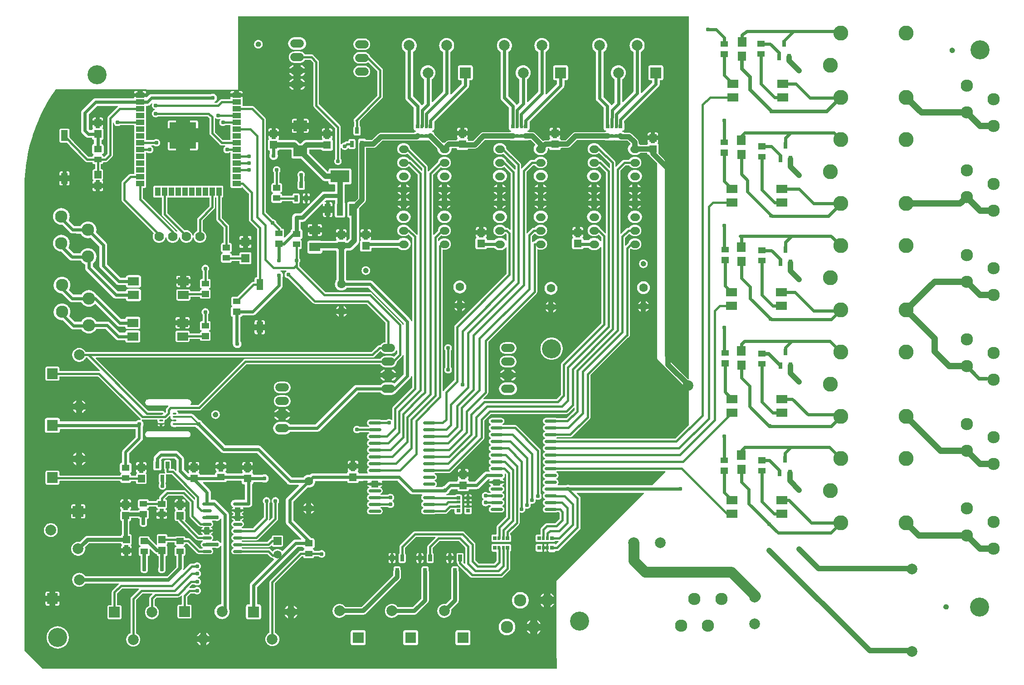
<source format=gtl>
G04 Layer: TopLayer*
G04 EasyEDA v6.4.25, 2021-10-12T19:11:13--3:00*
G04 c22c5ad297e649dda918693bc59ac449,3e531cdebb5f4b4d8e7d377dd7e3e81f,10*
G04 Gerber Generator version 0.2*
G04 Scale: 100 percent, Rotated: No, Reflected: No *
G04 Dimensions in millimeters *
G04 leading zeros omitted , absolute positions ,4 integer and 5 decimal *
%FSLAX45Y45*%
%MOMM*%

%ADD10C,0.7000*%
%ADD11C,0.6000*%
%ADD13C,1.0000*%
%ADD14C,0.4000*%
%ADD15C,0.8080*%
%ADD16C,0.3470*%
%ADD17C,0.7530*%
%ADD18C,0.8000*%
%ADD19C,1.2000*%
%ADD20C,2.0000*%
%ADD21C,0.4980*%
%ADD22C,0.5600*%
%ADD23C,0.3640*%
%ADD24C,0.7800*%
%ADD25C,0.7870*%
%ADD26R,1.3500X1.4100*%
%ADD27R,1.3770X1.1325*%
%ADD28R,1.6000X1.6350*%
%ADD29R,0.7000X1.2500*%
%ADD30R,1.6500X1.0000*%
%ADD31R,1.0000X1.6500*%
%ADD32R,5.0000X5.0000*%
%ADD33R,1.3000X2.0000*%
%ADD34R,2.0000X1.5000*%
%ADD35R,1.6200X1.7850*%
%ADD36R,0.6500X0.8000*%
%ADD37R,0.5000X0.8000*%
%ADD38R,0.8000X0.6500*%
%ADD39R,0.8000X0.5000*%
%ADD40R,2.5000X2.0000*%
%ADD43R,2.0000X1.6002*%
%ADD44C,3.5560*%
%ADD45C,2.3000*%
%ADD46R,2.0000X2.0000*%
%ADD47C,1.6000*%
%ADD48C,2.7940*%
%ADD49C,1.4986*%
%ADD50R,1.4986X1.4986*%
%ADD51C,1.7780*%
%ADD52C,1.5240*%
%ADD53C,1.4600*%

%LPD*%
G36*
X-6096304Y-57100724D02*
G01*
X-6100216Y-57099962D01*
X-6103518Y-57097726D01*
X-6245707Y-56955537D01*
X-6247942Y-56952235D01*
X-6248704Y-56948324D01*
X-6248704Y-56701080D01*
X-6247993Y-56697321D01*
X-6245910Y-56694120D01*
X-6242761Y-56691885D01*
X-6239052Y-56690971D01*
X-6235242Y-56691479D01*
X-6231940Y-56693358D01*
X-6225946Y-56698489D01*
X-6216599Y-56704229D01*
X-6206490Y-56708395D01*
X-6195822Y-56710986D01*
X-6184900Y-56711850D01*
X-6173978Y-56710986D01*
X-6163310Y-56708395D01*
X-6159804Y-56706973D01*
X-6155385Y-56706211D01*
X-6151067Y-56707430D01*
X-6147714Y-56710376D01*
X-6145936Y-56714491D01*
X-6146139Y-56718962D01*
X-6148222Y-56722924D01*
X-6152489Y-56727953D01*
X-6158230Y-56737300D01*
X-6162395Y-56747410D01*
X-6164986Y-56758078D01*
X-6165850Y-56769000D01*
X-6164986Y-56779922D01*
X-6162395Y-56790590D01*
X-6158230Y-56800699D01*
X-6152489Y-56810046D01*
X-6145377Y-56818377D01*
X-6137046Y-56825489D01*
X-6127699Y-56831229D01*
X-6117590Y-56835395D01*
X-6106922Y-56837986D01*
X-6096000Y-56838850D01*
X-6085078Y-56837986D01*
X-6074410Y-56835395D01*
X-6064300Y-56831229D01*
X-6054953Y-56825489D01*
X-6050788Y-56821933D01*
X-6047740Y-56820155D01*
X-6044184Y-56819495D01*
X-5965647Y-56819495D01*
X-5961430Y-56820409D01*
X-5957976Y-56822949D01*
X-5955893Y-56826708D01*
X-5954674Y-56830772D01*
X-5954268Y-56833719D01*
X-5954674Y-56836665D01*
X-5956096Y-56841237D01*
X-5956706Y-56847689D01*
X-5956706Y-56946698D01*
X-5956096Y-56953150D01*
X-5954674Y-56957772D01*
X-5954268Y-56960719D01*
X-5954674Y-56963665D01*
X-5956096Y-56968237D01*
X-5956706Y-56974689D01*
X-5956706Y-57073698D01*
X-5956096Y-57080150D01*
X-5954674Y-57084772D01*
X-5954268Y-57087719D01*
X-5954674Y-57090665D01*
X-5955538Y-57093510D01*
X-5957620Y-57097269D01*
X-5961075Y-57099809D01*
X-5965291Y-57100724D01*
G37*

%LPD*%
G36*
X-8323681Y-57411924D02*
G01*
X-8327339Y-57411213D01*
X-8330488Y-57409283D01*
X-8332774Y-57406336D01*
X-8333790Y-57402729D01*
X-8334095Y-57399936D01*
X-8335822Y-57394246D01*
X-8338616Y-57388963D01*
X-8342426Y-57384340D01*
X-8350453Y-57377685D01*
X-8352281Y-57373723D01*
X-8352281Y-57369354D01*
X-8350453Y-57365392D01*
X-8347151Y-57362598D01*
X-8341461Y-57359550D01*
X-8335365Y-57354520D01*
X-8330285Y-57348374D01*
X-8326577Y-57341363D01*
X-8324291Y-57333794D01*
X-8323427Y-57325412D01*
X-8323427Y-57213144D01*
X-8324291Y-57204762D01*
X-8326577Y-57197142D01*
X-8330285Y-57190182D01*
X-8335365Y-57184036D01*
X-8341461Y-57179006D01*
X-8348472Y-57175247D01*
X-8355075Y-57173266D01*
X-8358835Y-57171183D01*
X-8361375Y-57167729D01*
X-8362289Y-57163563D01*
X-8362289Y-57105499D01*
X-8361375Y-57101282D01*
X-8358835Y-57097879D01*
X-8355075Y-57095796D01*
X-8349792Y-57094170D01*
X-8342833Y-57090462D01*
X-8336686Y-57085433D01*
X-8331657Y-57079286D01*
X-8327898Y-57072276D01*
X-8325612Y-57064706D01*
X-8324799Y-57056324D01*
X-8324799Y-56916320D01*
X-8325612Y-56907887D01*
X-8327898Y-56900318D01*
X-8331657Y-56893307D01*
X-8336686Y-56887211D01*
X-8340344Y-56884214D01*
X-8342884Y-56881115D01*
X-8344001Y-56877356D01*
X-8343646Y-56873394D01*
X-8341766Y-56869888D01*
X-8339988Y-56867704D01*
X-8337143Y-56862472D01*
X-8335416Y-56856731D01*
X-8334806Y-56850279D01*
X-8334806Y-56821882D01*
X-8392718Y-56821882D01*
X-8392718Y-56865113D01*
X-8393480Y-56869025D01*
X-8395665Y-56872327D01*
X-8398967Y-56874511D01*
X-8402878Y-56875273D01*
X-8462721Y-56875273D01*
X-8466632Y-56874511D01*
X-8469934Y-56872327D01*
X-8472119Y-56869025D01*
X-8472881Y-56865113D01*
X-8472881Y-56821882D01*
X-8530793Y-56821882D01*
X-8530793Y-56850279D01*
X-8530183Y-56856731D01*
X-8528456Y-56862472D01*
X-8525611Y-56867704D01*
X-8523833Y-56869888D01*
X-8521954Y-56873394D01*
X-8521598Y-56877356D01*
X-8522716Y-56881115D01*
X-8525256Y-56884214D01*
X-8528913Y-56887211D01*
X-8533942Y-56893307D01*
X-8537702Y-56900318D01*
X-8540242Y-56908700D01*
X-8542324Y-56912459D01*
X-8545779Y-56914999D01*
X-8549944Y-56915913D01*
X-8575802Y-56915913D01*
X-8579713Y-56915151D01*
X-8583015Y-56912916D01*
X-8600643Y-56895238D01*
X-8602827Y-56891936D01*
X-8603589Y-56888075D01*
X-8603589Y-56624626D01*
X-8602827Y-56620714D01*
X-8600592Y-56617412D01*
X-8445906Y-56462726D01*
X-8442604Y-56460491D01*
X-8438692Y-56459729D01*
X-8066786Y-56459729D01*
X-8062823Y-56460542D01*
X-8059470Y-56462828D01*
X-8057286Y-56466181D01*
X-8056625Y-56470194D01*
X-8057540Y-56474105D01*
X-8059928Y-56477357D01*
X-8063484Y-56480659D01*
X-8239759Y-56656935D01*
X-8242858Y-56660338D01*
X-8245551Y-56663844D01*
X-8247938Y-56667552D01*
X-8249970Y-56671464D01*
X-8251647Y-56675528D01*
X-8252968Y-56679744D01*
X-8253933Y-56684011D01*
X-8254492Y-56688380D01*
X-8254695Y-56693003D01*
X-8254695Y-57353454D01*
X-8255457Y-57357365D01*
X-8257692Y-57360667D01*
X-8305952Y-57408927D01*
X-8309254Y-57411112D01*
X-8313166Y-57411924D01*
G37*

%LPC*%
G36*
X-8392718Y-56738723D02*
G01*
X-8334806Y-56738723D01*
X-8334806Y-56710275D01*
X-8335416Y-56703874D01*
X-8337143Y-56698134D01*
X-8339988Y-56692901D01*
X-8343747Y-56688278D01*
X-8348370Y-56684468D01*
X-8353653Y-56681674D01*
X-8359343Y-56679947D01*
X-8365794Y-56679287D01*
X-8392718Y-56679287D01*
G37*
G36*
X-8530793Y-56738723D02*
G01*
X-8472881Y-56738723D01*
X-8472881Y-56679287D01*
X-8499805Y-56679287D01*
X-8506256Y-56679947D01*
X-8511946Y-56681674D01*
X-8517229Y-56684468D01*
X-8521852Y-56688278D01*
X-8525611Y-56692901D01*
X-8528456Y-56698134D01*
X-8530183Y-56703874D01*
X-8530793Y-56710275D01*
G37*

%LPD*%
G36*
X-6656831Y-58887614D02*
G01*
X-6660591Y-58885988D01*
X-6663436Y-58883042D01*
X-6664858Y-58879231D01*
X-6665163Y-58877047D01*
X-6669176Y-58862925D01*
X-6674916Y-58849361D01*
X-6682282Y-58836661D01*
X-6691122Y-58824926D01*
X-6701383Y-58814360D01*
X-6712813Y-58805165D01*
X-6725310Y-58797393D01*
X-6738670Y-58791297D01*
X-6752691Y-58786826D01*
X-6767118Y-58784134D01*
X-6781800Y-58783220D01*
X-6796481Y-58784134D01*
X-6807809Y-58786217D01*
X-6811060Y-58786318D01*
X-6814210Y-58785353D01*
X-6816852Y-58783423D01*
X-7132167Y-58468107D01*
X-7134402Y-58464805D01*
X-7135164Y-58460894D01*
X-7135164Y-58183983D01*
X-7134453Y-58180325D01*
X-7132523Y-58177176D01*
X-7129576Y-58174890D01*
X-7126020Y-58173874D01*
X-7122312Y-58174178D01*
X-7117283Y-58175550D01*
X-7110730Y-58176210D01*
X-7011720Y-58176210D01*
X-7005269Y-58175550D01*
X-7000646Y-58174178D01*
X-6997700Y-58173721D01*
X-6994753Y-58174178D01*
X-6990130Y-58175550D01*
X-6983730Y-58176210D01*
X-6884720Y-58176210D01*
X-6878269Y-58175550D01*
X-6873646Y-58174178D01*
X-6870700Y-58173721D01*
X-6867753Y-58174178D01*
X-6863130Y-58175550D01*
X-6856730Y-58176210D01*
X-6757720Y-58176210D01*
X-6751269Y-58175550D01*
X-6746646Y-58174178D01*
X-6743700Y-58173721D01*
X-6740753Y-58174178D01*
X-6736130Y-58175550D01*
X-6729730Y-58176210D01*
X-6630720Y-58176210D01*
X-6624269Y-58175550D01*
X-6619646Y-58174178D01*
X-6616700Y-58173721D01*
X-6613753Y-58174178D01*
X-6609130Y-58175550D01*
X-6602730Y-58176210D01*
X-6503720Y-58176210D01*
X-6497269Y-58175550D01*
X-6492646Y-58174178D01*
X-6489700Y-58173721D01*
X-6486753Y-58174178D01*
X-6482130Y-58175550D01*
X-6475730Y-58176210D01*
X-6376720Y-58176210D01*
X-6370269Y-58175550D01*
X-6365646Y-58174178D01*
X-6362700Y-58173721D01*
X-6359753Y-58174178D01*
X-6354368Y-58175804D01*
X-6350609Y-58177887D01*
X-6348069Y-58181341D01*
X-6347155Y-58185507D01*
X-6347155Y-58328814D01*
X-6347917Y-58332725D01*
X-6350152Y-58336027D01*
X-6563359Y-58549235D01*
X-6566458Y-58552638D01*
X-6569151Y-58556144D01*
X-6571538Y-58559852D01*
X-6573570Y-58563764D01*
X-6575247Y-58567828D01*
X-6576568Y-58572044D01*
X-6577533Y-58576311D01*
X-6578092Y-58580680D01*
X-6578295Y-58585303D01*
X-6578295Y-58788147D01*
X-6579057Y-58791906D01*
X-6581089Y-58795157D01*
X-6584289Y-58797393D01*
X-6596786Y-58805165D01*
X-6608216Y-58814360D01*
X-6618478Y-58824926D01*
X-6627317Y-58836661D01*
X-6634683Y-58849361D01*
X-6640423Y-58862925D01*
X-6644436Y-58877047D01*
X-6644741Y-58879231D01*
X-6646164Y-58883042D01*
X-6649008Y-58885988D01*
X-6652768Y-58887614D01*
G37*

%LPD*%
G36*
X-7177227Y-62194084D02*
G01*
X-7181138Y-62193271D01*
X-7184440Y-62190985D01*
X-7191552Y-62179352D01*
X-7197598Y-62172748D01*
X-7204760Y-62167312D01*
X-7212838Y-62163299D01*
X-7221474Y-62160861D01*
X-7230872Y-62159997D01*
X-7236764Y-62159997D01*
X-7241895Y-62158981D01*
X-7251141Y-62158168D01*
X-7489190Y-62158168D01*
X-7493101Y-62157406D01*
X-7496403Y-62155171D01*
X-8468512Y-61183062D01*
X-8470747Y-61179760D01*
X-8471509Y-61175849D01*
X-8470747Y-61171988D01*
X-8468512Y-61168686D01*
X-8465210Y-61166451D01*
X-8461349Y-61165689D01*
X-3304997Y-61165689D01*
X-3300374Y-61165486D01*
X-3296005Y-61164927D01*
X-3291738Y-61163962D01*
X-3287522Y-61162641D01*
X-3283458Y-61160964D01*
X-3279546Y-61158932D01*
X-3275838Y-61156545D01*
X-3272332Y-61153852D01*
X-3268929Y-61150754D01*
X-3163366Y-61045191D01*
X-3159607Y-61042804D01*
X-3155188Y-61042296D01*
X-3150971Y-61043667D01*
X-3147720Y-61046766D01*
X-3145332Y-61050322D01*
X-3136138Y-61060838D01*
X-3125622Y-61070032D01*
X-3114040Y-61077805D01*
X-3101543Y-61083952D01*
X-3088335Y-61088473D01*
X-3074619Y-61091165D01*
X-3060344Y-61092130D01*
X-2959455Y-61092130D01*
X-2945180Y-61091165D01*
X-2931464Y-61088473D01*
X-2918256Y-61083952D01*
X-2905760Y-61077805D01*
X-2894177Y-61070032D01*
X-2883662Y-61060838D01*
X-2874467Y-61050322D01*
X-2866694Y-61038740D01*
X-2863799Y-61032796D01*
X-2860954Y-61029291D01*
X-2856890Y-61027360D01*
X-2852369Y-61027411D01*
X-2848305Y-61029392D01*
X-2845511Y-61032898D01*
X-2844495Y-61037317D01*
X-2844495Y-61087254D01*
X-2845257Y-61091165D01*
X-2847492Y-61094467D01*
X-2896768Y-61143743D01*
X-2900273Y-61146029D01*
X-2904388Y-61146690D01*
X-2908452Y-61145674D01*
X-2918256Y-61140848D01*
X-2931464Y-61136326D01*
X-2945180Y-61133634D01*
X-2959455Y-61132669D01*
X-3060344Y-61132669D01*
X-3074619Y-61133634D01*
X-3088335Y-61136326D01*
X-3101543Y-61140848D01*
X-3114040Y-61146994D01*
X-3125622Y-61154767D01*
X-3136138Y-61163962D01*
X-3145332Y-61174477D01*
X-3151987Y-61184383D01*
X-3154222Y-61186771D01*
X-3157169Y-61188346D01*
X-3160420Y-61188904D01*
X-5676696Y-61188904D01*
X-5681319Y-61189107D01*
X-5685688Y-61189666D01*
X-5689955Y-61190631D01*
X-5694172Y-61191952D01*
X-5698236Y-61193629D01*
X-5702147Y-61195661D01*
X-5705856Y-61198048D01*
X-5709361Y-61200741D01*
X-5712764Y-61203840D01*
X-6558432Y-62049507D01*
X-6561734Y-62051742D01*
X-6565646Y-62052504D01*
X-6692493Y-62052504D01*
X-6696811Y-62051539D01*
X-6700266Y-62048847D01*
X-6702298Y-62044986D01*
X-6702501Y-62040566D01*
X-6700824Y-62036502D01*
X-6695643Y-62029136D01*
X-6691579Y-62020348D01*
X-6689090Y-62011052D01*
X-6688226Y-62001400D01*
X-6689090Y-61991748D01*
X-6691579Y-61982451D01*
X-6695643Y-61973663D01*
X-6701231Y-61965738D01*
X-6708038Y-61958931D01*
X-6715963Y-61953343D01*
X-6724751Y-61949279D01*
X-6734048Y-61946790D01*
X-6744157Y-61945875D01*
X-7492542Y-61945875D01*
X-7502652Y-61946790D01*
X-7511948Y-61949279D01*
X-7520736Y-61953343D01*
X-7528661Y-61958931D01*
X-7535468Y-61965738D01*
X-7541056Y-61973663D01*
X-7545120Y-61982451D01*
X-7547609Y-61991748D01*
X-7548473Y-62001400D01*
X-7547609Y-62011052D01*
X-7545120Y-62020348D01*
X-7541056Y-62029136D01*
X-7535468Y-62037061D01*
X-7528661Y-62043868D01*
X-7520736Y-62049456D01*
X-7511948Y-62053520D01*
X-7502652Y-62056010D01*
X-7492542Y-62056924D01*
X-7123785Y-62056924D01*
X-7119874Y-62057686D01*
X-7116572Y-62059870D01*
X-7114387Y-62063172D01*
X-7113625Y-62067084D01*
X-7114387Y-62070945D01*
X-7116572Y-62074247D01*
X-7147559Y-62105235D01*
X-7150658Y-62108638D01*
X-7153351Y-62112144D01*
X-7155738Y-62115852D01*
X-7157770Y-62119764D01*
X-7159447Y-62123828D01*
X-7160768Y-62128044D01*
X-7161733Y-62132311D01*
X-7162292Y-62136680D01*
X-7162495Y-62141303D01*
X-7162495Y-62179454D01*
X-7163257Y-62183365D01*
X-7165492Y-62186667D01*
X-7169962Y-62191138D01*
X-7173264Y-62193322D01*
G37*

%LPD*%
G36*
X144068Y-62681154D02*
G01*
X141173Y-62680697D01*
X134620Y-62677446D01*
X131419Y-62675211D01*
X129285Y-62671960D01*
X128574Y-62668150D01*
X129285Y-62664340D01*
X131419Y-62661088D01*
X134620Y-62658853D01*
X141173Y-62655602D01*
X144068Y-62655145D01*
X387146Y-62655145D01*
X391769Y-62654942D01*
X396138Y-62654383D01*
X400405Y-62653418D01*
X404622Y-62652097D01*
X408686Y-62650420D01*
X412597Y-62648388D01*
X416306Y-62646001D01*
X419811Y-62643308D01*
X423214Y-62640210D01*
X746760Y-62316664D01*
X749858Y-62313261D01*
X752551Y-62309755D01*
X754938Y-62306047D01*
X756970Y-62302136D01*
X758647Y-62298072D01*
X759968Y-62293855D01*
X760933Y-62289588D01*
X761492Y-62285219D01*
X761695Y-62280596D01*
X761695Y-61498479D01*
X762457Y-61494568D01*
X764692Y-61491266D01*
X1462633Y-60793325D01*
X1465529Y-60791293D01*
X1473047Y-60787788D01*
X1480261Y-60782758D01*
X1486458Y-60776561D01*
X1491488Y-60769347D01*
X1495247Y-60761372D01*
X1497482Y-60752888D01*
X1498295Y-60743642D01*
X1498295Y-59143646D01*
X1499057Y-59139734D01*
X1501292Y-59136432D01*
X1507286Y-59130438D01*
X1510131Y-59128405D01*
X1513484Y-59127491D01*
X1516938Y-59127745D01*
X1520139Y-59129168D01*
X1524254Y-59131911D01*
X1536395Y-59137905D01*
X1549247Y-59142274D01*
X1562506Y-59144916D01*
X1576374Y-59145830D01*
X1612188Y-59145830D01*
X1626006Y-59144916D01*
X1639316Y-59142274D01*
X1652117Y-59137905D01*
X1664258Y-59131911D01*
X1675536Y-59124392D01*
X1685696Y-59115452D01*
X1694637Y-59105292D01*
X1702155Y-59094065D01*
X1708150Y-59081924D01*
X1712468Y-59069071D01*
X1715109Y-59055812D01*
X1716024Y-59042300D01*
X1715109Y-59028787D01*
X1712468Y-59015528D01*
X1708150Y-59002676D01*
X1702155Y-58990534D01*
X1694637Y-58979307D01*
X1685696Y-58969148D01*
X1675536Y-58960207D01*
X1664258Y-58952688D01*
X1652117Y-58946694D01*
X1639316Y-58942325D01*
X1626006Y-58939684D01*
X1612188Y-58938769D01*
X1576374Y-58938769D01*
X1562506Y-58939684D01*
X1549247Y-58942325D01*
X1536395Y-58946694D01*
X1524254Y-58952688D01*
X1513027Y-58960207D01*
X1502867Y-58969148D01*
X1493926Y-58979307D01*
X1486408Y-58990534D01*
X1480413Y-59002676D01*
X1474825Y-59019389D01*
X1473047Y-59021827D01*
X1426768Y-59068106D01*
X1423466Y-59070341D01*
X1419555Y-59071103D01*
X1415694Y-59070341D01*
X1412392Y-59068106D01*
X1410157Y-59064804D01*
X1409395Y-59060943D01*
X1409395Y-58927746D01*
X1410157Y-58923834D01*
X1412392Y-58920532D01*
X1480515Y-58852409D01*
X1483969Y-58850174D01*
X1488033Y-58849463D01*
X1492046Y-58850428D01*
X1495348Y-58852917D01*
X1502867Y-58861452D01*
X1513027Y-58870392D01*
X1524254Y-58877911D01*
X1536395Y-58883905D01*
X1549247Y-58888274D01*
X1562506Y-58890916D01*
X1576374Y-58891830D01*
X1612188Y-58891830D01*
X1626006Y-58890916D01*
X1639316Y-58888274D01*
X1652117Y-58883905D01*
X1664258Y-58877911D01*
X1675536Y-58870392D01*
X1685696Y-58861452D01*
X1694637Y-58851292D01*
X1702155Y-58840065D01*
X1708150Y-58827924D01*
X1712468Y-58815071D01*
X1715109Y-58801812D01*
X1716024Y-58788300D01*
X1715109Y-58774787D01*
X1712468Y-58761528D01*
X1708150Y-58748676D01*
X1702155Y-58736534D01*
X1694637Y-58725307D01*
X1685696Y-58715148D01*
X1675536Y-58706207D01*
X1664258Y-58698688D01*
X1652117Y-58692694D01*
X1639316Y-58688325D01*
X1626006Y-58685684D01*
X1612188Y-58684769D01*
X1576374Y-58684769D01*
X1562506Y-58685684D01*
X1549247Y-58688325D01*
X1536395Y-58692694D01*
X1524254Y-58698688D01*
X1513027Y-58706207D01*
X1502867Y-58715148D01*
X1493926Y-58725307D01*
X1488592Y-58733283D01*
X1486306Y-58735671D01*
X1483410Y-58737246D01*
X1480159Y-58737804D01*
X1468780Y-58738007D01*
X1464411Y-58738566D01*
X1460144Y-58739531D01*
X1455928Y-58740852D01*
X1451864Y-58742529D01*
X1447952Y-58744561D01*
X1444244Y-58746948D01*
X1440738Y-58749641D01*
X1437335Y-58752740D01*
X1337868Y-58852206D01*
X1334566Y-58854441D01*
X1330655Y-58855203D01*
X1326794Y-58854441D01*
X1323492Y-58852206D01*
X1321257Y-58848904D01*
X1320495Y-58845043D01*
X1320495Y-57670446D01*
X1321257Y-57666534D01*
X1323492Y-57663232D01*
X1414932Y-57571792D01*
X1418234Y-57569557D01*
X1422146Y-57568795D01*
X1480159Y-57568795D01*
X1483410Y-57569354D01*
X1486306Y-57570928D01*
X1488592Y-57573316D01*
X1493926Y-57581292D01*
X1502867Y-57591452D01*
X1513027Y-57600392D01*
X1524254Y-57607911D01*
X1536395Y-57613905D01*
X1549247Y-57618274D01*
X1562506Y-57620916D01*
X1576374Y-57621830D01*
X1612188Y-57621830D01*
X1626006Y-57620916D01*
X1639316Y-57618274D01*
X1652117Y-57613905D01*
X1664258Y-57607911D01*
X1675536Y-57600392D01*
X1685696Y-57591452D01*
X1694637Y-57581292D01*
X1702155Y-57570065D01*
X1708150Y-57557924D01*
X1712468Y-57545071D01*
X1715109Y-57531812D01*
X1716024Y-57518300D01*
X1715109Y-57504787D01*
X1712468Y-57491528D01*
X1708150Y-57478676D01*
X1702155Y-57466534D01*
X1694637Y-57455307D01*
X1685696Y-57445148D01*
X1675536Y-57436207D01*
X1664258Y-57428688D01*
X1652117Y-57422694D01*
X1639316Y-57418325D01*
X1626006Y-57415684D01*
X1612188Y-57414769D01*
X1576374Y-57414769D01*
X1562506Y-57415684D01*
X1549247Y-57418325D01*
X1536395Y-57422694D01*
X1524254Y-57428688D01*
X1513027Y-57436207D01*
X1502867Y-57445148D01*
X1493926Y-57455307D01*
X1488592Y-57463283D01*
X1486306Y-57465671D01*
X1483410Y-57467246D01*
X1480159Y-57467804D01*
X1397203Y-57467804D01*
X1392580Y-57468007D01*
X1388211Y-57468566D01*
X1383944Y-57469531D01*
X1379728Y-57470852D01*
X1375664Y-57472529D01*
X1371752Y-57474561D01*
X1368044Y-57476948D01*
X1364538Y-57479641D01*
X1361135Y-57482740D01*
X1248968Y-57594906D01*
X1245666Y-57597141D01*
X1241755Y-57597903D01*
X1237894Y-57597141D01*
X1234592Y-57594906D01*
X1232357Y-57591604D01*
X1231595Y-57587743D01*
X1231595Y-57525056D01*
X1231392Y-57520433D01*
X1230833Y-57516064D01*
X1229868Y-57511746D01*
X1228547Y-57507581D01*
X1226870Y-57503517D01*
X1224838Y-57499605D01*
X1222451Y-57495897D01*
X1219758Y-57492392D01*
X1216660Y-57488988D01*
X956411Y-57228740D01*
X953008Y-57225641D01*
X949553Y-57222948D01*
X945743Y-57220561D01*
X943610Y-57218732D01*
X942086Y-57216446D01*
X940155Y-57212534D01*
X932637Y-57201307D01*
X923696Y-57191148D01*
X913536Y-57182207D01*
X902258Y-57174688D01*
X890117Y-57168694D01*
X877316Y-57164325D01*
X864006Y-57161684D01*
X850188Y-57160769D01*
X814374Y-57160769D01*
X800506Y-57161684D01*
X787247Y-57164325D01*
X774395Y-57168694D01*
X762254Y-57174688D01*
X751027Y-57182207D01*
X740867Y-57191148D01*
X731926Y-57201307D01*
X724408Y-57212534D01*
X718413Y-57224676D01*
X714044Y-57237528D01*
X711403Y-57250787D01*
X710539Y-57264300D01*
X711403Y-57277812D01*
X714044Y-57291071D01*
X718413Y-57303924D01*
X724408Y-57316065D01*
X731926Y-57327292D01*
X740867Y-57337452D01*
X751027Y-57346392D01*
X762254Y-57353911D01*
X774395Y-57359905D01*
X787247Y-57364274D01*
X800506Y-57366916D01*
X814374Y-57367830D01*
X850188Y-57367830D01*
X864006Y-57366916D01*
X877316Y-57364274D01*
X890117Y-57359905D01*
X902258Y-57353911D01*
X913536Y-57346392D01*
X915822Y-57344411D01*
X919073Y-57342481D01*
X922832Y-57341871D01*
X926541Y-57342735D01*
X929690Y-57344868D01*
X1127607Y-57542785D01*
X1129842Y-57546087D01*
X1130604Y-57549948D01*
X1130604Y-57613143D01*
X1129842Y-57617004D01*
X1127607Y-57620306D01*
X1124305Y-57622541D01*
X1120444Y-57623303D01*
X1116533Y-57622541D01*
X1113231Y-57620306D01*
X975664Y-57482740D01*
X972261Y-57479641D01*
X968756Y-57476948D01*
X965047Y-57474561D01*
X961136Y-57472529D01*
X957071Y-57470852D01*
X952855Y-57469531D01*
X948690Y-57468566D01*
X945642Y-57468262D01*
X941476Y-57466839D01*
X938276Y-57463791D01*
X932637Y-57455307D01*
X923696Y-57445148D01*
X913536Y-57436207D01*
X902258Y-57428688D01*
X890117Y-57422694D01*
X877316Y-57418325D01*
X864006Y-57415684D01*
X850188Y-57414769D01*
X814374Y-57414769D01*
X800506Y-57415684D01*
X787247Y-57418325D01*
X774395Y-57422694D01*
X762254Y-57428688D01*
X751027Y-57436207D01*
X740867Y-57445148D01*
X731926Y-57455307D01*
X724408Y-57466534D01*
X718413Y-57478676D01*
X714044Y-57491528D01*
X711403Y-57504787D01*
X710539Y-57518300D01*
X711403Y-57531812D01*
X714044Y-57545071D01*
X718413Y-57557924D01*
X724408Y-57570065D01*
X731926Y-57581292D01*
X740867Y-57591452D01*
X751027Y-57600392D01*
X762254Y-57607911D01*
X774395Y-57613905D01*
X787247Y-57618274D01*
X800506Y-57620916D01*
X814374Y-57621830D01*
X850188Y-57621830D01*
X864006Y-57620916D01*
X877316Y-57618274D01*
X890117Y-57613905D01*
X902258Y-57607911D01*
X913536Y-57600392D01*
X923696Y-57591452D01*
X924864Y-57590131D01*
X928166Y-57587642D01*
X932180Y-57586676D01*
X936244Y-57587388D01*
X939698Y-57589623D01*
X1051407Y-57701332D01*
X1053642Y-57704634D01*
X1054404Y-57708546D01*
X1054404Y-58832343D01*
X1053642Y-58836204D01*
X1051407Y-58839506D01*
X1048105Y-58841741D01*
X1044244Y-58842503D01*
X1040333Y-58841741D01*
X1037031Y-58839506D01*
X950366Y-58752841D01*
X948029Y-58750809D01*
X945591Y-58747660D01*
X940155Y-58736534D01*
X932637Y-58725307D01*
X923696Y-58715148D01*
X913536Y-58706207D01*
X902258Y-58698688D01*
X890117Y-58692694D01*
X877316Y-58688325D01*
X864006Y-58685684D01*
X850188Y-58684769D01*
X814374Y-58684769D01*
X800506Y-58685684D01*
X787247Y-58688325D01*
X774395Y-58692694D01*
X762254Y-58698688D01*
X751027Y-58706207D01*
X740867Y-58715148D01*
X731926Y-58725307D01*
X724408Y-58736534D01*
X718413Y-58748676D01*
X714044Y-58761528D01*
X711403Y-58774787D01*
X710539Y-58788300D01*
X711403Y-58801812D01*
X714044Y-58815071D01*
X718413Y-58827924D01*
X724408Y-58840065D01*
X731926Y-58851292D01*
X740867Y-58861452D01*
X751027Y-58870392D01*
X762254Y-58877911D01*
X774395Y-58883905D01*
X787247Y-58888274D01*
X800506Y-58890916D01*
X814374Y-58891830D01*
X850188Y-58891830D01*
X864006Y-58890916D01*
X877316Y-58888274D01*
X890117Y-58883905D01*
X902258Y-58877911D01*
X913536Y-58870392D01*
X916686Y-58869021D01*
X920140Y-58868767D01*
X923493Y-58869681D01*
X926337Y-58871662D01*
X962507Y-58907832D01*
X964742Y-58911134D01*
X965504Y-58915046D01*
X965504Y-58976768D01*
X964539Y-58981086D01*
X961796Y-58984591D01*
X957834Y-58986572D01*
X953414Y-58986724D01*
X949350Y-58984997D01*
X946353Y-58981492D01*
X937971Y-58969960D01*
X928217Y-58959546D01*
X917244Y-58950504D01*
X905205Y-58942833D01*
X892302Y-58936788D01*
X878738Y-58932368D01*
X864768Y-58929727D01*
X850188Y-58928812D01*
X814324Y-58928812D01*
X799795Y-58929727D01*
X785774Y-58932368D01*
X772261Y-58936788D01*
X759358Y-58942833D01*
X747318Y-58950504D01*
X736346Y-58959546D01*
X727862Y-58968589D01*
X724509Y-58970976D01*
X720445Y-58971789D01*
X645617Y-58971789D01*
X641959Y-58971078D01*
X638759Y-58969148D01*
X636524Y-58966150D01*
X635508Y-58962544D01*
X634644Y-58952536D01*
X632358Y-58945018D01*
X628599Y-58938007D01*
X623570Y-58931911D01*
X619912Y-58928914D01*
X617423Y-58925815D01*
X616254Y-58922056D01*
X616661Y-58918094D01*
X618540Y-58914588D01*
X620318Y-58912404D01*
X623112Y-58907172D01*
X624840Y-58901431D01*
X625500Y-58894979D01*
X625500Y-58866582D01*
X567588Y-58866582D01*
X567588Y-58909813D01*
X566775Y-58913725D01*
X564591Y-58917027D01*
X561289Y-58919211D01*
X557428Y-58919973D01*
X497535Y-58919973D01*
X493623Y-58919211D01*
X490372Y-58917027D01*
X488137Y-58913725D01*
X487375Y-58909813D01*
X487375Y-58866582D01*
X429463Y-58866582D01*
X429463Y-58894979D01*
X430072Y-58901431D01*
X431850Y-58907172D01*
X434644Y-58912404D01*
X436422Y-58914588D01*
X438302Y-58918094D01*
X438658Y-58922056D01*
X437540Y-58925815D01*
X435000Y-58928914D01*
X431342Y-58931911D01*
X426313Y-58938007D01*
X422605Y-58945018D01*
X420268Y-58952587D01*
X419455Y-58961020D01*
X419455Y-59101024D01*
X420268Y-59109406D01*
X422605Y-59116976D01*
X426313Y-59123986D01*
X431342Y-59130133D01*
X437489Y-59135162D01*
X444500Y-59138870D01*
X452069Y-59141156D01*
X460451Y-59142020D01*
X594461Y-59142020D01*
X602843Y-59141156D01*
X610463Y-59138870D01*
X617474Y-59135162D01*
X623570Y-59130133D01*
X628599Y-59123986D01*
X631698Y-59118195D01*
X633984Y-59115350D01*
X637082Y-59113470D01*
X640689Y-59112810D01*
X720445Y-59112810D01*
X724509Y-59113623D01*
X727862Y-59116010D01*
X736346Y-59125053D01*
X747318Y-59134095D01*
X759358Y-59141766D01*
X772261Y-59147811D01*
X785774Y-59152231D01*
X799795Y-59154872D01*
X814324Y-59155787D01*
X850188Y-59155787D01*
X864768Y-59154872D01*
X878738Y-59152231D01*
X892302Y-59147811D01*
X905205Y-59141766D01*
X917244Y-59134095D01*
X928217Y-59125053D01*
X937971Y-59114639D01*
X946403Y-59102955D01*
X949350Y-59099602D01*
X953414Y-59097875D01*
X957834Y-59098027D01*
X961796Y-59100008D01*
X964539Y-59103514D01*
X965504Y-59107831D01*
X965504Y-60519564D01*
X964742Y-60523475D01*
X962507Y-60526777D01*
X231140Y-61258145D01*
X228041Y-61261548D01*
X225348Y-61265054D01*
X222961Y-61268762D01*
X220929Y-61272674D01*
X219252Y-61276738D01*
X217932Y-61280954D01*
X216966Y-61285221D01*
X216408Y-61289590D01*
X216204Y-61294213D01*
X216204Y-61849254D01*
X215442Y-61853165D01*
X213207Y-61856467D01*
X134467Y-61935207D01*
X131165Y-61937442D01*
X127254Y-61938204D01*
X-1218895Y-61938204D01*
X-1224889Y-61938560D01*
X-1228953Y-61937950D01*
X-1232408Y-61935868D01*
X-1234744Y-61932566D01*
X-1235659Y-61928603D01*
X-1234897Y-61924590D01*
X-1232662Y-61921186D01*
X-1158240Y-61846764D01*
X-1155141Y-61843361D01*
X-1152448Y-61839855D01*
X-1150061Y-61836147D01*
X-1148029Y-61832236D01*
X-1146352Y-61828172D01*
X-1145032Y-61823955D01*
X-1144066Y-61819688D01*
X-1143508Y-61815319D01*
X-1143304Y-61810696D01*
X-1143304Y-60870846D01*
X-1142542Y-60866934D01*
X-1140307Y-60863632D01*
X-243840Y-59967164D01*
X-240741Y-59963761D01*
X-238048Y-59960255D01*
X-235661Y-59956547D01*
X-233629Y-59952636D01*
X-231952Y-59948572D01*
X-230632Y-59944355D01*
X-229666Y-59940088D01*
X-229108Y-59935719D01*
X-228904Y-59931096D01*
X-228904Y-59150046D01*
X-228193Y-59146287D01*
X-226110Y-59143087D01*
X-222961Y-59140852D01*
X-219252Y-59139937D01*
X-215442Y-59140445D01*
X-210108Y-59142274D01*
X-196850Y-59144916D01*
X-183032Y-59145830D01*
X-147167Y-59145830D01*
X-133350Y-59144916D01*
X-120091Y-59142274D01*
X-107238Y-59137905D01*
X-95097Y-59131911D01*
X-83870Y-59124392D01*
X-73660Y-59115452D01*
X-64769Y-59105292D01*
X-57251Y-59094065D01*
X-51257Y-59081924D01*
X-46888Y-59069071D01*
X-44246Y-59055812D01*
X-43383Y-59042300D01*
X-44246Y-59028787D01*
X-46888Y-59015528D01*
X-51257Y-59002676D01*
X-57251Y-58990534D01*
X-64769Y-58979307D01*
X-73660Y-58969148D01*
X-83870Y-58960207D01*
X-95097Y-58952688D01*
X-107238Y-58946694D01*
X-120091Y-58942325D01*
X-133350Y-58939684D01*
X-147167Y-58938769D01*
X-183032Y-58938769D01*
X-196850Y-58939684D01*
X-210108Y-58942325D01*
X-222961Y-58946694D01*
X-235102Y-58952688D01*
X-246329Y-58960207D01*
X-256540Y-58969148D01*
X-265430Y-58979307D01*
X-270764Y-58987283D01*
X-274066Y-58990382D01*
X-278333Y-58991754D01*
X-288188Y-58992617D01*
X-296672Y-58994852D01*
X-304647Y-58998612D01*
X-311861Y-59003641D01*
X-313131Y-59004962D01*
X-316433Y-59007146D01*
X-320344Y-59007908D01*
X-324205Y-59007146D01*
X-327507Y-59004962D01*
X-329742Y-59001660D01*
X-330504Y-58997748D01*
X-330504Y-58902346D01*
X-329742Y-58898434D01*
X-327507Y-58895132D01*
X-281482Y-58849107D01*
X-277723Y-58846770D01*
X-273304Y-58846212D01*
X-269087Y-58847583D01*
X-265430Y-58851292D01*
X-256540Y-58861452D01*
X-246329Y-58870392D01*
X-235102Y-58877911D01*
X-222961Y-58883905D01*
X-210108Y-58888274D01*
X-196850Y-58890916D01*
X-183032Y-58891830D01*
X-147167Y-58891830D01*
X-133350Y-58890916D01*
X-120091Y-58888274D01*
X-107238Y-58883905D01*
X-95097Y-58877911D01*
X-83870Y-58870392D01*
X-73660Y-58861452D01*
X-64769Y-58851292D01*
X-57251Y-58840065D01*
X-51257Y-58827924D01*
X-46888Y-58815071D01*
X-44246Y-58801812D01*
X-43383Y-58788300D01*
X-44246Y-58774787D01*
X-46888Y-58761528D01*
X-51257Y-58748676D01*
X-57251Y-58736534D01*
X-64769Y-58725307D01*
X-73660Y-58715148D01*
X-83870Y-58706207D01*
X-95097Y-58698688D01*
X-107238Y-58692694D01*
X-120091Y-58688325D01*
X-133350Y-58685684D01*
X-147167Y-58684769D01*
X-183032Y-58684769D01*
X-196850Y-58685684D01*
X-210108Y-58688325D01*
X-222961Y-58692694D01*
X-235102Y-58698688D01*
X-246329Y-58706207D01*
X-256540Y-58715148D01*
X-265430Y-58725307D01*
X-270764Y-58733283D01*
X-273050Y-58735671D01*
X-275945Y-58737246D01*
X-279247Y-58737804D01*
X-291896Y-58737804D01*
X-296519Y-58738007D01*
X-300888Y-58738566D01*
X-305155Y-58739531D01*
X-309372Y-58740852D01*
X-313436Y-58742529D01*
X-317347Y-58744561D01*
X-321056Y-58746948D01*
X-324561Y-58749641D01*
X-327964Y-58752740D01*
X-414731Y-58839506D01*
X-418033Y-58841741D01*
X-421944Y-58842503D01*
X-425805Y-58841741D01*
X-429107Y-58839506D01*
X-431342Y-58836204D01*
X-432104Y-58832343D01*
X-432104Y-57695846D01*
X-431342Y-57691934D01*
X-429107Y-57688632D01*
X-312267Y-57571792D01*
X-308965Y-57569557D01*
X-305054Y-57568795D01*
X-279247Y-57568795D01*
X-275945Y-57569354D01*
X-273050Y-57570928D01*
X-270764Y-57573316D01*
X-265430Y-57581292D01*
X-256540Y-57591452D01*
X-246329Y-57600392D01*
X-235102Y-57607911D01*
X-222961Y-57613905D01*
X-210108Y-57618274D01*
X-196850Y-57620916D01*
X-183032Y-57621830D01*
X-147167Y-57621830D01*
X-133350Y-57620916D01*
X-120091Y-57618274D01*
X-107238Y-57613905D01*
X-95097Y-57607911D01*
X-83870Y-57600392D01*
X-73660Y-57591452D01*
X-64769Y-57581292D01*
X-57251Y-57570065D01*
X-51257Y-57557924D01*
X-46888Y-57545071D01*
X-44246Y-57531812D01*
X-43383Y-57518300D01*
X-44246Y-57504787D01*
X-46888Y-57491528D01*
X-51257Y-57478676D01*
X-57251Y-57466534D01*
X-64769Y-57455307D01*
X-73660Y-57445148D01*
X-83870Y-57436207D01*
X-95097Y-57428688D01*
X-107238Y-57422694D01*
X-120091Y-57418325D01*
X-133350Y-57415684D01*
X-147167Y-57414769D01*
X-183032Y-57414769D01*
X-196850Y-57415684D01*
X-210108Y-57418325D01*
X-222961Y-57422694D01*
X-235102Y-57428688D01*
X-246329Y-57436207D01*
X-256540Y-57445148D01*
X-265430Y-57455307D01*
X-270764Y-57463283D01*
X-273050Y-57465671D01*
X-275945Y-57467246D01*
X-279247Y-57467804D01*
X-329996Y-57467804D01*
X-334619Y-57468007D01*
X-338988Y-57468566D01*
X-343255Y-57469531D01*
X-347472Y-57470852D01*
X-351536Y-57472529D01*
X-355447Y-57474561D01*
X-359156Y-57476948D01*
X-362661Y-57479641D01*
X-366064Y-57482740D01*
X-516331Y-57633006D01*
X-519633Y-57635241D01*
X-523544Y-57636003D01*
X-527405Y-57635241D01*
X-530707Y-57633006D01*
X-532942Y-57629704D01*
X-533704Y-57625843D01*
X-533704Y-57556603D01*
X-533908Y-57551980D01*
X-534466Y-57547611D01*
X-535432Y-57543344D01*
X-536752Y-57539128D01*
X-538429Y-57535064D01*
X-540461Y-57531152D01*
X-542848Y-57527444D01*
X-545541Y-57523938D01*
X-548640Y-57520535D01*
X-802690Y-57266484D01*
X-804773Y-57263487D01*
X-805637Y-57259931D01*
X-806246Y-57250787D01*
X-808888Y-57237528D01*
X-813257Y-57224676D01*
X-819251Y-57212534D01*
X-826769Y-57201307D01*
X-835660Y-57191148D01*
X-845870Y-57182207D01*
X-857097Y-57174688D01*
X-869238Y-57168694D01*
X-882091Y-57164325D01*
X-895350Y-57161684D01*
X-909167Y-57160769D01*
X-945032Y-57160769D01*
X-958850Y-57161684D01*
X-972108Y-57164325D01*
X-984961Y-57168694D01*
X-997102Y-57174688D01*
X-1008329Y-57182207D01*
X-1018540Y-57191148D01*
X-1027430Y-57201307D01*
X-1034948Y-57212534D01*
X-1040942Y-57224676D01*
X-1045311Y-57237528D01*
X-1047953Y-57250787D01*
X-1048816Y-57264300D01*
X-1047953Y-57277812D01*
X-1045311Y-57291071D01*
X-1040942Y-57303924D01*
X-1034948Y-57316065D01*
X-1027430Y-57327292D01*
X-1018540Y-57337452D01*
X-1008329Y-57346392D01*
X-997102Y-57353911D01*
X-984961Y-57359905D01*
X-972108Y-57364274D01*
X-958850Y-57366916D01*
X-945032Y-57367830D01*
X-909167Y-57367830D01*
X-895350Y-57366916D01*
X-882091Y-57364274D01*
X-869238Y-57359905D01*
X-864311Y-57357467D01*
X-860247Y-57356451D01*
X-856132Y-57357111D01*
X-852627Y-57359397D01*
X-637692Y-57574332D01*
X-635457Y-57577634D01*
X-634695Y-57581546D01*
X-634695Y-57638543D01*
X-635457Y-57642404D01*
X-637692Y-57645706D01*
X-640994Y-57647941D01*
X-644855Y-57648703D01*
X-648766Y-57647941D01*
X-652068Y-57645706D01*
X-808583Y-57489191D01*
X-811022Y-57485279D01*
X-813257Y-57478676D01*
X-819251Y-57466534D01*
X-826769Y-57455307D01*
X-835660Y-57445148D01*
X-845870Y-57436207D01*
X-857097Y-57428688D01*
X-869238Y-57422694D01*
X-882091Y-57418325D01*
X-895350Y-57415684D01*
X-909167Y-57414769D01*
X-945032Y-57414769D01*
X-958850Y-57415684D01*
X-972108Y-57418325D01*
X-984961Y-57422694D01*
X-997102Y-57428688D01*
X-1008329Y-57436207D01*
X-1018540Y-57445148D01*
X-1027430Y-57455307D01*
X-1034948Y-57466534D01*
X-1040942Y-57478676D01*
X-1045311Y-57491528D01*
X-1047953Y-57504787D01*
X-1048816Y-57518300D01*
X-1047953Y-57531812D01*
X-1045311Y-57545071D01*
X-1040942Y-57557924D01*
X-1034948Y-57570065D01*
X-1027430Y-57581292D01*
X-1018540Y-57591452D01*
X-1008329Y-57600392D01*
X-997102Y-57607911D01*
X-984961Y-57613905D01*
X-972108Y-57618274D01*
X-958850Y-57620916D01*
X-945032Y-57621830D01*
X-909167Y-57621830D01*
X-895350Y-57620916D01*
X-882091Y-57618274D01*
X-869238Y-57613905D01*
X-857097Y-57607911D01*
X-849426Y-57602780D01*
X-846226Y-57601357D01*
X-842771Y-57601104D01*
X-839419Y-57602069D01*
X-836574Y-57604050D01*
X-726592Y-57714032D01*
X-724357Y-57717334D01*
X-723595Y-57721246D01*
X-723595Y-58768843D01*
X-724357Y-58772704D01*
X-726592Y-58776006D01*
X-729894Y-58778241D01*
X-733755Y-58779003D01*
X-737666Y-58778241D01*
X-740968Y-58776006D01*
X-764235Y-58752740D01*
X-767638Y-58749641D01*
X-771144Y-58746948D01*
X-774852Y-58744561D01*
X-778764Y-58742529D01*
X-782828Y-58740852D01*
X-787044Y-58739531D01*
X-791311Y-58738566D01*
X-795680Y-58738007D01*
X-800303Y-58737804D01*
X-812952Y-58737804D01*
X-816254Y-58737246D01*
X-819150Y-58735671D01*
X-821436Y-58733283D01*
X-826769Y-58725307D01*
X-835660Y-58715148D01*
X-845870Y-58706207D01*
X-857097Y-58698688D01*
X-869238Y-58692694D01*
X-882091Y-58688325D01*
X-895350Y-58685684D01*
X-909167Y-58684769D01*
X-945032Y-58684769D01*
X-958850Y-58685684D01*
X-972108Y-58688325D01*
X-984961Y-58692694D01*
X-997102Y-58698688D01*
X-1008329Y-58706207D01*
X-1018540Y-58715148D01*
X-1027430Y-58725307D01*
X-1034948Y-58736534D01*
X-1040942Y-58748676D01*
X-1045311Y-58761528D01*
X-1047953Y-58774787D01*
X-1048816Y-58788300D01*
X-1047953Y-58801812D01*
X-1045311Y-58815071D01*
X-1040942Y-58827924D01*
X-1034948Y-58840065D01*
X-1027430Y-58851292D01*
X-1018540Y-58861452D01*
X-1008329Y-58870392D01*
X-997102Y-58877911D01*
X-984961Y-58883905D01*
X-972108Y-58888274D01*
X-958850Y-58890916D01*
X-945032Y-58891830D01*
X-909167Y-58891830D01*
X-895350Y-58890916D01*
X-882091Y-58888274D01*
X-869238Y-58883905D01*
X-857097Y-58877911D01*
X-845870Y-58870392D01*
X-835660Y-58861452D01*
X-826769Y-58851292D01*
X-823112Y-58847583D01*
X-818896Y-58846212D01*
X-814476Y-58846770D01*
X-810717Y-58849107D01*
X-802792Y-58857032D01*
X-800557Y-58860334D01*
X-799795Y-58864246D01*
X-799795Y-58968436D01*
X-800709Y-58972551D01*
X-803148Y-58975955D01*
X-806805Y-58978088D01*
X-811022Y-58978546D01*
X-815035Y-58977225D01*
X-818184Y-58974380D01*
X-821385Y-58969960D01*
X-831138Y-58959546D01*
X-842162Y-58950504D01*
X-854202Y-58942833D01*
X-867054Y-58936788D01*
X-880618Y-58932368D01*
X-894638Y-58929727D01*
X-909167Y-58928812D01*
X-945032Y-58928812D01*
X-959561Y-58929727D01*
X-973582Y-58932368D01*
X-987145Y-58936788D01*
X-999998Y-58942833D01*
X-1012037Y-58950504D01*
X-1023061Y-58959546D01*
X-1031494Y-58968589D01*
X-1034897Y-58970976D01*
X-1038910Y-58971789D01*
X-1157782Y-58971789D01*
X-1161440Y-58971078D01*
X-1164640Y-58969148D01*
X-1166876Y-58966150D01*
X-1167892Y-58962544D01*
X-1168755Y-58952536D01*
X-1171041Y-58945018D01*
X-1174800Y-58938007D01*
X-1179830Y-58931911D01*
X-1183487Y-58928914D01*
X-1185976Y-58925815D01*
X-1187145Y-58922056D01*
X-1186738Y-58918094D01*
X-1184859Y-58914588D01*
X-1183081Y-58912404D01*
X-1180287Y-58907172D01*
X-1178560Y-58901431D01*
X-1177899Y-58894979D01*
X-1177899Y-58866582D01*
X-1235811Y-58866582D01*
X-1235811Y-58909813D01*
X-1236624Y-58913725D01*
X-1238808Y-58917027D01*
X-1242110Y-58919211D01*
X-1245971Y-58919973D01*
X-1305864Y-58919973D01*
X-1309776Y-58919211D01*
X-1313027Y-58917027D01*
X-1315262Y-58913725D01*
X-1316024Y-58909813D01*
X-1316024Y-58866582D01*
X-1373936Y-58866582D01*
X-1373936Y-58894979D01*
X-1373327Y-58901431D01*
X-1371549Y-58907172D01*
X-1368755Y-58912404D01*
X-1366977Y-58914588D01*
X-1365097Y-58918094D01*
X-1364742Y-58922056D01*
X-1365859Y-58925815D01*
X-1368399Y-58928914D01*
X-1372057Y-58931911D01*
X-1377086Y-58938007D01*
X-1380794Y-58945018D01*
X-1383131Y-58952587D01*
X-1383944Y-58961020D01*
X-1383944Y-59101024D01*
X-1383131Y-59109406D01*
X-1380794Y-59116976D01*
X-1377086Y-59123986D01*
X-1372057Y-59130133D01*
X-1365910Y-59135162D01*
X-1358900Y-59138870D01*
X-1351330Y-59141156D01*
X-1342948Y-59142020D01*
X-1208938Y-59142020D01*
X-1200556Y-59141156D01*
X-1192936Y-59138870D01*
X-1185926Y-59135162D01*
X-1179830Y-59130133D01*
X-1174800Y-59123986D01*
X-1171702Y-59118195D01*
X-1169416Y-59115350D01*
X-1166317Y-59113470D01*
X-1162710Y-59112810D01*
X-1038910Y-59112810D01*
X-1034897Y-59113623D01*
X-1031494Y-59116010D01*
X-1023061Y-59125053D01*
X-1012037Y-59134095D01*
X-999998Y-59141766D01*
X-987145Y-59147811D01*
X-973582Y-59152231D01*
X-959561Y-59154872D01*
X-945032Y-59155787D01*
X-909167Y-59155787D01*
X-894638Y-59154872D01*
X-880618Y-59152231D01*
X-867054Y-59147811D01*
X-854202Y-59141766D01*
X-842162Y-59134095D01*
X-831138Y-59125053D01*
X-821385Y-59114639D01*
X-818184Y-59110219D01*
X-815035Y-59107374D01*
X-811022Y-59106054D01*
X-806805Y-59106511D01*
X-803148Y-59108644D01*
X-800709Y-59112048D01*
X-799795Y-59116163D01*
X-799795Y-59588654D01*
X-800557Y-59592565D01*
X-802792Y-59595867D01*
X-1762760Y-60555835D01*
X-1765858Y-60559238D01*
X-1768551Y-60562744D01*
X-1770938Y-60566452D01*
X-1772970Y-60570364D01*
X-1774647Y-60574428D01*
X-1775968Y-60578644D01*
X-1776933Y-60582911D01*
X-1777492Y-60587280D01*
X-1777695Y-60591903D01*
X-1777695Y-61582554D01*
X-1778457Y-61586465D01*
X-1780692Y-61589767D01*
X-1965960Y-61775035D01*
X-1969058Y-61778438D01*
X-1971700Y-61781842D01*
X-1975307Y-61787887D01*
X-1978304Y-61791088D01*
X-1982368Y-61792713D01*
X-1986737Y-61792459D01*
X-1990598Y-61790427D01*
X-1993239Y-61786922D01*
X-1994204Y-61782655D01*
X-1994204Y-59155685D01*
X-1993341Y-59151672D01*
X-1990953Y-59148268D01*
X-1987448Y-59146135D01*
X-1983384Y-59145576D01*
X-1979625Y-59145830D01*
X-1943811Y-59145830D01*
X-1929993Y-59144916D01*
X-1916684Y-59142274D01*
X-1903882Y-59137905D01*
X-1891741Y-59131911D01*
X-1880463Y-59124392D01*
X-1870303Y-59115502D01*
X-1861362Y-59105292D01*
X-1853844Y-59094065D01*
X-1847850Y-59081924D01*
X-1843532Y-59069071D01*
X-1840890Y-59055812D01*
X-1839975Y-59042300D01*
X-1840890Y-59028787D01*
X-1843532Y-59015528D01*
X-1847850Y-59002726D01*
X-1853844Y-58990585D01*
X-1861362Y-58979307D01*
X-1870303Y-58969148D01*
X-1880463Y-58960207D01*
X-1891741Y-58952688D01*
X-1903882Y-58946694D01*
X-1916684Y-58942325D01*
X-1929993Y-58939684D01*
X-1943811Y-58938820D01*
X-1979625Y-58938820D01*
X-1993493Y-58939684D01*
X-2006752Y-58942325D01*
X-2019604Y-58946694D01*
X-2031746Y-58952688D01*
X-2042972Y-58960207D01*
X-2053132Y-58969148D01*
X-2062073Y-58979307D01*
X-2064461Y-58982914D01*
X-2067560Y-58985912D01*
X-2071624Y-58987334D01*
X-2075891Y-58986978D01*
X-2079650Y-58984896D01*
X-2082190Y-58981441D01*
X-2083104Y-58977276D01*
X-2083104Y-58940446D01*
X-2082342Y-58936534D01*
X-2080107Y-58933232D01*
X-2032254Y-58885378D01*
X-2028748Y-58883092D01*
X-2024583Y-58882381D01*
X-2006752Y-58888274D01*
X-1993493Y-58890916D01*
X-1979625Y-58891830D01*
X-1943811Y-58891830D01*
X-1929993Y-58890916D01*
X-1916684Y-58888274D01*
X-1903882Y-58883905D01*
X-1891741Y-58877911D01*
X-1880463Y-58870392D01*
X-1870303Y-58861502D01*
X-1861362Y-58851292D01*
X-1853844Y-58840065D01*
X-1847850Y-58827924D01*
X-1843532Y-58815071D01*
X-1840890Y-58801812D01*
X-1839975Y-58788300D01*
X-1840890Y-58774787D01*
X-1843532Y-58761528D01*
X-1847850Y-58748726D01*
X-1853844Y-58736585D01*
X-1861362Y-58725307D01*
X-1870303Y-58715148D01*
X-1880463Y-58706207D01*
X-1891741Y-58698688D01*
X-1903882Y-58692694D01*
X-1916684Y-58688325D01*
X-1929993Y-58685684D01*
X-1943811Y-58684820D01*
X-1979625Y-58684820D01*
X-1993493Y-58685684D01*
X-2006752Y-58688325D01*
X-2019604Y-58692694D01*
X-2031746Y-58698688D01*
X-2042972Y-58706207D01*
X-2053132Y-58715148D01*
X-2062073Y-58725307D01*
X-2069592Y-58736585D01*
X-2075586Y-58748726D01*
X-2079955Y-58761528D01*
X-2082596Y-58774787D01*
X-2083409Y-58788807D01*
X-2084070Y-58793075D01*
X-2086406Y-58796631D01*
X-2154631Y-58864906D01*
X-2157933Y-58867141D01*
X-2161844Y-58867903D01*
X-2165705Y-58867141D01*
X-2169007Y-58864906D01*
X-2171242Y-58861604D01*
X-2172004Y-58857743D01*
X-2172004Y-57746646D01*
X-2171242Y-57742734D01*
X-2169007Y-57739432D01*
X-2040737Y-57611162D01*
X-2037232Y-57608876D01*
X-2033117Y-57608216D01*
X-2029053Y-57609231D01*
X-2019604Y-57613905D01*
X-2006752Y-57618274D01*
X-1993493Y-57620916D01*
X-1979625Y-57621830D01*
X-1943811Y-57621830D01*
X-1929993Y-57620916D01*
X-1916684Y-57618274D01*
X-1903882Y-57613905D01*
X-1891741Y-57607911D01*
X-1880463Y-57600392D01*
X-1870303Y-57591502D01*
X-1861362Y-57581292D01*
X-1853844Y-57570065D01*
X-1847850Y-57557924D01*
X-1843532Y-57545071D01*
X-1840890Y-57531812D01*
X-1839975Y-57518300D01*
X-1840890Y-57504787D01*
X-1843532Y-57491528D01*
X-1847850Y-57478726D01*
X-1853844Y-57466585D01*
X-1861362Y-57455307D01*
X-1870303Y-57445148D01*
X-1880463Y-57436207D01*
X-1891741Y-57428688D01*
X-1903882Y-57422694D01*
X-1916684Y-57418325D01*
X-1929993Y-57415684D01*
X-1943811Y-57414820D01*
X-1979625Y-57414820D01*
X-1993493Y-57415684D01*
X-2006752Y-57418325D01*
X-2019604Y-57422694D01*
X-2031746Y-57428688D01*
X-2042972Y-57436207D01*
X-2053132Y-57445148D01*
X-2062073Y-57455307D01*
X-2069592Y-57466585D01*
X-2075586Y-57478726D01*
X-2079955Y-57491528D01*
X-2083612Y-57510222D01*
X-2085644Y-57513220D01*
X-2256231Y-57683806D01*
X-2259533Y-57686041D01*
X-2263444Y-57686803D01*
X-2267305Y-57686041D01*
X-2270607Y-57683806D01*
X-2272842Y-57680504D01*
X-2273604Y-57676643D01*
X-2273604Y-57607403D01*
X-2273808Y-57602780D01*
X-2274366Y-57598411D01*
X-2275332Y-57594144D01*
X-2276652Y-57589928D01*
X-2278329Y-57585864D01*
X-2280361Y-57581952D01*
X-2282748Y-57578244D01*
X-2285441Y-57574738D01*
X-2288540Y-57571335D01*
X-2599740Y-57260134D01*
X-2601823Y-57257137D01*
X-2602687Y-57253631D01*
X-2602890Y-57250787D01*
X-2605532Y-57237528D01*
X-2609850Y-57224726D01*
X-2615844Y-57212585D01*
X-2623362Y-57201307D01*
X-2632303Y-57191148D01*
X-2642463Y-57182207D01*
X-2653741Y-57174688D01*
X-2665882Y-57168694D01*
X-2678684Y-57164325D01*
X-2691993Y-57161684D01*
X-2705811Y-57160820D01*
X-2741625Y-57160820D01*
X-2755493Y-57161684D01*
X-2768752Y-57164325D01*
X-2781604Y-57168694D01*
X-2793746Y-57174688D01*
X-2804972Y-57182207D01*
X-2815132Y-57191148D01*
X-2824073Y-57201307D01*
X-2831592Y-57212585D01*
X-2837586Y-57224726D01*
X-2841955Y-57237528D01*
X-2844596Y-57250787D01*
X-2845460Y-57264300D01*
X-2844596Y-57277812D01*
X-2841955Y-57291071D01*
X-2837586Y-57303924D01*
X-2831592Y-57316065D01*
X-2824073Y-57327292D01*
X-2815132Y-57337502D01*
X-2804972Y-57346392D01*
X-2793746Y-57353911D01*
X-2781604Y-57359905D01*
X-2768752Y-57364274D01*
X-2755493Y-57366916D01*
X-2741625Y-57367830D01*
X-2705811Y-57367830D01*
X-2691993Y-57366916D01*
X-2678684Y-57364274D01*
X-2665882Y-57359905D01*
X-2656941Y-57355536D01*
X-2652928Y-57354470D01*
X-2648762Y-57355181D01*
X-2645308Y-57357467D01*
X-2377592Y-57625132D01*
X-2375357Y-57628434D01*
X-2374595Y-57632346D01*
X-2374595Y-57663943D01*
X-2375357Y-57667804D01*
X-2377592Y-57671106D01*
X-2380894Y-57673341D01*
X-2384755Y-57674103D01*
X-2388666Y-57673341D01*
X-2391968Y-57671106D01*
X-2580335Y-57482740D01*
X-2583738Y-57479641D01*
X-2587244Y-57476948D01*
X-2590952Y-57474561D01*
X-2594864Y-57472529D01*
X-2598928Y-57470852D01*
X-2603144Y-57469531D01*
X-2607310Y-57468566D01*
X-2610358Y-57468262D01*
X-2614523Y-57466839D01*
X-2617724Y-57463791D01*
X-2623362Y-57455307D01*
X-2632303Y-57445148D01*
X-2642463Y-57436207D01*
X-2653741Y-57428688D01*
X-2665882Y-57422694D01*
X-2678684Y-57418325D01*
X-2691993Y-57415684D01*
X-2705811Y-57414820D01*
X-2741625Y-57414820D01*
X-2755493Y-57415684D01*
X-2768752Y-57418325D01*
X-2781604Y-57422694D01*
X-2793746Y-57428688D01*
X-2804972Y-57436207D01*
X-2815132Y-57445148D01*
X-2824073Y-57455307D01*
X-2831592Y-57466585D01*
X-2837586Y-57478726D01*
X-2841955Y-57491528D01*
X-2844596Y-57504787D01*
X-2845460Y-57518300D01*
X-2844596Y-57531812D01*
X-2841955Y-57545071D01*
X-2837586Y-57557924D01*
X-2831592Y-57570065D01*
X-2824073Y-57581292D01*
X-2815132Y-57591502D01*
X-2804972Y-57600392D01*
X-2793746Y-57607911D01*
X-2781604Y-57613905D01*
X-2768752Y-57618274D01*
X-2755493Y-57620916D01*
X-2741625Y-57621830D01*
X-2705811Y-57621830D01*
X-2691993Y-57620916D01*
X-2678684Y-57618274D01*
X-2665882Y-57613905D01*
X-2653741Y-57607911D01*
X-2642463Y-57600392D01*
X-2632303Y-57591502D01*
X-2631135Y-57590131D01*
X-2627833Y-57587642D01*
X-2623820Y-57586676D01*
X-2619756Y-57587388D01*
X-2616301Y-57589623D01*
X-2466492Y-57739432D01*
X-2464257Y-57742734D01*
X-2463495Y-57746646D01*
X-2463495Y-58857743D01*
X-2464257Y-58861604D01*
X-2466492Y-58864906D01*
X-2469794Y-58867141D01*
X-2473655Y-58867903D01*
X-2477566Y-58867141D01*
X-2480868Y-58864906D01*
X-2593035Y-58752740D01*
X-2596438Y-58749641D01*
X-2599944Y-58746948D01*
X-2603652Y-58744561D01*
X-2607462Y-58742579D01*
X-2610561Y-58741360D01*
X-2613202Y-58739786D01*
X-2615285Y-58737500D01*
X-2623413Y-58725307D01*
X-2632303Y-58715148D01*
X-2642463Y-58706207D01*
X-2653741Y-58698688D01*
X-2665882Y-58692694D01*
X-2678684Y-58688325D01*
X-2691993Y-58685684D01*
X-2705811Y-58684820D01*
X-2741625Y-58684820D01*
X-2755493Y-58685684D01*
X-2768752Y-58688325D01*
X-2781604Y-58692694D01*
X-2793746Y-58698688D01*
X-2804972Y-58706207D01*
X-2815132Y-58715148D01*
X-2824073Y-58725307D01*
X-2831592Y-58736585D01*
X-2837586Y-58748726D01*
X-2841955Y-58761528D01*
X-2844596Y-58774787D01*
X-2845460Y-58788300D01*
X-2844596Y-58801812D01*
X-2841955Y-58815071D01*
X-2837586Y-58827924D01*
X-2831592Y-58840065D01*
X-2824073Y-58851292D01*
X-2815132Y-58861502D01*
X-2804972Y-58870392D01*
X-2793746Y-58877911D01*
X-2781604Y-58883905D01*
X-2768752Y-58888274D01*
X-2755493Y-58890916D01*
X-2741625Y-58891830D01*
X-2705811Y-58891830D01*
X-2691993Y-58890916D01*
X-2678684Y-58888274D01*
X-2665882Y-58883905D01*
X-2653741Y-58877911D01*
X-2642463Y-58870392D01*
X-2636723Y-58865363D01*
X-2633421Y-58863433D01*
X-2629662Y-58862823D01*
X-2625953Y-58863687D01*
X-2622804Y-58865820D01*
X-2568092Y-58920532D01*
X-2565857Y-58923834D01*
X-2565095Y-58927746D01*
X-2565095Y-60474809D01*
X-2565958Y-60478924D01*
X-2568397Y-60482327D01*
X-2572004Y-60484410D01*
X-2576169Y-60484918D01*
X-2580182Y-60483699D01*
X-2583332Y-60480955D01*
X-2585161Y-60477196D01*
X-2587294Y-60468306D01*
X-2591511Y-60458096D01*
X-2597302Y-60448698D01*
X-2604719Y-60439960D01*
X-3302660Y-59742019D01*
X-3311398Y-59734602D01*
X-3320796Y-59728811D01*
X-3331006Y-59724594D01*
X-3341776Y-59722004D01*
X-3353206Y-59721089D01*
X-3783584Y-59721089D01*
X-3787800Y-59720175D01*
X-3791305Y-59717533D01*
X-3794201Y-59714129D01*
X-3795979Y-59711081D01*
X-3796639Y-59707526D01*
X-3796639Y-59182203D01*
X-3795674Y-59177885D01*
X-3792931Y-59174379D01*
X-3791000Y-59172805D01*
X-3787089Y-59168029D01*
X-3783584Y-59165286D01*
X-3779215Y-59164321D01*
X-3740150Y-59164321D01*
X-3730447Y-59163813D01*
X-3718306Y-59161679D01*
X-3706520Y-59157920D01*
X-3703980Y-59156854D01*
X-3695395Y-59152586D01*
X-3693007Y-59151215D01*
X-3682898Y-59144103D01*
X-3675735Y-59137600D01*
X-3581095Y-59042960D01*
X-3574592Y-59035797D01*
X-3567480Y-59025688D01*
X-3566109Y-59023300D01*
X-3560775Y-59012226D01*
X-3557219Y-59001355D01*
X-3555237Y-58997799D01*
X-3551986Y-58995310D01*
X-3550412Y-58994954D01*
X-3551885Y-58993989D01*
X-3554120Y-58990433D01*
X-3554780Y-58986318D01*
X-3554374Y-58978546D01*
X-3554374Y-58399832D01*
X-3554628Y-58393482D01*
X-3555237Y-58387386D01*
X-3556508Y-58380477D01*
X-3556558Y-58377226D01*
X-3555593Y-58374127D01*
X-3553663Y-58371486D01*
X-3449523Y-58267295D01*
X-3442106Y-58258608D01*
X-3436315Y-58249159D01*
X-3432098Y-58238948D01*
X-3429508Y-58228229D01*
X-3428593Y-58216800D01*
X-3428593Y-57257391D01*
X-3427679Y-57253225D01*
X-3426206Y-57249872D01*
X-3423970Y-57246723D01*
X-3420719Y-57244589D01*
X-3416909Y-57243878D01*
X-3287674Y-57243878D01*
X-3276244Y-57242964D01*
X-3265474Y-57240373D01*
X-3255264Y-57236156D01*
X-3245866Y-57230365D01*
X-3237128Y-57222948D01*
X-3123387Y-57109207D01*
X-3120085Y-57106972D01*
X-3116173Y-57106210D01*
X-2474722Y-57106210D01*
X-2463292Y-57105296D01*
X-2459126Y-57104584D01*
X-2430729Y-57104584D01*
X-2420315Y-57103619D01*
X-2416606Y-57103670D01*
X-2407259Y-57104584D01*
X-2358237Y-57104584D01*
X-2349855Y-57103772D01*
X-2345690Y-57102502D01*
X-2342743Y-57102095D01*
X-2339797Y-57102502D01*
X-2335631Y-57103772D01*
X-2327249Y-57104584D01*
X-2278227Y-57104584D01*
X-2267813Y-57103619D01*
X-2264156Y-57103670D01*
X-2254758Y-57104635D01*
X-2246122Y-57104635D01*
X-2242261Y-57105397D01*
X-2238959Y-57107581D01*
X-2096211Y-57250329D01*
X-2094026Y-57253631D01*
X-2093264Y-57257492D01*
X-2093264Y-57271412D01*
X-2091436Y-57285585D01*
X-2087930Y-57299352D01*
X-2082647Y-57312610D01*
X-2075789Y-57325107D01*
X-2067407Y-57336639D01*
X-2057654Y-57347053D01*
X-2046681Y-57356095D01*
X-2034641Y-57363766D01*
X-2021738Y-57369811D01*
X-2008225Y-57374231D01*
X-1994204Y-57376872D01*
X-1979675Y-57377838D01*
X-1943811Y-57377838D01*
X-1929231Y-57376872D01*
X-1915261Y-57374231D01*
X-1901698Y-57369811D01*
X-1888794Y-57363766D01*
X-1876755Y-57356095D01*
X-1865782Y-57347053D01*
X-1856028Y-57336639D01*
X-1847646Y-57325107D01*
X-1840788Y-57312610D01*
X-1835556Y-57299352D01*
X-1832000Y-57285585D01*
X-1830222Y-57271412D01*
X-1830222Y-57257442D01*
X-1829460Y-57253581D01*
X-1827225Y-57250279D01*
X-1823923Y-57248094D01*
X-1820062Y-57247281D01*
X-1742693Y-57247281D01*
X-1738528Y-57248196D01*
X-1735074Y-57250787D01*
X-1732991Y-57254495D01*
X-1730502Y-57262776D01*
X-1726742Y-57269786D01*
X-1721713Y-57275933D01*
X-1715566Y-57280962D01*
X-1708607Y-57284670D01*
X-1700987Y-57286956D01*
X-1692605Y-57287820D01*
X-1558594Y-57287820D01*
X-1550212Y-57286956D01*
X-1542592Y-57284670D01*
X-1535633Y-57280962D01*
X-1529486Y-57275933D01*
X-1524457Y-57269786D01*
X-1521358Y-57263995D01*
X-1519123Y-57261150D01*
X-1515973Y-57259270D01*
X-1512417Y-57258610D01*
X-1397406Y-57258610D01*
X-1385976Y-57257696D01*
X-1375206Y-57255105D01*
X-1364996Y-57250888D01*
X-1355598Y-57245097D01*
X-1346860Y-57237680D01*
X-1206754Y-57097574D01*
X-1203452Y-57095390D01*
X-1199591Y-57094577D01*
X-747166Y-57094577D01*
X-743762Y-57095186D01*
X-739698Y-57097726D01*
X-732739Y-57101486D01*
X-725119Y-57103772D01*
X-716737Y-57104584D01*
X-652729Y-57104584D01*
X-642315Y-57103619D01*
X-638657Y-57103670D01*
X-629259Y-57104584D01*
X-580237Y-57104584D01*
X-571855Y-57103772D01*
X-567690Y-57102502D01*
X-564743Y-57102095D01*
X-561797Y-57102502D01*
X-557631Y-57103772D01*
X-549249Y-57104584D01*
X-500227Y-57104584D01*
X-489813Y-57103619D01*
X-486156Y-57103670D01*
X-476758Y-57104635D01*
X-412750Y-57104635D01*
X-404368Y-57103772D01*
X-396798Y-57101486D01*
X-389788Y-57097726D01*
X-385724Y-57095186D01*
X-382320Y-57094577D01*
X-349808Y-57094577D01*
X-345948Y-57095390D01*
X-342646Y-57097574D01*
X-266852Y-57173368D01*
X-264668Y-57176619D01*
X-263855Y-57180378D01*
X-264566Y-57184239D01*
X-266598Y-57187490D01*
X-270814Y-57191960D01*
X-279146Y-57203492D01*
X-286054Y-57215989D01*
X-291287Y-57229248D01*
X-294843Y-57243014D01*
X-296621Y-57257188D01*
X-296621Y-57271412D01*
X-294843Y-57285585D01*
X-291287Y-57299352D01*
X-286054Y-57312610D01*
X-279146Y-57325107D01*
X-270814Y-57336639D01*
X-261061Y-57347053D01*
X-250037Y-57356095D01*
X-237998Y-57363766D01*
X-225145Y-57369811D01*
X-211582Y-57374231D01*
X-197561Y-57376872D01*
X-183032Y-57377787D01*
X-147167Y-57377787D01*
X-132638Y-57376872D01*
X-118618Y-57374231D01*
X-105054Y-57369811D01*
X-92202Y-57363766D01*
X-80162Y-57356095D01*
X-69138Y-57347053D01*
X-59385Y-57336639D01*
X-51054Y-57325107D01*
X-44145Y-57312610D01*
X-38912Y-57299352D01*
X-35356Y-57285585D01*
X-33578Y-57271412D01*
X-33578Y-57257442D01*
X-32816Y-57253581D01*
X-30632Y-57250279D01*
X-27330Y-57248094D01*
X-23418Y-57247281D01*
X-15494Y-57247281D01*
X-11328Y-57248196D01*
X-7873Y-57250787D01*
X-5791Y-57254495D01*
X-3302Y-57262776D01*
X457Y-57269786D01*
X5486Y-57275933D01*
X11633Y-57280962D01*
X18592Y-57284670D01*
X26212Y-57286956D01*
X34594Y-57287820D01*
X168605Y-57287820D01*
X176987Y-57286956D01*
X184607Y-57284670D01*
X191566Y-57280962D01*
X197713Y-57275933D01*
X202742Y-57269786D01*
X206451Y-57262826D01*
X209092Y-57253936D01*
X211124Y-57250177D01*
X214579Y-57247586D01*
X218744Y-57246672D01*
X330301Y-57245910D01*
X341223Y-57244996D01*
X351993Y-57242405D01*
X362204Y-57238188D01*
X371602Y-57232397D01*
X380339Y-57224980D01*
X507796Y-57097523D01*
X511098Y-57095288D01*
X515010Y-57094526D01*
X1023975Y-57094526D01*
X1027430Y-57095136D01*
X1031544Y-57097726D01*
X1038504Y-57101486D01*
X1046124Y-57103772D01*
X1054506Y-57104584D01*
X1118514Y-57104584D01*
X1128928Y-57103619D01*
X1132586Y-57103670D01*
X1141984Y-57104584D01*
X1191006Y-57104584D01*
X1199388Y-57103772D01*
X1203553Y-57102502D01*
X1206500Y-57102095D01*
X1209446Y-57102502D01*
X1213612Y-57103772D01*
X1221994Y-57104584D01*
X1271016Y-57104584D01*
X1281430Y-57103619D01*
X1285087Y-57103670D01*
X1294485Y-57104635D01*
X1322933Y-57104635D01*
X1327048Y-57105296D01*
X1338478Y-57106210D01*
X1452473Y-57106210D01*
X1456385Y-57106972D01*
X1459687Y-57109207D01*
X1508912Y-57158432D01*
X1511198Y-57161938D01*
X1511858Y-57166052D01*
X1510792Y-57170116D01*
X1508201Y-57173418D01*
X1498346Y-57181546D01*
X1488592Y-57191960D01*
X1480210Y-57203492D01*
X1473352Y-57215989D01*
X1468069Y-57229248D01*
X1464564Y-57243014D01*
X1462735Y-57257188D01*
X1462735Y-57271412D01*
X1464564Y-57285585D01*
X1468069Y-57299352D01*
X1473352Y-57312610D01*
X1480210Y-57325107D01*
X1488592Y-57336639D01*
X1498346Y-57347053D01*
X1509318Y-57356095D01*
X1521358Y-57363766D01*
X1534261Y-57369811D01*
X1547774Y-57374231D01*
X1561795Y-57376872D01*
X1576324Y-57377787D01*
X1612188Y-57377787D01*
X1626768Y-57376872D01*
X1640738Y-57374231D01*
X1654302Y-57369811D01*
X1667205Y-57363766D01*
X1679244Y-57356095D01*
X1690217Y-57347053D01*
X1698193Y-57338518D01*
X1701596Y-57336131D01*
X1705660Y-57335318D01*
X1813255Y-57335826D01*
X1817420Y-57336740D01*
X1820875Y-57339280D01*
X1822907Y-57343040D01*
X1825548Y-57351676D01*
X1829257Y-57358686D01*
X1834286Y-57364833D01*
X1840433Y-57369862D01*
X1847392Y-57373570D01*
X1855012Y-57375856D01*
X1858060Y-57376161D01*
X1861566Y-57377177D01*
X1864461Y-57379362D01*
X1866442Y-57382410D01*
X1867611Y-57385204D01*
X1873402Y-57394602D01*
X1880819Y-57403339D01*
X2009292Y-57531812D01*
X2011527Y-57535114D01*
X2012289Y-57539026D01*
X2012289Y-61166857D01*
X2013204Y-61178287D01*
X2015794Y-61189057D01*
X2020011Y-61199268D01*
X2025802Y-61208666D01*
X2033219Y-61217403D01*
X2547772Y-61731956D01*
X2556510Y-61739373D01*
X2565908Y-61745164D01*
X2576118Y-61749381D01*
X2586888Y-61751972D01*
X2594152Y-61752530D01*
X2597759Y-61753546D01*
X2600807Y-61755781D01*
X2602788Y-61758982D01*
X2603500Y-61762690D01*
X2603500Y-62421058D01*
X2602738Y-62424970D01*
X2600502Y-62428221D01*
X2350617Y-62678157D01*
X2347315Y-62680392D01*
X2343404Y-62681154D01*
G37*

%LPC*%
G36*
X-825195Y-61864087D02*
G01*
X-724204Y-61864087D01*
X-709269Y-61863173D01*
X-694893Y-61860429D01*
X-680923Y-61855908D01*
X-667664Y-61849660D01*
X-655320Y-61841786D01*
X-644042Y-61832439D01*
X-633984Y-61821771D01*
X-625398Y-61809934D01*
X-618337Y-61797082D01*
X-612902Y-61783468D01*
X-609295Y-61769244D01*
X-607466Y-61754715D01*
X-607466Y-61740084D01*
X-609295Y-61725555D01*
X-612902Y-61711331D01*
X-618337Y-61697717D01*
X-625398Y-61684865D01*
X-633984Y-61673028D01*
X-644042Y-61662360D01*
X-655320Y-61653013D01*
X-667664Y-61645139D01*
X-680923Y-61638891D01*
X-694893Y-61634370D01*
X-709269Y-61631626D01*
X-724204Y-61630712D01*
X-825195Y-61630712D01*
X-840130Y-61631626D01*
X-854506Y-61634370D01*
X-868476Y-61638891D01*
X-881735Y-61645139D01*
X-894080Y-61653013D01*
X-905357Y-61662360D01*
X-915416Y-61673028D01*
X-924001Y-61684865D01*
X-931062Y-61697717D01*
X-936498Y-61711331D01*
X-940104Y-61725555D01*
X-941933Y-61740084D01*
X-941933Y-61754715D01*
X-940104Y-61769244D01*
X-936498Y-61783468D01*
X-931062Y-61797082D01*
X-924001Y-61809934D01*
X-915416Y-61821771D01*
X-905357Y-61832439D01*
X-894080Y-61841786D01*
X-881735Y-61849660D01*
X-868476Y-61855908D01*
X-854506Y-61860429D01*
X-840130Y-61863173D01*
G37*
G36*
X-844550Y-61598149D02*
G01*
X-844550Y-61537850D01*
X-922274Y-61537850D01*
X-917905Y-61546740D01*
X-910132Y-61558322D01*
X-900937Y-61568838D01*
X-890422Y-61578032D01*
X-878840Y-61585805D01*
X-866343Y-61591952D01*
X-853135Y-61596473D01*
G37*
G36*
X-704850Y-61598149D02*
G01*
X-696264Y-61596473D01*
X-683056Y-61591952D01*
X-670560Y-61585805D01*
X-658977Y-61578032D01*
X-648462Y-61568838D01*
X-639267Y-61558322D01*
X-631494Y-61546740D01*
X-627126Y-61537850D01*
X-704850Y-61537850D01*
G37*
G36*
X-1892300Y-61461650D02*
G01*
X-1881378Y-61460786D01*
X-1870710Y-61458195D01*
X-1860600Y-61454029D01*
X-1851253Y-61448289D01*
X-1842922Y-61441177D01*
X-1835810Y-61432846D01*
X-1830070Y-61423499D01*
X-1825904Y-61413390D01*
X-1823313Y-61402722D01*
X-1822450Y-61391800D01*
X-1823313Y-61380878D01*
X-1825904Y-61370210D01*
X-1830070Y-61360100D01*
X-1835810Y-61350753D01*
X-1839366Y-61346588D01*
X-1841144Y-61343540D01*
X-1841804Y-61339984D01*
X-1841804Y-61037216D01*
X-1841144Y-61033660D01*
X-1839366Y-61030612D01*
X-1835810Y-61026446D01*
X-1830070Y-61017099D01*
X-1825904Y-61006990D01*
X-1823313Y-60996322D01*
X-1822450Y-60985400D01*
X-1823313Y-60974478D01*
X-1825904Y-60963810D01*
X-1830070Y-60953700D01*
X-1835810Y-60944353D01*
X-1842922Y-60936022D01*
X-1851253Y-60928910D01*
X-1860600Y-60923170D01*
X-1870710Y-60919004D01*
X-1881378Y-60916413D01*
X-1892300Y-60915550D01*
X-1903222Y-60916413D01*
X-1913889Y-60919004D01*
X-1923999Y-60923170D01*
X-1933346Y-60928910D01*
X-1941677Y-60936022D01*
X-1948789Y-60944353D01*
X-1954530Y-60953700D01*
X-1958695Y-60963810D01*
X-1961286Y-60974478D01*
X-1962150Y-60985400D01*
X-1961286Y-60996322D01*
X-1958695Y-61006990D01*
X-1954530Y-61017099D01*
X-1948789Y-61026446D01*
X-1945233Y-61030612D01*
X-1943455Y-61033660D01*
X-1942795Y-61037216D01*
X-1942795Y-61339984D01*
X-1943455Y-61343540D01*
X-1945233Y-61346588D01*
X-1948789Y-61350753D01*
X-1954530Y-61360100D01*
X-1958695Y-61370210D01*
X-1961286Y-61380878D01*
X-1962150Y-61391800D01*
X-1961286Y-61402722D01*
X-1958695Y-61413390D01*
X-1954530Y-61423499D01*
X-1948789Y-61432846D01*
X-1941677Y-61441177D01*
X-1933346Y-61448289D01*
X-1923999Y-61454029D01*
X-1913889Y-61458195D01*
X-1903222Y-61460786D01*
G37*
G36*
X-704850Y-61448950D02*
G01*
X-627126Y-61448950D01*
X-631494Y-61440060D01*
X-639267Y-61428477D01*
X-648462Y-61417962D01*
X-658977Y-61408767D01*
X-670560Y-61400994D01*
X-683056Y-61394848D01*
X-696264Y-61390326D01*
X-704850Y-61388650D01*
G37*
G36*
X-922274Y-61448950D02*
G01*
X-844550Y-61448950D01*
X-844550Y-61388650D01*
X-853135Y-61390326D01*
X-866343Y-61394848D01*
X-878840Y-61400994D01*
X-890422Y-61408767D01*
X-900937Y-61417962D01*
X-910132Y-61428477D01*
X-917905Y-61440060D01*
G37*
G36*
X-825144Y-61346130D02*
G01*
X-724255Y-61346130D01*
X-709980Y-61345165D01*
X-696264Y-61342473D01*
X-683056Y-61337952D01*
X-670560Y-61331805D01*
X-658977Y-61324032D01*
X-648462Y-61314838D01*
X-639267Y-61304322D01*
X-631494Y-61292740D01*
X-625348Y-61280243D01*
X-620826Y-61267035D01*
X-618134Y-61253319D01*
X-617220Y-61239400D01*
X-618134Y-61225480D01*
X-620826Y-61211764D01*
X-625348Y-61198556D01*
X-631494Y-61186060D01*
X-639267Y-61174477D01*
X-648462Y-61163962D01*
X-658977Y-61154767D01*
X-670560Y-61146994D01*
X-683056Y-61140848D01*
X-696264Y-61136326D01*
X-709980Y-61133634D01*
X-724255Y-61132669D01*
X-825144Y-61132669D01*
X-839419Y-61133634D01*
X-853135Y-61136326D01*
X-866343Y-61140848D01*
X-878840Y-61146994D01*
X-890422Y-61154767D01*
X-900937Y-61163962D01*
X-910132Y-61174477D01*
X-917905Y-61186060D01*
X-924052Y-61198556D01*
X-928573Y-61211764D01*
X-931265Y-61225480D01*
X-932180Y-61239400D01*
X-931265Y-61253319D01*
X-928573Y-61267035D01*
X-924052Y-61280243D01*
X-917905Y-61292740D01*
X-910132Y-61304322D01*
X-900937Y-61314838D01*
X-890422Y-61324032D01*
X-878840Y-61331805D01*
X-866343Y-61337952D01*
X-853135Y-61342473D01*
X-839419Y-61345165D01*
G37*
G36*
X28194Y-61206176D02*
G01*
X48006Y-61206176D01*
X67767Y-61204297D01*
X87223Y-61200538D01*
X106222Y-61194950D01*
X124612Y-61187584D01*
X142240Y-61178490D01*
X158902Y-61167772D01*
X174498Y-61155529D01*
X188874Y-61141864D01*
X201828Y-61126878D01*
X213309Y-61110723D01*
X223266Y-61093553D01*
X231495Y-61075519D01*
X237947Y-61056774D01*
X242620Y-61037520D01*
X245465Y-61017912D01*
X246379Y-60998100D01*
X245465Y-60978288D01*
X242620Y-60958679D01*
X237947Y-60939426D01*
X231495Y-60920680D01*
X223266Y-60902646D01*
X213309Y-60885476D01*
X201828Y-60869322D01*
X188874Y-60854336D01*
X174498Y-60840670D01*
X158902Y-60828428D01*
X142240Y-60817709D01*
X124612Y-60808616D01*
X106222Y-60801250D01*
X87223Y-60795662D01*
X67767Y-60791902D01*
X48006Y-60790023D01*
X28194Y-60790023D01*
X8432Y-60791902D01*
X-11023Y-60795662D01*
X-30022Y-60801250D01*
X-48412Y-60808616D01*
X-66040Y-60817709D01*
X-82702Y-60828428D01*
X-98298Y-60840670D01*
X-112674Y-60854336D01*
X-125628Y-60869322D01*
X-137109Y-60885476D01*
X-147066Y-60902646D01*
X-155295Y-60920680D01*
X-161747Y-60939426D01*
X-166420Y-60958679D01*
X-169265Y-60978288D01*
X-170180Y-60998100D01*
X-169265Y-61017912D01*
X-166420Y-61037520D01*
X-161747Y-61056774D01*
X-155295Y-61075519D01*
X-147066Y-61093553D01*
X-137109Y-61110723D01*
X-125628Y-61126878D01*
X-112674Y-61141864D01*
X-98298Y-61155529D01*
X-82702Y-61167772D01*
X-66040Y-61178490D01*
X-48412Y-61187584D01*
X-30022Y-61194950D01*
X-11023Y-61200538D01*
X8432Y-61204297D01*
G37*
G36*
X-825144Y-61092130D02*
G01*
X-724255Y-61092130D01*
X-709980Y-61091165D01*
X-696264Y-61088473D01*
X-683056Y-61083952D01*
X-670560Y-61077805D01*
X-658977Y-61070032D01*
X-648462Y-61060838D01*
X-639267Y-61050322D01*
X-631494Y-61038740D01*
X-625348Y-61026243D01*
X-620826Y-61013035D01*
X-618134Y-60999319D01*
X-617220Y-60985400D01*
X-618134Y-60971480D01*
X-620826Y-60957764D01*
X-625348Y-60944556D01*
X-631494Y-60932060D01*
X-639267Y-60920477D01*
X-648462Y-60909962D01*
X-658977Y-60900767D01*
X-670560Y-60892994D01*
X-683056Y-60886848D01*
X-696264Y-60882326D01*
X-709980Y-60879634D01*
X-724255Y-60878669D01*
X-825144Y-60878669D01*
X-839419Y-60879634D01*
X-853135Y-60882326D01*
X-866343Y-60886848D01*
X-878840Y-60892994D01*
X-890422Y-60900767D01*
X-900937Y-60909962D01*
X-910132Y-60920477D01*
X-917905Y-60932060D01*
X-924052Y-60944556D01*
X-928573Y-60957764D01*
X-931265Y-60971480D01*
X-932180Y-60985400D01*
X-931265Y-60999319D01*
X-928573Y-61013035D01*
X-924052Y-61026243D01*
X-917905Y-61038740D01*
X-910132Y-61050322D01*
X-900937Y-61060838D01*
X-890422Y-61070032D01*
X-878840Y-61077805D01*
X-866343Y-61083952D01*
X-853135Y-61088473D01*
X-839419Y-61091165D01*
G37*
G36*
X71729Y-60320783D02*
G01*
X82651Y-60315094D01*
X94284Y-60306966D01*
X104749Y-60297466D01*
X113944Y-60286696D01*
X121666Y-60274809D01*
X125476Y-60266935D01*
X71729Y-60266935D01*
G37*
G36*
X-20929Y-60320681D02*
G01*
X-20929Y-60266935D01*
X-74777Y-60266935D01*
X-74168Y-60268561D01*
X-67208Y-60280905D01*
X-58724Y-60292234D01*
X-48869Y-60302394D01*
X-37795Y-60311233D01*
X-25704Y-60318548D01*
G37*
G36*
X1798929Y-60308083D02*
G01*
X1809851Y-60302394D01*
X1821484Y-60294266D01*
X1831949Y-60284766D01*
X1841144Y-60273996D01*
X1848866Y-60262109D01*
X1852675Y-60254235D01*
X1798929Y-60254235D01*
G37*
G36*
X1706270Y-60307981D02*
G01*
X1706270Y-60254235D01*
X1652422Y-60254235D01*
X1653032Y-60255861D01*
X1659991Y-60268205D01*
X1668475Y-60279534D01*
X1678330Y-60289694D01*
X1689404Y-60298533D01*
X1701495Y-60305848D01*
G37*
G36*
X-1630070Y-60295383D02*
G01*
X-1619148Y-60289694D01*
X-1607515Y-60281566D01*
X-1597050Y-60272066D01*
X-1587855Y-60261296D01*
X-1580134Y-60249409D01*
X-1576324Y-60241535D01*
X-1630070Y-60241535D01*
G37*
G36*
X-1722729Y-60295281D02*
G01*
X-1722729Y-60241535D01*
X-1776577Y-60241535D01*
X-1775968Y-60243161D01*
X-1769008Y-60255454D01*
X-1760524Y-60266834D01*
X-1750669Y-60276994D01*
X-1739595Y-60285833D01*
X-1727504Y-60293148D01*
G37*
G36*
X71729Y-60174276D02*
G01*
X125476Y-60174276D01*
X121666Y-60166402D01*
X113944Y-60154515D01*
X104749Y-60143745D01*
X94284Y-60134246D01*
X82651Y-60126118D01*
X71729Y-60120428D01*
G37*
G36*
X-74777Y-60174276D02*
G01*
X-20929Y-60174276D01*
X-20929Y-60120529D01*
X-25704Y-60122663D01*
X-37795Y-60129978D01*
X-48869Y-60138818D01*
X-58724Y-60148978D01*
X-67208Y-60160306D01*
X-74168Y-60172650D01*
G37*
G36*
X1798929Y-60161576D02*
G01*
X1852675Y-60161576D01*
X1848866Y-60153702D01*
X1841144Y-60141815D01*
X1831949Y-60131045D01*
X1821484Y-60121546D01*
X1809851Y-60113418D01*
X1798929Y-60107728D01*
G37*
G36*
X1652422Y-60161576D02*
G01*
X1706270Y-60161576D01*
X1706270Y-60107829D01*
X1701495Y-60109963D01*
X1689404Y-60117278D01*
X1678330Y-60126118D01*
X1668475Y-60136278D01*
X1659991Y-60147606D01*
X1653032Y-60159950D01*
G37*
G36*
X-1630070Y-60148876D02*
G01*
X-1576324Y-60148876D01*
X-1580134Y-60141002D01*
X-1587855Y-60129115D01*
X-1597050Y-60118345D01*
X-1607515Y-60108846D01*
X-1619148Y-60100718D01*
X-1630070Y-60095028D01*
G37*
G36*
X-1776577Y-60148876D02*
G01*
X-1722729Y-60148876D01*
X-1722729Y-60095129D01*
X-1727504Y-60097263D01*
X-1739595Y-60104578D01*
X-1750669Y-60113418D01*
X-1760524Y-60123578D01*
X-1769008Y-60134906D01*
X-1775968Y-60147250D01*
G37*
G36*
X21691Y-59991040D02*
G01*
X36525Y-59990583D01*
X51155Y-59988297D01*
X65430Y-59984233D01*
X79095Y-59978442D01*
X91948Y-59971025D01*
X103784Y-59962084D01*
X114452Y-59951772D01*
X123748Y-59940190D01*
X131572Y-59927591D01*
X137769Y-59914129D01*
X142240Y-59900007D01*
X144983Y-59885376D01*
X145897Y-59870594D01*
X144983Y-59855811D01*
X142240Y-59841180D01*
X137769Y-59827058D01*
X131572Y-59813596D01*
X123748Y-59800998D01*
X114452Y-59789415D01*
X103784Y-59779103D01*
X91948Y-59770162D01*
X79095Y-59762745D01*
X65430Y-59756954D01*
X51155Y-59752890D01*
X36525Y-59750604D01*
X21691Y-59750147D01*
X6908Y-59751518D01*
X-7569Y-59754719D01*
X-21539Y-59759646D01*
X-34848Y-59766250D01*
X-47193Y-59774429D01*
X-58470Y-59784081D01*
X-68478Y-59795054D01*
X-77063Y-59807144D01*
X-84074Y-59820251D01*
X-89408Y-59834068D01*
X-93014Y-59848445D01*
X-94843Y-59863177D01*
X-94843Y-59878010D01*
X-93014Y-59892742D01*
X-89408Y-59907119D01*
X-84074Y-59920936D01*
X-77063Y-59934043D01*
X-68478Y-59946133D01*
X-58470Y-59957106D01*
X-47193Y-59966758D01*
X-34848Y-59974937D01*
X-21539Y-59981541D01*
X-7569Y-59986468D01*
X6908Y-59989669D01*
G37*
G36*
X1748891Y-59978340D02*
G01*
X1763725Y-59977883D01*
X1778355Y-59975597D01*
X1792630Y-59971533D01*
X1806295Y-59965742D01*
X1819148Y-59958325D01*
X1830984Y-59949384D01*
X1841652Y-59939072D01*
X1850948Y-59927490D01*
X1858772Y-59914891D01*
X1864969Y-59901429D01*
X1869439Y-59887307D01*
X1872183Y-59872676D01*
X1873097Y-59857894D01*
X1872183Y-59843111D01*
X1869439Y-59828480D01*
X1864969Y-59814358D01*
X1858772Y-59800896D01*
X1850948Y-59788298D01*
X1841652Y-59776715D01*
X1830984Y-59766403D01*
X1819148Y-59757462D01*
X1806295Y-59750045D01*
X1792630Y-59744254D01*
X1778355Y-59740190D01*
X1763725Y-59737904D01*
X1748891Y-59737447D01*
X1734108Y-59738818D01*
X1719630Y-59742019D01*
X1705660Y-59746946D01*
X1692351Y-59753550D01*
X1680006Y-59761729D01*
X1668729Y-59771381D01*
X1658721Y-59782354D01*
X1650136Y-59794444D01*
X1643125Y-59807551D01*
X1637792Y-59821368D01*
X1634185Y-59835745D01*
X1632356Y-59850477D01*
X1632356Y-59865310D01*
X1634185Y-59880042D01*
X1637792Y-59894419D01*
X1643125Y-59908236D01*
X1650136Y-59921343D01*
X1658721Y-59933433D01*
X1668729Y-59944406D01*
X1680006Y-59954058D01*
X1692351Y-59962237D01*
X1705660Y-59968841D01*
X1719630Y-59973768D01*
X1734108Y-59976969D01*
G37*
G36*
X-1680108Y-59965640D02*
G01*
X-1665274Y-59965183D01*
X-1650644Y-59962897D01*
X-1636369Y-59958833D01*
X-1622704Y-59953042D01*
X-1609852Y-59945625D01*
X-1598015Y-59936684D01*
X-1587347Y-59926372D01*
X-1578051Y-59914790D01*
X-1570228Y-59902191D01*
X-1564030Y-59888729D01*
X-1559560Y-59874556D01*
X-1556816Y-59859976D01*
X-1555902Y-59845194D01*
X-1556816Y-59830360D01*
X-1559560Y-59815780D01*
X-1564030Y-59801658D01*
X-1570228Y-59788196D01*
X-1578051Y-59775598D01*
X-1587347Y-59764015D01*
X-1598015Y-59753703D01*
X-1609852Y-59744762D01*
X-1622704Y-59737345D01*
X-1636369Y-59731554D01*
X-1650644Y-59727490D01*
X-1665274Y-59725204D01*
X-1680108Y-59724747D01*
X-1694891Y-59726118D01*
X-1709369Y-59729319D01*
X-1723339Y-59734246D01*
X-1736648Y-59740850D01*
X-1748993Y-59749029D01*
X-1760270Y-59758681D01*
X-1770278Y-59769654D01*
X-1778863Y-59781744D01*
X-1785874Y-59794851D01*
X-1791207Y-59808668D01*
X-1794814Y-59823045D01*
X-1796643Y-59837777D01*
X-1796643Y-59852610D01*
X-1794814Y-59867342D01*
X-1791207Y-59881719D01*
X-1785874Y-59895536D01*
X-1778863Y-59908643D01*
X-1770278Y-59920733D01*
X-1760270Y-59931706D01*
X-1748993Y-59941358D01*
X-1736648Y-59949537D01*
X-1723339Y-59956141D01*
X-1709369Y-59961068D01*
X-1694891Y-59964269D01*
G37*
G36*
X-3431235Y-59618016D02*
G01*
X-3426764Y-59618016D01*
X-3421329Y-59617711D01*
X-3417163Y-59617203D01*
X-3407765Y-59615222D01*
X-3402584Y-59613596D01*
X-3398418Y-59612022D01*
X-3393490Y-59609786D01*
X-3389680Y-59607805D01*
X-3385058Y-59605011D01*
X-3381501Y-59602522D01*
X-3377234Y-59599169D01*
X-3374085Y-59596375D01*
X-3370224Y-59592514D01*
X-3367430Y-59589365D01*
X-3364077Y-59585098D01*
X-3361588Y-59581542D01*
X-3358794Y-59576919D01*
X-3356813Y-59573109D01*
X-3354578Y-59568181D01*
X-3353003Y-59564016D01*
X-3351377Y-59558834D01*
X-3349396Y-59549436D01*
X-3348888Y-59545270D01*
X-3348583Y-59539835D01*
X-3348583Y-59535364D01*
X-3348888Y-59529929D01*
X-3349396Y-59525763D01*
X-3351377Y-59516365D01*
X-3353003Y-59511184D01*
X-3354578Y-59507018D01*
X-3356813Y-59502090D01*
X-3358794Y-59498280D01*
X-3361588Y-59493657D01*
X-3364077Y-59490102D01*
X-3367430Y-59485834D01*
X-3370224Y-59482685D01*
X-3374085Y-59478824D01*
X-3377234Y-59476030D01*
X-3381501Y-59472677D01*
X-3385058Y-59470188D01*
X-3389680Y-59467394D01*
X-3393490Y-59465413D01*
X-3398418Y-59463178D01*
X-3402584Y-59461603D01*
X-3407765Y-59459977D01*
X-3417163Y-59457996D01*
X-3421329Y-59457488D01*
X-3426764Y-59457183D01*
X-3431235Y-59457183D01*
X-3436670Y-59457488D01*
X-3440836Y-59457996D01*
X-3450234Y-59459977D01*
X-3455415Y-59461603D01*
X-3459581Y-59463178D01*
X-3464509Y-59465413D01*
X-3468319Y-59467394D01*
X-3472942Y-59470188D01*
X-3476498Y-59472677D01*
X-3480765Y-59476030D01*
X-3483914Y-59478824D01*
X-3487775Y-59482685D01*
X-3490569Y-59485834D01*
X-3493922Y-59490102D01*
X-3496411Y-59493657D01*
X-3499205Y-59498280D01*
X-3501186Y-59502090D01*
X-3503422Y-59507018D01*
X-3504996Y-59511184D01*
X-3506622Y-59516365D01*
X-3508603Y-59525763D01*
X-3509111Y-59529929D01*
X-3509416Y-59535364D01*
X-3509416Y-59539835D01*
X-3509111Y-59545270D01*
X-3508603Y-59549436D01*
X-3506622Y-59558834D01*
X-3504996Y-59564016D01*
X-3503422Y-59568181D01*
X-3501186Y-59573109D01*
X-3499205Y-59576919D01*
X-3496411Y-59581542D01*
X-3493922Y-59585098D01*
X-3490569Y-59589365D01*
X-3487775Y-59592514D01*
X-3483914Y-59596375D01*
X-3480765Y-59599169D01*
X-3476498Y-59602522D01*
X-3472942Y-59605011D01*
X-3468319Y-59607805D01*
X-3464509Y-59609786D01*
X-3459581Y-59612022D01*
X-3455415Y-59613596D01*
X-3450234Y-59615222D01*
X-3440836Y-59617203D01*
X-3436670Y-59617711D01*
G37*
G36*
X1750364Y-59491016D02*
G01*
X1754835Y-59491016D01*
X1760270Y-59490711D01*
X1764436Y-59490203D01*
X1773834Y-59488222D01*
X1779016Y-59486596D01*
X1783181Y-59485022D01*
X1788109Y-59482786D01*
X1791919Y-59480805D01*
X1796542Y-59478011D01*
X1800098Y-59475522D01*
X1804365Y-59472169D01*
X1807514Y-59469375D01*
X1811375Y-59465514D01*
X1814169Y-59462365D01*
X1817522Y-59458098D01*
X1820011Y-59454542D01*
X1822805Y-59449919D01*
X1824786Y-59446109D01*
X1827022Y-59441181D01*
X1828596Y-59437016D01*
X1830222Y-59431834D01*
X1832203Y-59422436D01*
X1832711Y-59418270D01*
X1833016Y-59412835D01*
X1833016Y-59408364D01*
X1832711Y-59402929D01*
X1832203Y-59398763D01*
X1830222Y-59389365D01*
X1828596Y-59384184D01*
X1827022Y-59380018D01*
X1824786Y-59375090D01*
X1822805Y-59371280D01*
X1820011Y-59366657D01*
X1817522Y-59363102D01*
X1814169Y-59358834D01*
X1811375Y-59355685D01*
X1807514Y-59351824D01*
X1804365Y-59349030D01*
X1800098Y-59345677D01*
X1796542Y-59343188D01*
X1791919Y-59340394D01*
X1788109Y-59338413D01*
X1783181Y-59336178D01*
X1779016Y-59334603D01*
X1773834Y-59332977D01*
X1764436Y-59330996D01*
X1760270Y-59330488D01*
X1754835Y-59330183D01*
X1750364Y-59330183D01*
X1744929Y-59330488D01*
X1740763Y-59330996D01*
X1731365Y-59332977D01*
X1726184Y-59334603D01*
X1722018Y-59336178D01*
X1717090Y-59338413D01*
X1713280Y-59340394D01*
X1708657Y-59343188D01*
X1705102Y-59345677D01*
X1700834Y-59349030D01*
X1697685Y-59351824D01*
X1693824Y-59355685D01*
X1691030Y-59358834D01*
X1687677Y-59363102D01*
X1685188Y-59366657D01*
X1682394Y-59371280D01*
X1680413Y-59375090D01*
X1678178Y-59380018D01*
X1676603Y-59384184D01*
X1674977Y-59389365D01*
X1672996Y-59398763D01*
X1672488Y-59402929D01*
X1672183Y-59408364D01*
X1672183Y-59412835D01*
X1672488Y-59418270D01*
X1672996Y-59422436D01*
X1674977Y-59431834D01*
X1676603Y-59437016D01*
X1678178Y-59441181D01*
X1680413Y-59446109D01*
X1682394Y-59449919D01*
X1685188Y-59454542D01*
X1687677Y-59458098D01*
X1691030Y-59462365D01*
X1693824Y-59465514D01*
X1697685Y-59469375D01*
X1700834Y-59472169D01*
X1705102Y-59475522D01*
X1708657Y-59478011D01*
X1713280Y-59480805D01*
X1717090Y-59482786D01*
X1722018Y-59485022D01*
X1726184Y-59486596D01*
X1731365Y-59488222D01*
X1740763Y-59490203D01*
X1744929Y-59490711D01*
G37*
G36*
X-3496411Y-59184692D02*
G01*
X-3362401Y-59184692D01*
X-3354019Y-59183879D01*
X-3346450Y-59181593D01*
X-3339439Y-59177834D01*
X-3333292Y-59172805D01*
X-3328263Y-59166658D01*
X-3324555Y-59159698D01*
X-3322218Y-59152078D01*
X-3321405Y-59143696D01*
X-3321405Y-59122970D01*
X-3320643Y-59119058D01*
X-3318408Y-59115807D01*
X-3315106Y-59113572D01*
X-3311245Y-59112810D01*
X-2835554Y-59112810D01*
X-2831490Y-59113623D01*
X-2828137Y-59116010D01*
X-2819654Y-59125053D01*
X-2808681Y-59134095D01*
X-2796641Y-59141766D01*
X-2783738Y-59147811D01*
X-2770225Y-59152231D01*
X-2756204Y-59154872D01*
X-2741676Y-59155838D01*
X-2705811Y-59155838D01*
X-2691231Y-59154872D01*
X-2677261Y-59152231D01*
X-2663698Y-59147811D01*
X-2650794Y-59141766D01*
X-2638755Y-59134095D01*
X-2627782Y-59125053D01*
X-2618028Y-59114639D01*
X-2609646Y-59103107D01*
X-2602788Y-59090610D01*
X-2597556Y-59077352D01*
X-2594000Y-59063585D01*
X-2592222Y-59049412D01*
X-2592222Y-59035188D01*
X-2594000Y-59021014D01*
X-2597556Y-59007248D01*
X-2602788Y-58993989D01*
X-2609646Y-58981492D01*
X-2618028Y-58969960D01*
X-2627782Y-58959597D01*
X-2638755Y-58950504D01*
X-2650794Y-58942833D01*
X-2663698Y-58936788D01*
X-2677261Y-58932368D01*
X-2691231Y-58929727D01*
X-2705811Y-58928812D01*
X-2741676Y-58928812D01*
X-2756204Y-58929727D01*
X-2770225Y-58932368D01*
X-2783738Y-58936788D01*
X-2796641Y-58942833D01*
X-2808681Y-58950504D01*
X-2819654Y-58959597D01*
X-2828137Y-58968589D01*
X-2831490Y-58970976D01*
X-2835554Y-58971789D01*
X-3328771Y-58971789D01*
X-3332530Y-58971078D01*
X-3335731Y-58969046D01*
X-3337966Y-58965998D01*
X-3338931Y-58962290D01*
X-3338474Y-58958530D01*
X-3333750Y-58949844D01*
X-3332022Y-58944154D01*
X-3331413Y-58937702D01*
X-3331413Y-58909305D01*
X-3389325Y-58909305D01*
X-3389325Y-58952536D01*
X-3390087Y-58956397D01*
X-3392271Y-58959699D01*
X-3395573Y-58961934D01*
X-3399485Y-58962696D01*
X-3459327Y-58962696D01*
X-3463239Y-58961934D01*
X-3466541Y-58959699D01*
X-3468725Y-58956397D01*
X-3469487Y-58952536D01*
X-3469487Y-58909305D01*
X-3527399Y-58909305D01*
X-3527399Y-58937702D01*
X-3526790Y-58944154D01*
X-3525062Y-58949844D01*
X-3522218Y-58955127D01*
X-3520440Y-58957311D01*
X-3518611Y-58960766D01*
X-3518204Y-58964728D01*
X-3519373Y-58968538D01*
X-3521862Y-58971586D01*
X-3525520Y-58974583D01*
X-3530549Y-58980730D01*
X-3534308Y-58987740D01*
X-3534918Y-58989823D01*
X-3536950Y-58993481D01*
X-3540251Y-58996021D01*
X-3541776Y-58996376D01*
X-3540556Y-58997138D01*
X-3538220Y-59000491D01*
X-3537407Y-59004504D01*
X-3537407Y-59143696D01*
X-3536594Y-59152078D01*
X-3534308Y-59159698D01*
X-3530549Y-59166658D01*
X-3525520Y-59172805D01*
X-3519373Y-59177834D01*
X-3512413Y-59181593D01*
X-3504793Y-59183879D01*
G37*
G36*
X-3527399Y-58826095D02*
G01*
X-3469487Y-58826095D01*
X-3469487Y-58766710D01*
X-3496411Y-58766710D01*
X-3502863Y-58767319D01*
X-3508552Y-58769046D01*
X-3513836Y-58771891D01*
X-3518458Y-58775650D01*
X-3522218Y-58780273D01*
X-3525062Y-58785556D01*
X-3526790Y-58791246D01*
X-3527399Y-58797698D01*
G37*
G36*
X-3389325Y-58826095D02*
G01*
X-3331413Y-58826095D01*
X-3331413Y-58797698D01*
X-3332022Y-58791246D01*
X-3333750Y-58785556D01*
X-3336594Y-58780273D01*
X-3340354Y-58775650D01*
X-3344976Y-58771891D01*
X-3350260Y-58769046D01*
X-3355949Y-58767319D01*
X-3362401Y-58766710D01*
X-3389325Y-58766710D01*
G37*
G36*
X-1235811Y-58783423D02*
G01*
X-1177899Y-58783423D01*
X-1177899Y-58754975D01*
X-1178560Y-58748574D01*
X-1180287Y-58742834D01*
X-1183081Y-58737601D01*
X-1186891Y-58732978D01*
X-1191514Y-58729168D01*
X-1196746Y-58726374D01*
X-1202486Y-58724647D01*
X-1208938Y-58723987D01*
X-1235811Y-58723987D01*
G37*
G36*
X567588Y-58783423D02*
G01*
X625500Y-58783423D01*
X625500Y-58754975D01*
X624840Y-58748574D01*
X623112Y-58742834D01*
X620318Y-58737601D01*
X616508Y-58732978D01*
X611886Y-58729168D01*
X606653Y-58726374D01*
X600913Y-58724647D01*
X594461Y-58723987D01*
X567588Y-58723987D01*
G37*
G36*
X429463Y-58783423D02*
G01*
X487375Y-58783423D01*
X487375Y-58723987D01*
X460451Y-58723987D01*
X454050Y-58724647D01*
X448309Y-58726374D01*
X443026Y-58729168D01*
X438454Y-58732978D01*
X434644Y-58737601D01*
X431850Y-58742834D01*
X430072Y-58748574D01*
X429463Y-58754975D01*
G37*
G36*
X-1373936Y-58783423D02*
G01*
X-1316024Y-58783423D01*
X-1316024Y-58723987D01*
X-1342948Y-58723987D01*
X-1349349Y-58724647D01*
X-1355090Y-58726374D01*
X-1360373Y-58729168D01*
X-1364945Y-58732978D01*
X-1368755Y-58737601D01*
X-1371549Y-58742834D01*
X-1373327Y-58748574D01*
X-1373936Y-58754975D01*
G37*
G36*
X-1979675Y-58647838D02*
G01*
X-1943811Y-58647838D01*
X-1929231Y-58646872D01*
X-1915261Y-58644231D01*
X-1901698Y-58639811D01*
X-1888794Y-58633766D01*
X-1876755Y-58626095D01*
X-1865782Y-58617053D01*
X-1856028Y-58606639D01*
X-1847646Y-58595107D01*
X-1840788Y-58582610D01*
X-1835556Y-58569352D01*
X-1832000Y-58555585D01*
X-1830222Y-58541412D01*
X-1830222Y-58527188D01*
X-1832000Y-58513014D01*
X-1835556Y-58499248D01*
X-1840788Y-58485989D01*
X-1847646Y-58473492D01*
X-1856028Y-58461960D01*
X-1865782Y-58451597D01*
X-1876755Y-58442504D01*
X-1888794Y-58434833D01*
X-1901698Y-58428788D01*
X-1915261Y-58424368D01*
X-1929231Y-58421727D01*
X-1943811Y-58420812D01*
X-1979675Y-58420812D01*
X-1994204Y-58421727D01*
X-2008225Y-58424368D01*
X-2021738Y-58428788D01*
X-2034641Y-58434833D01*
X-2046681Y-58442504D01*
X-2057654Y-58451597D01*
X-2067407Y-58461960D01*
X-2075789Y-58473492D01*
X-2082647Y-58485989D01*
X-2087930Y-58499248D01*
X-2091436Y-58513014D01*
X-2093264Y-58527188D01*
X-2093264Y-58541412D01*
X-2091436Y-58555585D01*
X-2087930Y-58569352D01*
X-2082647Y-58582610D01*
X-2075789Y-58595107D01*
X-2067407Y-58606639D01*
X-2057654Y-58617053D01*
X-2046681Y-58626095D01*
X-2034641Y-58633766D01*
X-2021738Y-58639811D01*
X-2008225Y-58644231D01*
X-1994204Y-58646872D01*
G37*
G36*
X-2741676Y-58647838D02*
G01*
X-2705811Y-58647838D01*
X-2691231Y-58646872D01*
X-2677261Y-58644231D01*
X-2663698Y-58639811D01*
X-2650794Y-58633766D01*
X-2638755Y-58626095D01*
X-2627782Y-58617053D01*
X-2618028Y-58606639D01*
X-2609646Y-58595107D01*
X-2602788Y-58582610D01*
X-2597556Y-58569352D01*
X-2594000Y-58555585D01*
X-2592222Y-58541412D01*
X-2592222Y-58527188D01*
X-2594000Y-58513014D01*
X-2597556Y-58499248D01*
X-2602788Y-58485989D01*
X-2609646Y-58473492D01*
X-2618028Y-58461960D01*
X-2627782Y-58451597D01*
X-2638755Y-58442504D01*
X-2650794Y-58434833D01*
X-2663698Y-58428788D01*
X-2677261Y-58424368D01*
X-2691231Y-58421727D01*
X-2705811Y-58420812D01*
X-2741676Y-58420812D01*
X-2756204Y-58421727D01*
X-2770225Y-58424368D01*
X-2783738Y-58428788D01*
X-2796641Y-58434833D01*
X-2808681Y-58442504D01*
X-2819654Y-58451597D01*
X-2829407Y-58461960D01*
X-2837789Y-58473492D01*
X-2844647Y-58485989D01*
X-2849930Y-58499248D01*
X-2853436Y-58513014D01*
X-2855264Y-58527188D01*
X-2855264Y-58541412D01*
X-2853436Y-58555585D01*
X-2849930Y-58569352D01*
X-2844647Y-58582610D01*
X-2837789Y-58595107D01*
X-2829407Y-58606639D01*
X-2819654Y-58617053D01*
X-2808681Y-58626095D01*
X-2796641Y-58633766D01*
X-2783738Y-58639811D01*
X-2770225Y-58644231D01*
X-2756204Y-58646872D01*
G37*
G36*
X1576324Y-58647787D02*
G01*
X1612188Y-58647787D01*
X1626768Y-58646872D01*
X1640738Y-58644231D01*
X1654302Y-58639811D01*
X1667205Y-58633766D01*
X1679244Y-58626095D01*
X1690217Y-58617053D01*
X1699971Y-58606639D01*
X1708353Y-58595107D01*
X1715211Y-58582610D01*
X1720443Y-58569352D01*
X1723999Y-58555585D01*
X1725777Y-58541412D01*
X1725777Y-58527188D01*
X1723999Y-58513014D01*
X1720443Y-58499248D01*
X1715211Y-58485989D01*
X1708353Y-58473492D01*
X1699971Y-58461960D01*
X1690217Y-58451546D01*
X1679244Y-58442504D01*
X1667205Y-58434833D01*
X1654302Y-58428788D01*
X1640738Y-58424368D01*
X1626768Y-58421727D01*
X1612188Y-58420812D01*
X1576324Y-58420812D01*
X1561795Y-58421727D01*
X1547774Y-58424368D01*
X1534261Y-58428788D01*
X1521358Y-58434833D01*
X1509318Y-58442504D01*
X1498346Y-58451546D01*
X1488592Y-58461960D01*
X1480210Y-58473492D01*
X1473352Y-58485989D01*
X1468069Y-58499248D01*
X1464564Y-58513014D01*
X1462735Y-58527188D01*
X1462735Y-58541412D01*
X1464564Y-58555585D01*
X1468069Y-58569352D01*
X1473352Y-58582610D01*
X1480210Y-58595107D01*
X1488592Y-58606639D01*
X1498346Y-58617053D01*
X1509318Y-58626095D01*
X1521358Y-58633766D01*
X1534261Y-58639811D01*
X1547774Y-58644231D01*
X1561795Y-58646872D01*
G37*
G36*
X-945032Y-58647787D02*
G01*
X-909167Y-58647787D01*
X-894638Y-58646872D01*
X-880618Y-58644231D01*
X-867054Y-58639811D01*
X-854202Y-58633766D01*
X-842162Y-58626095D01*
X-831138Y-58617053D01*
X-821385Y-58606639D01*
X-813053Y-58595107D01*
X-806145Y-58582610D01*
X-800912Y-58569352D01*
X-797356Y-58555585D01*
X-795578Y-58541412D01*
X-795578Y-58527188D01*
X-797356Y-58513014D01*
X-800912Y-58499248D01*
X-806145Y-58485989D01*
X-813053Y-58473492D01*
X-821385Y-58461960D01*
X-831138Y-58451546D01*
X-842162Y-58442504D01*
X-854202Y-58434833D01*
X-867054Y-58428788D01*
X-880618Y-58424368D01*
X-894638Y-58421727D01*
X-909167Y-58420812D01*
X-945032Y-58420812D01*
X-959561Y-58421727D01*
X-973582Y-58424368D01*
X-987145Y-58428788D01*
X-999998Y-58434833D01*
X-1012037Y-58442504D01*
X-1023061Y-58451546D01*
X-1032814Y-58461960D01*
X-1041146Y-58473492D01*
X-1048054Y-58485989D01*
X-1053287Y-58499248D01*
X-1056843Y-58513014D01*
X-1058621Y-58527188D01*
X-1058621Y-58541412D01*
X-1056843Y-58555585D01*
X-1053287Y-58569352D01*
X-1048054Y-58582610D01*
X-1041146Y-58595107D01*
X-1032814Y-58606639D01*
X-1023061Y-58617053D01*
X-1012037Y-58626095D01*
X-999998Y-58633766D01*
X-987145Y-58639811D01*
X-973582Y-58644231D01*
X-959561Y-58646872D01*
G37*
G36*
X814324Y-58647787D02*
G01*
X850188Y-58647787D01*
X864768Y-58646872D01*
X878738Y-58644231D01*
X892302Y-58639811D01*
X905205Y-58633766D01*
X917244Y-58626095D01*
X928217Y-58617053D01*
X937971Y-58606639D01*
X946353Y-58595107D01*
X953211Y-58582610D01*
X958443Y-58569352D01*
X961999Y-58555585D01*
X963777Y-58541412D01*
X963777Y-58527188D01*
X961999Y-58513014D01*
X958443Y-58499248D01*
X953211Y-58485989D01*
X946353Y-58473492D01*
X937971Y-58461960D01*
X928217Y-58451546D01*
X917244Y-58442504D01*
X905205Y-58434833D01*
X892302Y-58428788D01*
X878738Y-58424368D01*
X864768Y-58421727D01*
X850188Y-58420812D01*
X814324Y-58420812D01*
X799795Y-58421727D01*
X785774Y-58424368D01*
X772261Y-58428788D01*
X759358Y-58434833D01*
X747318Y-58442504D01*
X736346Y-58451546D01*
X726592Y-58461960D01*
X718210Y-58473492D01*
X711352Y-58485989D01*
X706069Y-58499248D01*
X702564Y-58513014D01*
X700735Y-58527188D01*
X700735Y-58541412D01*
X702564Y-58555585D01*
X706069Y-58569352D01*
X711352Y-58582610D01*
X718210Y-58595107D01*
X726592Y-58606639D01*
X736346Y-58617053D01*
X747318Y-58626095D01*
X759358Y-58633766D01*
X772261Y-58639811D01*
X785774Y-58644231D01*
X799795Y-58646872D01*
G37*
G36*
X-183032Y-58647787D02*
G01*
X-147167Y-58647787D01*
X-132638Y-58646872D01*
X-118618Y-58644231D01*
X-105054Y-58639811D01*
X-92202Y-58633766D01*
X-80162Y-58626095D01*
X-69138Y-58617053D01*
X-59385Y-58606639D01*
X-51054Y-58595107D01*
X-44145Y-58582610D01*
X-38912Y-58569352D01*
X-35356Y-58555585D01*
X-33578Y-58541412D01*
X-33578Y-58527188D01*
X-35356Y-58513014D01*
X-38912Y-58499248D01*
X-44145Y-58485989D01*
X-51054Y-58473492D01*
X-59385Y-58461960D01*
X-69138Y-58451546D01*
X-80162Y-58442504D01*
X-92202Y-58434833D01*
X-105054Y-58428788D01*
X-118618Y-58424368D01*
X-132638Y-58421727D01*
X-147167Y-58420812D01*
X-183032Y-58420812D01*
X-197561Y-58421727D01*
X-211582Y-58424368D01*
X-225145Y-58428788D01*
X-237998Y-58434833D01*
X-250037Y-58442504D01*
X-261061Y-58451546D01*
X-270814Y-58461960D01*
X-279146Y-58473492D01*
X-286054Y-58485989D01*
X-291287Y-58499248D01*
X-294843Y-58513014D01*
X-296621Y-58527188D01*
X-296621Y-58541412D01*
X-294843Y-58555585D01*
X-291287Y-58569352D01*
X-286054Y-58582610D01*
X-279146Y-58595107D01*
X-270814Y-58606639D01*
X-261061Y-58617053D01*
X-250037Y-58626095D01*
X-237998Y-58633766D01*
X-225145Y-58639811D01*
X-211582Y-58644231D01*
X-197561Y-58646872D01*
G37*
G36*
X-979068Y-58377886D02*
G01*
X-979068Y-58323175D01*
X-1039368Y-58323175D01*
X-1034948Y-58332065D01*
X-1027430Y-58343292D01*
X-1018540Y-58353452D01*
X-1008329Y-58362392D01*
X-997102Y-58369911D01*
X-984961Y-58375905D01*
G37*
G36*
X-113131Y-58377886D02*
G01*
X-107238Y-58375905D01*
X-95097Y-58369911D01*
X-83870Y-58362392D01*
X-73660Y-58353452D01*
X-64769Y-58343292D01*
X-57251Y-58332065D01*
X-52832Y-58323175D01*
X-113131Y-58323175D01*
G37*
G36*
X780288Y-58377886D02*
G01*
X780288Y-58323175D01*
X720039Y-58323175D01*
X724408Y-58332065D01*
X731926Y-58343292D01*
X740867Y-58353452D01*
X751027Y-58362392D01*
X762254Y-58369911D01*
X774395Y-58375905D01*
G37*
G36*
X-1909775Y-58377886D02*
G01*
X-1903882Y-58375905D01*
X-1891741Y-58369911D01*
X-1880463Y-58362392D01*
X-1870303Y-58353502D01*
X-1861362Y-58343292D01*
X-1853844Y-58332065D01*
X-1849475Y-58323175D01*
X-1909775Y-58323175D01*
G37*
G36*
X1646224Y-58377886D02*
G01*
X1652117Y-58375905D01*
X1664258Y-58369911D01*
X1675536Y-58362392D01*
X1685696Y-58353452D01*
X1694637Y-58343292D01*
X1702155Y-58332065D01*
X1706524Y-58323175D01*
X1646224Y-58323175D01*
G37*
G36*
X-2013712Y-58377886D02*
G01*
X-2013712Y-58323175D01*
X-2073960Y-58323175D01*
X-2069592Y-58332065D01*
X-2062073Y-58343292D01*
X-2053132Y-58353502D01*
X-2042972Y-58362392D01*
X-2031746Y-58369911D01*
X-2019604Y-58375905D01*
G37*
G36*
X-2671775Y-58377886D02*
G01*
X-2665882Y-58375905D01*
X-2653741Y-58369911D01*
X-2642463Y-58362392D01*
X-2632303Y-58353502D01*
X-2623362Y-58343292D01*
X-2615844Y-58332065D01*
X-2611475Y-58323175D01*
X-2671775Y-58323175D01*
G37*
G36*
X-2775712Y-58377886D02*
G01*
X-2775712Y-58323175D01*
X-2835960Y-58323175D01*
X-2831592Y-58332065D01*
X-2824073Y-58343292D01*
X-2815132Y-58353502D01*
X-2804972Y-58362392D01*
X-2793746Y-58369911D01*
X-2781604Y-58375905D01*
G37*
G36*
X-875131Y-58377886D02*
G01*
X-869238Y-58375905D01*
X-857097Y-58369911D01*
X-845870Y-58362392D01*
X-835660Y-58353452D01*
X-826769Y-58343292D01*
X-819251Y-58332065D01*
X-814832Y-58323175D01*
X-875131Y-58323175D01*
G37*
G36*
X-217068Y-58377886D02*
G01*
X-217068Y-58323175D01*
X-277368Y-58323175D01*
X-272948Y-58332065D01*
X-265430Y-58343292D01*
X-256540Y-58353452D01*
X-246329Y-58362392D01*
X-235102Y-58369911D01*
X-222961Y-58375905D01*
G37*
G36*
X1542288Y-58377886D02*
G01*
X1542288Y-58323175D01*
X1482039Y-58323175D01*
X1486408Y-58332065D01*
X1493926Y-58343292D01*
X1502867Y-58353452D01*
X1513027Y-58362392D01*
X1524254Y-58369911D01*
X1536395Y-58375905D01*
G37*
G36*
X884224Y-58377886D02*
G01*
X890117Y-58375905D01*
X902258Y-58369911D01*
X913536Y-58362392D01*
X923696Y-58353452D01*
X932637Y-58343292D01*
X940155Y-58332065D01*
X944524Y-58323175D01*
X884224Y-58323175D01*
G37*
G36*
X720039Y-58237475D02*
G01*
X780288Y-58237475D01*
X780288Y-58182713D01*
X774395Y-58184694D01*
X762254Y-58190688D01*
X751027Y-58198207D01*
X740867Y-58207148D01*
X731926Y-58217307D01*
X724408Y-58228534D01*
G37*
G36*
X-113131Y-58237475D02*
G01*
X-52832Y-58237475D01*
X-57251Y-58228534D01*
X-64769Y-58217307D01*
X-73660Y-58207148D01*
X-83870Y-58198207D01*
X-95097Y-58190688D01*
X-107238Y-58184694D01*
X-113131Y-58182713D01*
G37*
G36*
X-1039368Y-58237475D02*
G01*
X-979068Y-58237475D01*
X-979068Y-58182713D01*
X-984961Y-58184694D01*
X-997102Y-58190688D01*
X-1008329Y-58198207D01*
X-1018540Y-58207148D01*
X-1027430Y-58217307D01*
X-1034948Y-58228534D01*
G37*
G36*
X-1909775Y-58237475D02*
G01*
X-1849475Y-58237475D01*
X-1853844Y-58228585D01*
X-1861362Y-58217307D01*
X-1870303Y-58207148D01*
X-1880463Y-58198207D01*
X-1891741Y-58190688D01*
X-1903882Y-58184694D01*
X-1909775Y-58182713D01*
G37*
G36*
X-2073960Y-58237475D02*
G01*
X-2013712Y-58237475D01*
X-2013712Y-58182713D01*
X-2019604Y-58184694D01*
X-2031746Y-58190688D01*
X-2042972Y-58198207D01*
X-2053132Y-58207148D01*
X-2062073Y-58217307D01*
X-2069592Y-58228585D01*
G37*
G36*
X-2671775Y-58237475D02*
G01*
X-2611475Y-58237475D01*
X-2615844Y-58228585D01*
X-2623362Y-58217307D01*
X-2632303Y-58207148D01*
X-2642463Y-58198207D01*
X-2653741Y-58190688D01*
X-2665882Y-58184694D01*
X-2671775Y-58182713D01*
G37*
G36*
X-2835960Y-58237475D02*
G01*
X-2775712Y-58237475D01*
X-2775712Y-58182713D01*
X-2781604Y-58184694D01*
X-2793746Y-58190688D01*
X-2804972Y-58198207D01*
X-2815132Y-58207148D01*
X-2824073Y-58217307D01*
X-2831592Y-58228585D01*
G37*
G36*
X1482039Y-58237475D02*
G01*
X1542288Y-58237475D01*
X1542288Y-58182713D01*
X1536395Y-58184694D01*
X1524254Y-58190688D01*
X1513027Y-58198207D01*
X1502867Y-58207148D01*
X1493926Y-58217307D01*
X1486408Y-58228534D01*
G37*
G36*
X-875131Y-58237475D02*
G01*
X-814832Y-58237475D01*
X-819251Y-58228534D01*
X-826769Y-58217307D01*
X-835660Y-58207148D01*
X-845870Y-58198207D01*
X-857097Y-58190688D01*
X-869238Y-58184694D01*
X-875131Y-58182713D01*
G37*
G36*
X1646224Y-58237475D02*
G01*
X1706524Y-58237475D01*
X1702155Y-58228534D01*
X1694637Y-58217307D01*
X1685696Y-58207148D01*
X1675536Y-58198207D01*
X1664258Y-58190688D01*
X1652117Y-58184694D01*
X1646224Y-58182713D01*
G37*
G36*
X884224Y-58237475D02*
G01*
X944524Y-58237475D01*
X940155Y-58228534D01*
X932637Y-58217307D01*
X923696Y-58207148D01*
X913536Y-58198207D01*
X902258Y-58190688D01*
X890117Y-58184694D01*
X884224Y-58182713D01*
G37*
G36*
X-277368Y-58237475D02*
G01*
X-217068Y-58237475D01*
X-217068Y-58182713D01*
X-222961Y-58184694D01*
X-235102Y-58190688D01*
X-246329Y-58198207D01*
X-256540Y-58207148D01*
X-265430Y-58217307D01*
X-272948Y-58228534D01*
G37*
G36*
X-979068Y-58123886D02*
G01*
X-979068Y-58069175D01*
X-1039368Y-58069175D01*
X-1034948Y-58078065D01*
X-1027430Y-58089292D01*
X-1018540Y-58099452D01*
X-1008329Y-58108392D01*
X-997102Y-58115911D01*
X-984961Y-58121905D01*
G37*
G36*
X780288Y-58123886D02*
G01*
X780288Y-58069175D01*
X720039Y-58069175D01*
X724408Y-58078065D01*
X731926Y-58089292D01*
X740867Y-58099452D01*
X751027Y-58108392D01*
X762254Y-58115911D01*
X774395Y-58121905D01*
G37*
G36*
X-113131Y-58123886D02*
G01*
X-107238Y-58121905D01*
X-95097Y-58115911D01*
X-83870Y-58108392D01*
X-73660Y-58099452D01*
X-64769Y-58089292D01*
X-57251Y-58078065D01*
X-52832Y-58069175D01*
X-113131Y-58069175D01*
G37*
G36*
X-1909775Y-58123886D02*
G01*
X-1903882Y-58121905D01*
X-1891741Y-58115911D01*
X-1880463Y-58108392D01*
X-1870303Y-58099502D01*
X-1861362Y-58089292D01*
X-1853844Y-58078065D01*
X-1849475Y-58069175D01*
X-1909775Y-58069175D01*
G37*
G36*
X1542288Y-58123886D02*
G01*
X1542288Y-58069175D01*
X1482039Y-58069175D01*
X1486408Y-58078065D01*
X1493926Y-58089292D01*
X1502867Y-58099452D01*
X1513027Y-58108392D01*
X1524254Y-58115911D01*
X1536395Y-58121905D01*
G37*
G36*
X-875131Y-58123886D02*
G01*
X-869238Y-58121905D01*
X-857097Y-58115911D01*
X-845870Y-58108392D01*
X-835660Y-58099452D01*
X-826769Y-58089292D01*
X-819251Y-58078065D01*
X-814832Y-58069175D01*
X-875131Y-58069175D01*
G37*
G36*
X884224Y-58123886D02*
G01*
X890117Y-58121905D01*
X902258Y-58115911D01*
X913536Y-58108392D01*
X923696Y-58099452D01*
X932637Y-58089292D01*
X940155Y-58078065D01*
X944524Y-58069175D01*
X884224Y-58069175D01*
G37*
G36*
X1646224Y-58123886D02*
G01*
X1652117Y-58121905D01*
X1664258Y-58115911D01*
X1675536Y-58108392D01*
X1685696Y-58099452D01*
X1694637Y-58089292D01*
X1702155Y-58078065D01*
X1706524Y-58069175D01*
X1646224Y-58069175D01*
G37*
G36*
X-217068Y-58123886D02*
G01*
X-217068Y-58069175D01*
X-277368Y-58069175D01*
X-272948Y-58078065D01*
X-265430Y-58089292D01*
X-256540Y-58099452D01*
X-246329Y-58108392D01*
X-235102Y-58115911D01*
X-222961Y-58121905D01*
G37*
G36*
X-2013712Y-58123886D02*
G01*
X-2013712Y-58069175D01*
X-2073960Y-58069175D01*
X-2069592Y-58078065D01*
X-2062073Y-58089292D01*
X-2053132Y-58099502D01*
X-2042972Y-58108392D01*
X-2031746Y-58115911D01*
X-2019604Y-58121905D01*
G37*
G36*
X-2671775Y-58123886D02*
G01*
X-2665882Y-58121905D01*
X-2653741Y-58115911D01*
X-2642463Y-58108392D01*
X-2632303Y-58099502D01*
X-2623362Y-58089292D01*
X-2615844Y-58078065D01*
X-2611475Y-58069175D01*
X-2671775Y-58069175D01*
G37*
G36*
X-2775712Y-58123886D02*
G01*
X-2775712Y-58069175D01*
X-2835960Y-58069175D01*
X-2831592Y-58078065D01*
X-2824073Y-58089292D01*
X-2815132Y-58099502D01*
X-2804972Y-58108392D01*
X-2793746Y-58115911D01*
X-2781604Y-58121905D01*
G37*
G36*
X720039Y-57983475D02*
G01*
X780288Y-57983475D01*
X780288Y-57928713D01*
X774395Y-57930694D01*
X762254Y-57936688D01*
X751027Y-57944207D01*
X740867Y-57953148D01*
X731926Y-57963307D01*
X724408Y-57974534D01*
G37*
G36*
X-1039368Y-57983475D02*
G01*
X-979068Y-57983475D01*
X-979068Y-57928713D01*
X-984961Y-57930694D01*
X-997102Y-57936688D01*
X-1008329Y-57944207D01*
X-1018540Y-57953148D01*
X-1027430Y-57963307D01*
X-1034948Y-57974534D01*
G37*
G36*
X-113131Y-57983475D02*
G01*
X-52832Y-57983475D01*
X-57251Y-57974534D01*
X-64769Y-57963307D01*
X-73660Y-57953148D01*
X-83870Y-57944207D01*
X-95097Y-57936688D01*
X-107238Y-57930694D01*
X-113131Y-57928713D01*
G37*
G36*
X-1909775Y-57983475D02*
G01*
X-1849475Y-57983475D01*
X-1853844Y-57974585D01*
X-1861362Y-57963307D01*
X-1870303Y-57953148D01*
X-1880463Y-57944207D01*
X-1891741Y-57936688D01*
X-1903882Y-57930694D01*
X-1909775Y-57928713D01*
G37*
G36*
X884224Y-57983475D02*
G01*
X944524Y-57983475D01*
X940155Y-57974534D01*
X932637Y-57963307D01*
X923696Y-57953148D01*
X913536Y-57944207D01*
X902258Y-57936688D01*
X890117Y-57930694D01*
X884224Y-57928713D01*
G37*
G36*
X1646224Y-57983475D02*
G01*
X1706524Y-57983475D01*
X1702155Y-57974534D01*
X1694637Y-57963307D01*
X1685696Y-57953148D01*
X1675536Y-57944207D01*
X1664258Y-57936688D01*
X1652117Y-57930694D01*
X1646224Y-57928713D01*
G37*
G36*
X-875131Y-57983475D02*
G01*
X-814832Y-57983475D01*
X-819251Y-57974534D01*
X-826769Y-57963307D01*
X-835660Y-57953148D01*
X-845870Y-57944207D01*
X-857097Y-57936688D01*
X-869238Y-57930694D01*
X-875131Y-57928713D01*
G37*
G36*
X-277368Y-57983475D02*
G01*
X-217068Y-57983475D01*
X-217068Y-57928713D01*
X-222961Y-57930694D01*
X-235102Y-57936688D01*
X-246329Y-57944207D01*
X-256540Y-57953148D01*
X-265430Y-57963307D01*
X-272948Y-57974534D01*
G37*
G36*
X1482039Y-57983475D02*
G01*
X1542288Y-57983475D01*
X1542288Y-57928713D01*
X1536395Y-57930694D01*
X1524254Y-57936688D01*
X1513027Y-57944207D01*
X1502867Y-57953148D01*
X1493926Y-57963307D01*
X1486408Y-57974534D01*
G37*
G36*
X-2671775Y-57983475D02*
G01*
X-2611475Y-57983475D01*
X-2615844Y-57974585D01*
X-2623362Y-57963307D01*
X-2632303Y-57953148D01*
X-2642463Y-57944207D01*
X-2653741Y-57936688D01*
X-2665882Y-57930694D01*
X-2671775Y-57928713D01*
G37*
G36*
X-2073960Y-57983475D02*
G01*
X-2013712Y-57983475D01*
X-2013712Y-57928713D01*
X-2019604Y-57930694D01*
X-2031746Y-57936688D01*
X-2042972Y-57944207D01*
X-2053132Y-57953148D01*
X-2062073Y-57963307D01*
X-2069592Y-57974585D01*
G37*
G36*
X-2835960Y-57983475D02*
G01*
X-2775712Y-57983475D01*
X-2775712Y-57928713D01*
X-2781604Y-57930694D01*
X-2793746Y-57936688D01*
X-2804972Y-57944207D01*
X-2815132Y-57953148D01*
X-2824073Y-57963307D01*
X-2831592Y-57974585D01*
G37*
G36*
X-1979675Y-57885838D02*
G01*
X-1943811Y-57885838D01*
X-1929231Y-57884872D01*
X-1915261Y-57882231D01*
X-1901698Y-57877811D01*
X-1888794Y-57871766D01*
X-1876755Y-57864095D01*
X-1865782Y-57855053D01*
X-1856028Y-57844639D01*
X-1847646Y-57833107D01*
X-1840788Y-57820610D01*
X-1835556Y-57807352D01*
X-1832000Y-57793585D01*
X-1830222Y-57779412D01*
X-1830222Y-57765188D01*
X-1832000Y-57751014D01*
X-1835556Y-57737248D01*
X-1840788Y-57723989D01*
X-1847646Y-57711492D01*
X-1856028Y-57699960D01*
X-1865782Y-57689597D01*
X-1876755Y-57680504D01*
X-1888794Y-57672833D01*
X-1901698Y-57666788D01*
X-1915261Y-57662368D01*
X-1929231Y-57659727D01*
X-1943811Y-57658812D01*
X-1979675Y-57658812D01*
X-1994204Y-57659727D01*
X-2008225Y-57662368D01*
X-2021738Y-57666788D01*
X-2034641Y-57672833D01*
X-2046681Y-57680504D01*
X-2057654Y-57689597D01*
X-2067407Y-57699960D01*
X-2075789Y-57711492D01*
X-2082647Y-57723989D01*
X-2087930Y-57737248D01*
X-2091436Y-57751014D01*
X-2093264Y-57765188D01*
X-2093264Y-57779412D01*
X-2091436Y-57793585D01*
X-2087930Y-57807352D01*
X-2082647Y-57820610D01*
X-2075789Y-57833107D01*
X-2067407Y-57844639D01*
X-2057654Y-57855053D01*
X-2046681Y-57864095D01*
X-2034641Y-57871766D01*
X-2021738Y-57877811D01*
X-2008225Y-57882231D01*
X-1994204Y-57884872D01*
G37*
G36*
X-2741676Y-57885838D02*
G01*
X-2705811Y-57885838D01*
X-2691231Y-57884872D01*
X-2677261Y-57882231D01*
X-2663698Y-57877811D01*
X-2650794Y-57871766D01*
X-2638755Y-57864095D01*
X-2627782Y-57855053D01*
X-2618028Y-57844639D01*
X-2609646Y-57833107D01*
X-2602788Y-57820610D01*
X-2597556Y-57807352D01*
X-2594000Y-57793585D01*
X-2592222Y-57779412D01*
X-2592222Y-57765188D01*
X-2594000Y-57751014D01*
X-2597556Y-57737248D01*
X-2602788Y-57723989D01*
X-2609646Y-57711492D01*
X-2618028Y-57699960D01*
X-2627782Y-57689597D01*
X-2638755Y-57680504D01*
X-2650794Y-57672833D01*
X-2663698Y-57666788D01*
X-2677261Y-57662368D01*
X-2691231Y-57659727D01*
X-2705811Y-57658812D01*
X-2741676Y-57658812D01*
X-2756204Y-57659727D01*
X-2770225Y-57662368D01*
X-2783738Y-57666788D01*
X-2796641Y-57672833D01*
X-2808681Y-57680504D01*
X-2819654Y-57689597D01*
X-2829407Y-57699960D01*
X-2837789Y-57711492D01*
X-2844647Y-57723989D01*
X-2849930Y-57737248D01*
X-2853436Y-57751014D01*
X-2855264Y-57765188D01*
X-2855264Y-57779412D01*
X-2853436Y-57793585D01*
X-2849930Y-57807352D01*
X-2844647Y-57820610D01*
X-2837789Y-57833107D01*
X-2829407Y-57844639D01*
X-2819654Y-57855053D01*
X-2808681Y-57864095D01*
X-2796641Y-57871766D01*
X-2783738Y-57877811D01*
X-2770225Y-57882231D01*
X-2756204Y-57884872D01*
G37*
G36*
X814324Y-57885787D02*
G01*
X850188Y-57885787D01*
X864768Y-57884872D01*
X878738Y-57882231D01*
X892302Y-57877811D01*
X905205Y-57871766D01*
X917244Y-57864095D01*
X928217Y-57855053D01*
X937971Y-57844639D01*
X946353Y-57833107D01*
X953211Y-57820610D01*
X958443Y-57807352D01*
X961999Y-57793585D01*
X963777Y-57779412D01*
X963777Y-57765188D01*
X961999Y-57751014D01*
X958443Y-57737248D01*
X953211Y-57723989D01*
X946353Y-57711492D01*
X937971Y-57699960D01*
X928217Y-57689546D01*
X917244Y-57680504D01*
X905205Y-57672833D01*
X892302Y-57666788D01*
X878738Y-57662368D01*
X864768Y-57659727D01*
X850188Y-57658812D01*
X814324Y-57658812D01*
X799795Y-57659727D01*
X785774Y-57662368D01*
X772261Y-57666788D01*
X759358Y-57672833D01*
X747318Y-57680504D01*
X736346Y-57689546D01*
X726592Y-57699960D01*
X718210Y-57711492D01*
X711352Y-57723989D01*
X706069Y-57737248D01*
X702564Y-57751014D01*
X700735Y-57765188D01*
X700735Y-57779412D01*
X702564Y-57793585D01*
X706069Y-57807352D01*
X711352Y-57820610D01*
X718210Y-57833107D01*
X726592Y-57844639D01*
X736346Y-57855053D01*
X747318Y-57864095D01*
X759358Y-57871766D01*
X772261Y-57877811D01*
X785774Y-57882231D01*
X799795Y-57884872D01*
G37*
G36*
X-183032Y-57885787D02*
G01*
X-147167Y-57885787D01*
X-132638Y-57884872D01*
X-118618Y-57882231D01*
X-105054Y-57877811D01*
X-92202Y-57871766D01*
X-80162Y-57864095D01*
X-69138Y-57855053D01*
X-59385Y-57844639D01*
X-51054Y-57833107D01*
X-44145Y-57820610D01*
X-38912Y-57807352D01*
X-35356Y-57793585D01*
X-33578Y-57779412D01*
X-33578Y-57765188D01*
X-35356Y-57751014D01*
X-38912Y-57737248D01*
X-44145Y-57723989D01*
X-51054Y-57711492D01*
X-59385Y-57699960D01*
X-69138Y-57689546D01*
X-80162Y-57680504D01*
X-92202Y-57672833D01*
X-105054Y-57666788D01*
X-118618Y-57662368D01*
X-132638Y-57659727D01*
X-147167Y-57658812D01*
X-183032Y-57658812D01*
X-197561Y-57659727D01*
X-211582Y-57662368D01*
X-225145Y-57666788D01*
X-237998Y-57672833D01*
X-250037Y-57680504D01*
X-261061Y-57689546D01*
X-270814Y-57699960D01*
X-279146Y-57711492D01*
X-286054Y-57723989D01*
X-291287Y-57737248D01*
X-294843Y-57751014D01*
X-296621Y-57765188D01*
X-296621Y-57779412D01*
X-294843Y-57793585D01*
X-291287Y-57807352D01*
X-286054Y-57820610D01*
X-279146Y-57833107D01*
X-270814Y-57844639D01*
X-261061Y-57855053D01*
X-250037Y-57864095D01*
X-237998Y-57871766D01*
X-225145Y-57877811D01*
X-211582Y-57882231D01*
X-197561Y-57884872D01*
G37*
G36*
X-945032Y-57885787D02*
G01*
X-909167Y-57885787D01*
X-894638Y-57884872D01*
X-880618Y-57882231D01*
X-867054Y-57877811D01*
X-854202Y-57871766D01*
X-842162Y-57864095D01*
X-831138Y-57855053D01*
X-821385Y-57844639D01*
X-813053Y-57833107D01*
X-806145Y-57820610D01*
X-800912Y-57807352D01*
X-797356Y-57793585D01*
X-795578Y-57779412D01*
X-795578Y-57765188D01*
X-797356Y-57751014D01*
X-800912Y-57737248D01*
X-806145Y-57723989D01*
X-813053Y-57711492D01*
X-821385Y-57699960D01*
X-831138Y-57689546D01*
X-842162Y-57680504D01*
X-854202Y-57672833D01*
X-867054Y-57666788D01*
X-880618Y-57662368D01*
X-894638Y-57659727D01*
X-909167Y-57658812D01*
X-945032Y-57658812D01*
X-959561Y-57659727D01*
X-973582Y-57662368D01*
X-987145Y-57666788D01*
X-999998Y-57672833D01*
X-1012037Y-57680504D01*
X-1023061Y-57689546D01*
X-1032814Y-57699960D01*
X-1041146Y-57711492D01*
X-1048054Y-57723989D01*
X-1053287Y-57737248D01*
X-1056843Y-57751014D01*
X-1058621Y-57765188D01*
X-1058621Y-57779412D01*
X-1056843Y-57793585D01*
X-1053287Y-57807352D01*
X-1048054Y-57820610D01*
X-1041146Y-57833107D01*
X-1032814Y-57844639D01*
X-1023061Y-57855053D01*
X-1012037Y-57864095D01*
X-999998Y-57871766D01*
X-987145Y-57877811D01*
X-973582Y-57882231D01*
X-959561Y-57884872D01*
G37*
G36*
X1576324Y-57885787D02*
G01*
X1612188Y-57885787D01*
X1626768Y-57884872D01*
X1640738Y-57882231D01*
X1654302Y-57877811D01*
X1667205Y-57871766D01*
X1679244Y-57864095D01*
X1690217Y-57855053D01*
X1699971Y-57844639D01*
X1708353Y-57833107D01*
X1715211Y-57820610D01*
X1720443Y-57807352D01*
X1723999Y-57793585D01*
X1725777Y-57779412D01*
X1725777Y-57765188D01*
X1723999Y-57751014D01*
X1720443Y-57737248D01*
X1715211Y-57723989D01*
X1708353Y-57711492D01*
X1699971Y-57699960D01*
X1690217Y-57689546D01*
X1679244Y-57680504D01*
X1667205Y-57672833D01*
X1654302Y-57666788D01*
X1640738Y-57662368D01*
X1626768Y-57659727D01*
X1612188Y-57658812D01*
X1576324Y-57658812D01*
X1561795Y-57659727D01*
X1547774Y-57662368D01*
X1534261Y-57666788D01*
X1521358Y-57672833D01*
X1509318Y-57680504D01*
X1498346Y-57689546D01*
X1488592Y-57699960D01*
X1480210Y-57711492D01*
X1473352Y-57723989D01*
X1468069Y-57737248D01*
X1464564Y-57751014D01*
X1462735Y-57765188D01*
X1462735Y-57779412D01*
X1464564Y-57793585D01*
X1468069Y-57807352D01*
X1473352Y-57820610D01*
X1480210Y-57833107D01*
X1488592Y-57844639D01*
X1498346Y-57855053D01*
X1509318Y-57864095D01*
X1521358Y-57871766D01*
X1534261Y-57877811D01*
X1547774Y-57882231D01*
X1561795Y-57884872D01*
G37*

%LPD*%
G36*
X-4805273Y-63404089D02*
G01*
X-4809185Y-63403327D01*
X-4812487Y-63401092D01*
X-5385460Y-62828119D01*
X-5394198Y-62820702D01*
X-5403596Y-62814911D01*
X-5413806Y-62810694D01*
X-5424576Y-62808104D01*
X-5436006Y-62807189D01*
X-6049873Y-62807189D01*
X-6053785Y-62806427D01*
X-6057087Y-62804192D01*
X-6475984Y-62385295D01*
X-6478219Y-62381841D01*
X-6481572Y-62373306D01*
X-6487515Y-62363045D01*
X-6494932Y-62353748D01*
X-6503619Y-62345671D01*
X-6513474Y-62338966D01*
X-6524142Y-62333835D01*
X-6535521Y-62330329D01*
X-6547916Y-62328450D01*
X-6551015Y-62327485D01*
X-6553606Y-62325554D01*
X-6646113Y-62233098D01*
X-6653733Y-62226647D01*
X-6661912Y-62221719D01*
X-6670802Y-62218265D01*
X-6680250Y-62216284D01*
X-6687616Y-62215826D01*
X-6920077Y-62215826D01*
X-6923989Y-62215064D01*
X-6927291Y-62212829D01*
X-6929475Y-62209578D01*
X-6930237Y-62204193D01*
X-6931914Y-62195405D01*
X-6935114Y-62187023D01*
X-6939889Y-62179352D01*
X-6945934Y-62172748D01*
X-6947204Y-62171783D01*
X-6949948Y-62168633D01*
X-6951167Y-62164620D01*
X-6950709Y-62160454D01*
X-6948576Y-62156848D01*
X-6945172Y-62154358D01*
X-6941058Y-62153495D01*
X-6540703Y-62153495D01*
X-6536080Y-62153292D01*
X-6531711Y-62152733D01*
X-6527444Y-62151768D01*
X-6523228Y-62150447D01*
X-6519164Y-62148770D01*
X-6515252Y-62146738D01*
X-6511544Y-62144351D01*
X-6508038Y-62141658D01*
X-6504635Y-62138560D01*
X-5658967Y-61292892D01*
X-5655665Y-61290657D01*
X-5651754Y-61289895D01*
X-3160420Y-61289895D01*
X-3157169Y-61290454D01*
X-3154222Y-61292028D01*
X-3151987Y-61294416D01*
X-3145332Y-61304322D01*
X-3136138Y-61314838D01*
X-3125622Y-61324032D01*
X-3114040Y-61331805D01*
X-3101543Y-61337952D01*
X-3088335Y-61342473D01*
X-3074619Y-61345165D01*
X-3060344Y-61346130D01*
X-2959455Y-61346130D01*
X-2945180Y-61345165D01*
X-2931464Y-61342473D01*
X-2918256Y-61337952D01*
X-2905760Y-61331805D01*
X-2894177Y-61324032D01*
X-2883662Y-61314838D01*
X-2874467Y-61304322D01*
X-2866694Y-61292740D01*
X-2860548Y-61280243D01*
X-2856026Y-61267035D01*
X-2853334Y-61253319D01*
X-2852877Y-61246257D01*
X-2851962Y-61242752D01*
X-2849930Y-61239755D01*
X-2758440Y-61148264D01*
X-2755341Y-61144861D01*
X-2752648Y-61141355D01*
X-2750261Y-61137647D01*
X-2748229Y-61133736D01*
X-2746603Y-61129773D01*
X-2744724Y-61123322D01*
X-2742793Y-61119664D01*
X-2739593Y-61117124D01*
X-2735630Y-61116006D01*
X-2731516Y-61116616D01*
X-2728010Y-61118750D01*
X-2725623Y-61122102D01*
X-2724810Y-61126166D01*
X-2724810Y-61472673D01*
X-2725572Y-61476585D01*
X-2727807Y-61479887D01*
X-2891129Y-61643260D01*
X-2894584Y-61645495D01*
X-2898648Y-61646206D01*
X-2902661Y-61645241D01*
X-2916123Y-61638891D01*
X-2930093Y-61634370D01*
X-2944469Y-61631626D01*
X-2959404Y-61630712D01*
X-3060395Y-61630712D01*
X-3075330Y-61631626D01*
X-3089706Y-61634370D01*
X-3103676Y-61638891D01*
X-3116935Y-61645139D01*
X-3129280Y-61653013D01*
X-3140557Y-61662310D01*
X-3151174Y-61673689D01*
X-3154578Y-61676076D01*
X-3158591Y-61676889D01*
X-3606393Y-61676889D01*
X-3617823Y-61677804D01*
X-3628593Y-61680394D01*
X-3638804Y-61684611D01*
X-3648201Y-61690402D01*
X-3656939Y-61697819D01*
X-4369612Y-62410492D01*
X-4372914Y-62412727D01*
X-4376826Y-62413489D01*
X-4842408Y-62413489D01*
X-4846421Y-62412676D01*
X-4849825Y-62410289D01*
X-4860442Y-62398910D01*
X-4871720Y-62389613D01*
X-4884064Y-62381739D01*
X-4897323Y-62375491D01*
X-4911293Y-62370970D01*
X-4925669Y-62368226D01*
X-4940604Y-62367312D01*
X-5041595Y-62367312D01*
X-5056530Y-62368226D01*
X-5070906Y-62370970D01*
X-5084876Y-62375491D01*
X-5098135Y-62381739D01*
X-5110480Y-62389613D01*
X-5121757Y-62398960D01*
X-5131816Y-62409628D01*
X-5140401Y-62421465D01*
X-5147462Y-62434317D01*
X-5152898Y-62447931D01*
X-5156504Y-62462155D01*
X-5158333Y-62476684D01*
X-5158333Y-62491315D01*
X-5156504Y-62505844D01*
X-5152898Y-62520068D01*
X-5147462Y-62533682D01*
X-5140401Y-62546534D01*
X-5131816Y-62558371D01*
X-5121757Y-62569039D01*
X-5110480Y-62578386D01*
X-5098135Y-62586260D01*
X-5084876Y-62592508D01*
X-5070906Y-62597029D01*
X-5056530Y-62599773D01*
X-5041595Y-62600687D01*
X-4940604Y-62600687D01*
X-4925669Y-62599773D01*
X-4911293Y-62597029D01*
X-4897323Y-62592508D01*
X-4884064Y-62586260D01*
X-4871720Y-62578386D01*
X-4860442Y-62569090D01*
X-4849825Y-62557710D01*
X-4846421Y-62555323D01*
X-4842408Y-62554510D01*
X-4343806Y-62554510D01*
X-4332376Y-62553596D01*
X-4321606Y-62551005D01*
X-4311396Y-62546788D01*
X-4301998Y-62540997D01*
X-4293260Y-62533580D01*
X-3580587Y-61820907D01*
X-3577285Y-61818672D01*
X-3573373Y-61817910D01*
X-3158591Y-61817910D01*
X-3154578Y-61818723D01*
X-3151174Y-61821110D01*
X-3140557Y-61832490D01*
X-3129280Y-61841786D01*
X-3116935Y-61849660D01*
X-3103676Y-61855908D01*
X-3089706Y-61860429D01*
X-3075330Y-61863173D01*
X-3060395Y-61864087D01*
X-2959404Y-61864087D01*
X-2944469Y-61863173D01*
X-2930093Y-61860429D01*
X-2916123Y-61855908D01*
X-2902864Y-61849660D01*
X-2890520Y-61841786D01*
X-2879242Y-61832439D01*
X-2869184Y-61821771D01*
X-2859024Y-61807801D01*
X-2854198Y-61804397D01*
X-2845460Y-61796980D01*
X-2604719Y-61556239D01*
X-2597302Y-61547502D01*
X-2591511Y-61538104D01*
X-2587294Y-61527893D01*
X-2585161Y-61519003D01*
X-2583332Y-61515244D01*
X-2580182Y-61512500D01*
X-2576169Y-61511281D01*
X-2572004Y-61511789D01*
X-2568397Y-61513872D01*
X-2565958Y-61517276D01*
X-2565095Y-61521390D01*
X-2565095Y-61722254D01*
X-2565857Y-61726165D01*
X-2568092Y-61729467D01*
X-2918460Y-62079835D01*
X-2921558Y-62083238D01*
X-2924251Y-62086744D01*
X-2926638Y-62090452D01*
X-2928670Y-62094364D01*
X-2930347Y-62098428D01*
X-2931668Y-62102644D01*
X-2932633Y-62106911D01*
X-2933192Y-62111280D01*
X-2933395Y-62115903D01*
X-2933395Y-62323319D01*
X-2934106Y-62327078D01*
X-2936189Y-62330279D01*
X-2939338Y-62332514D01*
X-2943047Y-62333428D01*
X-2946857Y-62332920D01*
X-2950159Y-62331041D01*
X-2956153Y-62325910D01*
X-2965500Y-62320170D01*
X-2975610Y-62316004D01*
X-2986278Y-62313413D01*
X-2997200Y-62312550D01*
X-3008122Y-62313413D01*
X-3018790Y-62316004D01*
X-3028899Y-62320170D01*
X-3038246Y-62325910D01*
X-3042412Y-62329466D01*
X-3045460Y-62331244D01*
X-3049016Y-62331904D01*
X-3140760Y-62331904D01*
X-3143656Y-62331447D01*
X-3147872Y-62329212D01*
X-3157016Y-62325199D01*
X-3166719Y-62322760D01*
X-3177082Y-62321897D01*
X-3346246Y-62321897D01*
X-3356610Y-62322760D01*
X-3366262Y-62325199D01*
X-3375456Y-62329212D01*
X-3383787Y-62334698D01*
X-3391154Y-62341455D01*
X-3397300Y-62349329D01*
X-3402025Y-62358117D01*
X-3405276Y-62367566D01*
X-3406901Y-62377421D01*
X-3406901Y-62387378D01*
X-3405276Y-62397233D01*
X-3402025Y-62406682D01*
X-3397300Y-62415470D01*
X-3391154Y-62423344D01*
X-3383787Y-62430101D01*
X-3375456Y-62435587D01*
X-3373120Y-62436603D01*
X-3369919Y-62438838D01*
X-3367786Y-62442090D01*
X-3367074Y-62445900D01*
X-3367786Y-62449710D01*
X-3369919Y-62452961D01*
X-3373120Y-62455196D01*
X-3379673Y-62458447D01*
X-3382568Y-62458904D01*
X-3542284Y-62458904D01*
X-3545840Y-62458244D01*
X-3548887Y-62456466D01*
X-3553053Y-62452910D01*
X-3562400Y-62447170D01*
X-3572510Y-62443004D01*
X-3583178Y-62440413D01*
X-3594100Y-62439550D01*
X-3605022Y-62440413D01*
X-3615690Y-62443004D01*
X-3625799Y-62447170D01*
X-3635146Y-62452910D01*
X-3643477Y-62460022D01*
X-3650589Y-62468353D01*
X-3656329Y-62477700D01*
X-3660495Y-62487810D01*
X-3663086Y-62498478D01*
X-3663950Y-62509400D01*
X-3663086Y-62520322D01*
X-3660495Y-62530990D01*
X-3656329Y-62541099D01*
X-3650589Y-62550446D01*
X-3643477Y-62558777D01*
X-3635146Y-62565889D01*
X-3625799Y-62571629D01*
X-3615690Y-62575795D01*
X-3605022Y-62578386D01*
X-3594100Y-62579250D01*
X-3583178Y-62578386D01*
X-3572510Y-62575795D01*
X-3562400Y-62571629D01*
X-3553053Y-62565889D01*
X-3548887Y-62562333D01*
X-3545840Y-62560555D01*
X-3542284Y-62559895D01*
X-3382568Y-62559895D01*
X-3379673Y-62560352D01*
X-3373120Y-62563603D01*
X-3369919Y-62565838D01*
X-3367786Y-62569090D01*
X-3367074Y-62572900D01*
X-3367786Y-62576710D01*
X-3369919Y-62579961D01*
X-3373120Y-62582196D01*
X-3375456Y-62583212D01*
X-3383787Y-62588698D01*
X-3391154Y-62595455D01*
X-3397300Y-62603329D01*
X-3402025Y-62612117D01*
X-3405276Y-62621566D01*
X-3406901Y-62631421D01*
X-3406901Y-62641378D01*
X-3405276Y-62651233D01*
X-3402025Y-62660682D01*
X-3397300Y-62669470D01*
X-3391154Y-62677344D01*
X-3383787Y-62684101D01*
X-3375456Y-62689587D01*
X-3373120Y-62690603D01*
X-3369919Y-62692838D01*
X-3367786Y-62696090D01*
X-3367074Y-62699900D01*
X-3367786Y-62703710D01*
X-3369919Y-62706961D01*
X-3373120Y-62709196D01*
X-3375456Y-62710212D01*
X-3383787Y-62715698D01*
X-3391154Y-62722455D01*
X-3397300Y-62730329D01*
X-3402025Y-62739117D01*
X-3405276Y-62748566D01*
X-3406901Y-62758421D01*
X-3406901Y-62768378D01*
X-3405276Y-62778233D01*
X-3402025Y-62787682D01*
X-3397300Y-62796470D01*
X-3391154Y-62804344D01*
X-3383787Y-62811101D01*
X-3375456Y-62816587D01*
X-3373120Y-62817603D01*
X-3369919Y-62819838D01*
X-3367786Y-62823090D01*
X-3367074Y-62826900D01*
X-3367786Y-62830710D01*
X-3369919Y-62833961D01*
X-3373120Y-62836196D01*
X-3375456Y-62837212D01*
X-3383787Y-62842698D01*
X-3391154Y-62849455D01*
X-3397300Y-62857329D01*
X-3402025Y-62866117D01*
X-3405276Y-62875566D01*
X-3406901Y-62885421D01*
X-3406901Y-62895378D01*
X-3405276Y-62905233D01*
X-3402025Y-62914682D01*
X-3397300Y-62923470D01*
X-3391154Y-62931344D01*
X-3383787Y-62938101D01*
X-3375456Y-62943587D01*
X-3373120Y-62944603D01*
X-3369919Y-62946838D01*
X-3367786Y-62950090D01*
X-3367074Y-62953900D01*
X-3367786Y-62957710D01*
X-3369919Y-62960961D01*
X-3373120Y-62963196D01*
X-3375456Y-62964212D01*
X-3383787Y-62969698D01*
X-3391154Y-62976455D01*
X-3397300Y-62984329D01*
X-3402025Y-62993117D01*
X-3405276Y-63002566D01*
X-3406901Y-63012421D01*
X-3406901Y-63022378D01*
X-3405276Y-63032233D01*
X-3402025Y-63041682D01*
X-3397300Y-63050470D01*
X-3391154Y-63058344D01*
X-3383787Y-63065101D01*
X-3375456Y-63070587D01*
X-3373120Y-63071603D01*
X-3369919Y-63073838D01*
X-3367786Y-63077090D01*
X-3367074Y-63080900D01*
X-3367786Y-63084710D01*
X-3369919Y-63087961D01*
X-3373120Y-63090196D01*
X-3375456Y-63091212D01*
X-3383787Y-63096698D01*
X-3391154Y-63103455D01*
X-3397300Y-63111329D01*
X-3402025Y-63120117D01*
X-3405276Y-63129566D01*
X-3406901Y-63139421D01*
X-3406901Y-63149378D01*
X-3405276Y-63159233D01*
X-3402025Y-63168682D01*
X-3397300Y-63177470D01*
X-3391154Y-63185344D01*
X-3383787Y-63192101D01*
X-3375456Y-63197587D01*
X-3373120Y-63198603D01*
X-3369919Y-63200838D01*
X-3367786Y-63204090D01*
X-3367074Y-63207900D01*
X-3367786Y-63211710D01*
X-3369919Y-63214961D01*
X-3373120Y-63217196D01*
X-3375456Y-63218212D01*
X-3383787Y-63223698D01*
X-3391154Y-63230455D01*
X-3397300Y-63238329D01*
X-3402025Y-63247117D01*
X-3405276Y-63256566D01*
X-3406901Y-63266421D01*
X-3406901Y-63276378D01*
X-3405276Y-63286233D01*
X-3402025Y-63295682D01*
X-3397300Y-63304470D01*
X-3391408Y-63311989D01*
X-3389528Y-63316053D01*
X-3389528Y-63320574D01*
X-3391509Y-63324587D01*
X-3395014Y-63327381D01*
X-3399383Y-63328397D01*
X-3553256Y-63328956D01*
X-3557473Y-63328092D01*
X-3560927Y-63325552D01*
X-3563010Y-63321793D01*
X-3565398Y-63313818D01*
X-3569157Y-63306807D01*
X-3574186Y-63300711D01*
X-3577844Y-63297714D01*
X-3580384Y-63294615D01*
X-3581501Y-63290856D01*
X-3581146Y-63286894D01*
X-3579266Y-63283388D01*
X-3577488Y-63281204D01*
X-3574643Y-63275972D01*
X-3572916Y-63270231D01*
X-3572306Y-63263779D01*
X-3572306Y-63235382D01*
X-3630218Y-63235382D01*
X-3630218Y-63278613D01*
X-3630980Y-63282525D01*
X-3633165Y-63285827D01*
X-3636467Y-63288011D01*
X-3640378Y-63288773D01*
X-3700221Y-63288773D01*
X-3704132Y-63288011D01*
X-3707434Y-63285827D01*
X-3709619Y-63282525D01*
X-3710381Y-63278613D01*
X-3710381Y-63235382D01*
X-3768293Y-63235382D01*
X-3768293Y-63263779D01*
X-3767683Y-63270231D01*
X-3765956Y-63275972D01*
X-3763111Y-63281204D01*
X-3761333Y-63283388D01*
X-3759454Y-63286894D01*
X-3759098Y-63290856D01*
X-3760215Y-63294615D01*
X-3762756Y-63297714D01*
X-3766413Y-63300711D01*
X-3771442Y-63306807D01*
X-3775201Y-63313818D01*
X-3777691Y-63322098D01*
X-3779774Y-63325806D01*
X-3783228Y-63328397D01*
X-3787394Y-63329312D01*
X-4420616Y-63329312D01*
X-4432046Y-63330175D01*
X-4442764Y-63332766D01*
X-4452975Y-63336982D01*
X-4462424Y-63342774D01*
X-4471111Y-63350241D01*
X-4473194Y-63352273D01*
X-4475683Y-63354102D01*
X-4478578Y-63355067D01*
X-4481626Y-63355169D01*
X-4488383Y-63354356D01*
X-4503216Y-63354356D01*
X-4517948Y-63356185D01*
X-4532325Y-63359792D01*
X-4546142Y-63365126D01*
X-4559249Y-63372136D01*
X-4571339Y-63380721D01*
X-4582312Y-63390729D01*
X-4590694Y-63400533D01*
X-4594199Y-63403175D01*
X-4598416Y-63404089D01*
G37*

%LPC*%
G36*
X-3630218Y-63152223D02*
G01*
X-3572306Y-63152223D01*
X-3572306Y-63123775D01*
X-3572916Y-63117374D01*
X-3574643Y-63111634D01*
X-3577488Y-63106401D01*
X-3581247Y-63101778D01*
X-3585870Y-63097968D01*
X-3591153Y-63095174D01*
X-3596843Y-63093447D01*
X-3603294Y-63092787D01*
X-3630218Y-63092787D01*
G37*
G36*
X-3768293Y-63152223D02*
G01*
X-3710381Y-63152223D01*
X-3710381Y-63092787D01*
X-3737305Y-63092787D01*
X-3743756Y-63093447D01*
X-3749446Y-63095174D01*
X-3754729Y-63097968D01*
X-3759352Y-63101778D01*
X-3763111Y-63106401D01*
X-3765956Y-63111634D01*
X-3767683Y-63117374D01*
X-3768293Y-63123775D01*
G37*
G36*
X-4921250Y-62334749D02*
G01*
X-4912664Y-62333073D01*
X-4899456Y-62328552D01*
X-4886960Y-62322405D01*
X-4875377Y-62314632D01*
X-4864862Y-62305438D01*
X-4855667Y-62294922D01*
X-4847894Y-62283340D01*
X-4843526Y-62274450D01*
X-4921250Y-62274450D01*
G37*
G36*
X-5060950Y-62334749D02*
G01*
X-5060950Y-62274450D01*
X-5138674Y-62274450D01*
X-5134305Y-62283340D01*
X-5126532Y-62294922D01*
X-5117338Y-62305438D01*
X-5106822Y-62314632D01*
X-5095240Y-62322405D01*
X-5082743Y-62328552D01*
X-5069535Y-62333073D01*
G37*
G36*
X-6237935Y-62310416D02*
G01*
X-6233464Y-62310416D01*
X-6228029Y-62310111D01*
X-6223863Y-62309603D01*
X-6214465Y-62307622D01*
X-6209284Y-62305996D01*
X-6205118Y-62304422D01*
X-6200190Y-62302186D01*
X-6196380Y-62300205D01*
X-6191758Y-62297411D01*
X-6188202Y-62294922D01*
X-6183934Y-62291569D01*
X-6180785Y-62288775D01*
X-6176924Y-62284914D01*
X-6174130Y-62281765D01*
X-6170777Y-62277498D01*
X-6168288Y-62273942D01*
X-6165494Y-62269319D01*
X-6163513Y-62265509D01*
X-6161278Y-62260581D01*
X-6159703Y-62256416D01*
X-6158077Y-62251234D01*
X-6156096Y-62241836D01*
X-6155588Y-62237670D01*
X-6155283Y-62232235D01*
X-6155283Y-62227764D01*
X-6155588Y-62222329D01*
X-6156096Y-62218163D01*
X-6158077Y-62208765D01*
X-6159703Y-62203584D01*
X-6161278Y-62199418D01*
X-6163513Y-62194490D01*
X-6165494Y-62190680D01*
X-6168288Y-62186057D01*
X-6170777Y-62182502D01*
X-6174130Y-62178234D01*
X-6176924Y-62175085D01*
X-6180785Y-62171224D01*
X-6183934Y-62168430D01*
X-6188202Y-62165077D01*
X-6191758Y-62162588D01*
X-6196380Y-62159794D01*
X-6200190Y-62157813D01*
X-6205118Y-62155578D01*
X-6209284Y-62154003D01*
X-6214465Y-62152377D01*
X-6223863Y-62150396D01*
X-6228029Y-62149888D01*
X-6233464Y-62149583D01*
X-6237935Y-62149583D01*
X-6243370Y-62149888D01*
X-6247536Y-62150396D01*
X-6256934Y-62152377D01*
X-6262116Y-62154003D01*
X-6266281Y-62155578D01*
X-6271209Y-62157813D01*
X-6275019Y-62159794D01*
X-6279642Y-62162588D01*
X-6283198Y-62165077D01*
X-6287465Y-62168430D01*
X-6290614Y-62171224D01*
X-6294475Y-62175085D01*
X-6297269Y-62178234D01*
X-6300622Y-62182502D01*
X-6303111Y-62186057D01*
X-6305905Y-62190680D01*
X-6307886Y-62194490D01*
X-6310122Y-62199418D01*
X-6311696Y-62203584D01*
X-6313322Y-62208765D01*
X-6315303Y-62218163D01*
X-6315811Y-62222329D01*
X-6316116Y-62227764D01*
X-6316116Y-62232235D01*
X-6315811Y-62237670D01*
X-6315303Y-62241836D01*
X-6313322Y-62251234D01*
X-6311696Y-62256416D01*
X-6310122Y-62260581D01*
X-6307886Y-62265509D01*
X-6305905Y-62269319D01*
X-6303111Y-62273942D01*
X-6300622Y-62277498D01*
X-6297269Y-62281765D01*
X-6294475Y-62284914D01*
X-6290614Y-62288775D01*
X-6287465Y-62291569D01*
X-6283198Y-62294922D01*
X-6279642Y-62297411D01*
X-6275019Y-62300205D01*
X-6271209Y-62302186D01*
X-6266281Y-62304422D01*
X-6262116Y-62305996D01*
X-6256934Y-62307622D01*
X-6247536Y-62309603D01*
X-6243370Y-62310111D01*
G37*
G36*
X-4921250Y-62185550D02*
G01*
X-4843526Y-62185550D01*
X-4847894Y-62176660D01*
X-4855667Y-62165077D01*
X-4864862Y-62154562D01*
X-4875377Y-62145367D01*
X-4886960Y-62137594D01*
X-4899456Y-62131448D01*
X-4912664Y-62126926D01*
X-4921250Y-62125250D01*
G37*
G36*
X-5138674Y-62185550D02*
G01*
X-5060950Y-62185550D01*
X-5060950Y-62125250D01*
X-5069535Y-62126926D01*
X-5082743Y-62131448D01*
X-5095240Y-62137594D01*
X-5106822Y-62145367D01*
X-5117338Y-62154562D01*
X-5126532Y-62165077D01*
X-5134305Y-62176660D01*
G37*
G36*
X-5041544Y-62082730D02*
G01*
X-4940655Y-62082730D01*
X-4926380Y-62081765D01*
X-4912664Y-62079073D01*
X-4899456Y-62074552D01*
X-4886960Y-62068405D01*
X-4875377Y-62060632D01*
X-4864862Y-62051438D01*
X-4855667Y-62040922D01*
X-4847894Y-62029340D01*
X-4841748Y-62016843D01*
X-4837226Y-62003635D01*
X-4834534Y-61989919D01*
X-4833620Y-61976000D01*
X-4834534Y-61962080D01*
X-4837226Y-61948364D01*
X-4841748Y-61935156D01*
X-4847894Y-61922660D01*
X-4855667Y-61911077D01*
X-4864862Y-61900562D01*
X-4875377Y-61891367D01*
X-4886960Y-61883594D01*
X-4899456Y-61877448D01*
X-4912664Y-61872926D01*
X-4926380Y-61870234D01*
X-4940655Y-61869269D01*
X-5041544Y-61869269D01*
X-5055819Y-61870234D01*
X-5069535Y-61872926D01*
X-5082743Y-61877448D01*
X-5095240Y-61883594D01*
X-5106822Y-61891367D01*
X-5117338Y-61900562D01*
X-5126532Y-61911077D01*
X-5134305Y-61922660D01*
X-5140452Y-61935156D01*
X-5144973Y-61948364D01*
X-5147665Y-61962080D01*
X-5148580Y-61976000D01*
X-5147665Y-61989919D01*
X-5144973Y-62003635D01*
X-5140452Y-62016843D01*
X-5134305Y-62029340D01*
X-5126532Y-62040922D01*
X-5117338Y-62051438D01*
X-5106822Y-62060632D01*
X-5095240Y-62068405D01*
X-5082743Y-62074552D01*
X-5069535Y-62079073D01*
X-5055819Y-62081765D01*
G37*
G36*
X-5041544Y-61828730D02*
G01*
X-4940655Y-61828730D01*
X-4926380Y-61827765D01*
X-4912664Y-61825073D01*
X-4899456Y-61820552D01*
X-4886960Y-61814405D01*
X-4875377Y-61806632D01*
X-4864862Y-61797438D01*
X-4855667Y-61786922D01*
X-4847894Y-61775340D01*
X-4841748Y-61762843D01*
X-4837226Y-61749635D01*
X-4834534Y-61735919D01*
X-4833620Y-61722000D01*
X-4834534Y-61708080D01*
X-4837226Y-61694364D01*
X-4841748Y-61681156D01*
X-4847894Y-61668660D01*
X-4855667Y-61657077D01*
X-4864862Y-61646562D01*
X-4875377Y-61637367D01*
X-4886960Y-61629594D01*
X-4899456Y-61623448D01*
X-4912664Y-61618926D01*
X-4926380Y-61616234D01*
X-4940655Y-61615269D01*
X-5041544Y-61615269D01*
X-5055819Y-61616234D01*
X-5069535Y-61618926D01*
X-5082743Y-61623448D01*
X-5095240Y-61629594D01*
X-5106822Y-61637367D01*
X-5117338Y-61646562D01*
X-5126532Y-61657077D01*
X-5134305Y-61668660D01*
X-5140452Y-61681156D01*
X-5144973Y-61694364D01*
X-5147665Y-61708080D01*
X-5148580Y-61722000D01*
X-5147665Y-61735919D01*
X-5144973Y-61749635D01*
X-5140452Y-61762843D01*
X-5134305Y-61775340D01*
X-5126532Y-61786922D01*
X-5117338Y-61797438D01*
X-5106822Y-61806632D01*
X-5095240Y-61814405D01*
X-5082743Y-61820552D01*
X-5069535Y-61825073D01*
X-5055819Y-61827765D01*
G37*
G36*
X-3079750Y-61598149D02*
G01*
X-3079750Y-61537850D01*
X-3157474Y-61537850D01*
X-3153105Y-61546740D01*
X-3145332Y-61558322D01*
X-3136138Y-61568838D01*
X-3125622Y-61578032D01*
X-3114040Y-61585805D01*
X-3101543Y-61591952D01*
X-3088335Y-61596473D01*
G37*
G36*
X-2940050Y-61598149D02*
G01*
X-2931464Y-61596473D01*
X-2918256Y-61591952D01*
X-2905760Y-61585805D01*
X-2894177Y-61578032D01*
X-2883662Y-61568838D01*
X-2874467Y-61558322D01*
X-2866694Y-61546740D01*
X-2862326Y-61537850D01*
X-2940050Y-61537850D01*
G37*
G36*
X-3157474Y-61448950D02*
G01*
X-3079750Y-61448950D01*
X-3079750Y-61388650D01*
X-3088335Y-61390326D01*
X-3101543Y-61394848D01*
X-3114040Y-61400994D01*
X-3125622Y-61408767D01*
X-3136138Y-61417962D01*
X-3145332Y-61428477D01*
X-3153105Y-61440060D01*
G37*
G36*
X-2940050Y-61448950D02*
G01*
X-2862326Y-61448950D01*
X-2866694Y-61440060D01*
X-2874467Y-61428477D01*
X-2883662Y-61417962D01*
X-2894177Y-61408767D01*
X-2905760Y-61400994D01*
X-2918256Y-61394848D01*
X-2931464Y-61390326D01*
X-2940050Y-61388650D01*
G37*

%LPD*%
G36*
X161340Y-63550139D02*
G01*
X156972Y-63549123D01*
X153416Y-63546329D01*
X151434Y-63542316D01*
X151384Y-63537795D01*
X153314Y-63533731D01*
X158800Y-63526720D01*
X163525Y-63517932D01*
X166776Y-63508483D01*
X168402Y-63498628D01*
X168402Y-63488671D01*
X166776Y-63478816D01*
X163525Y-63469367D01*
X158800Y-63460579D01*
X152654Y-63452705D01*
X145288Y-63445948D01*
X136956Y-63440462D01*
X134620Y-63439446D01*
X131419Y-63437211D01*
X129285Y-63433960D01*
X128574Y-63430150D01*
X129285Y-63426340D01*
X131419Y-63423088D01*
X134620Y-63420853D01*
X136956Y-63419837D01*
X145288Y-63414351D01*
X152654Y-63407594D01*
X158800Y-63399720D01*
X163525Y-63390932D01*
X166776Y-63381483D01*
X168402Y-63371628D01*
X168402Y-63361671D01*
X166776Y-63351816D01*
X163525Y-63342367D01*
X158800Y-63333579D01*
X152654Y-63325705D01*
X145288Y-63318948D01*
X136956Y-63313462D01*
X134620Y-63312446D01*
X131419Y-63310211D01*
X129285Y-63306960D01*
X128574Y-63303150D01*
X129285Y-63299340D01*
X131419Y-63296088D01*
X134620Y-63293853D01*
X141173Y-63290602D01*
X144068Y-63290145D01*
X2153818Y-63290145D01*
X2157679Y-63290907D01*
X2160981Y-63293142D01*
X2163216Y-63296444D01*
X2163978Y-63300305D01*
X2163216Y-63304216D01*
X2160981Y-63307518D01*
X1921357Y-63547142D01*
X1918055Y-63549377D01*
X1914143Y-63550139D01*
X381457Y-63550139D01*
X377088Y-63549123D01*
X371957Y-63546685D01*
X360578Y-63543179D01*
X348843Y-63541402D01*
X336956Y-63541402D01*
X325221Y-63543179D01*
X313842Y-63546685D01*
X308711Y-63549123D01*
X304342Y-63550139D01*
G37*

%LPD*%
G36*
X-9459264Y-66979292D02*
G01*
X-9463125Y-66978529D01*
X-9466427Y-66976294D01*
X-9800894Y-66641827D01*
X-9803130Y-66638525D01*
X-9803892Y-66634664D01*
X-9803892Y-58001103D01*
X-9802876Y-57920788D01*
X-9799878Y-57840829D01*
X-9794900Y-57760971D01*
X-9787940Y-57681317D01*
X-9779000Y-57601815D01*
X-9768078Y-57522567D01*
X-9755174Y-57443624D01*
X-9740341Y-57364985D01*
X-9723526Y-57286804D01*
X-9704781Y-57209029D01*
X-9684054Y-57131712D01*
X-9661499Y-57055004D01*
X-9636963Y-56978854D01*
X-9610598Y-56903315D01*
X-9582302Y-56828486D01*
X-9552178Y-56754369D01*
X-9520224Y-56681014D01*
X-9486442Y-56608522D01*
X-9450882Y-56536844D01*
X-9413544Y-56466079D01*
X-9374479Y-56396280D01*
X-9333636Y-56327497D01*
X-9291116Y-56259729D01*
X-9246920Y-56193029D01*
X-9218828Y-56152846D01*
X-9216593Y-56150510D01*
X-9213697Y-56149036D01*
X-9210497Y-56148528D01*
X-5817565Y-56159400D01*
X-5816600Y-56158384D01*
X-5816600Y-54798468D01*
X-5815838Y-54794556D01*
X-5813602Y-54791305D01*
X-5810351Y-54789070D01*
X-5806440Y-54788307D01*
X2593340Y-54788307D01*
X2597251Y-54789070D01*
X2600502Y-54791305D01*
X2602738Y-54794556D01*
X2603500Y-54798468D01*
X2603500Y-61563707D01*
X2602738Y-61567618D01*
X2600502Y-61570920D01*
X2597251Y-61573105D01*
X2593340Y-61573867D01*
X2589428Y-61573105D01*
X2586177Y-61570920D01*
X2156307Y-61141051D01*
X2154072Y-61137749D01*
X2153310Y-61133837D01*
X2153310Y-57506006D01*
X2152396Y-57494576D01*
X2149805Y-57483806D01*
X2145588Y-57473596D01*
X2139797Y-57464198D01*
X2132380Y-57455460D01*
X2038045Y-57361124D01*
X2035962Y-57358127D01*
X2035098Y-57354622D01*
X2035505Y-57350964D01*
X2037588Y-57344106D01*
X2038400Y-57335724D01*
X2038400Y-57195720D01*
X2037588Y-57187287D01*
X2035302Y-57179718D01*
X2031542Y-57172707D01*
X2026513Y-57166611D01*
X2022856Y-57163614D01*
X2020316Y-57160515D01*
X2019198Y-57156756D01*
X2019554Y-57152794D01*
X2021433Y-57149288D01*
X2023211Y-57147104D01*
X2026056Y-57141872D01*
X2027783Y-57136131D01*
X2028393Y-57129679D01*
X2028393Y-57101282D01*
X1970481Y-57101282D01*
X1970481Y-57144513D01*
X1969719Y-57148425D01*
X1967534Y-57151727D01*
X1964232Y-57153911D01*
X1960321Y-57154673D01*
X1900478Y-57154673D01*
X1896567Y-57153911D01*
X1893265Y-57151727D01*
X1891080Y-57148425D01*
X1890318Y-57144513D01*
X1890318Y-57101282D01*
X1832406Y-57101282D01*
X1832406Y-57129679D01*
X1833016Y-57136131D01*
X1834743Y-57141872D01*
X1837588Y-57147104D01*
X1839366Y-57149288D01*
X1841246Y-57152794D01*
X1841601Y-57156756D01*
X1840484Y-57160515D01*
X1837943Y-57163614D01*
X1834286Y-57166611D01*
X1829257Y-57172707D01*
X1825498Y-57179718D01*
X1823161Y-57187592D01*
X1821027Y-57191351D01*
X1817573Y-57193891D01*
X1813356Y-57194805D01*
X1706524Y-57194297D01*
X1702511Y-57193434D01*
X1699158Y-57191097D01*
X1690217Y-57181546D01*
X1679244Y-57172504D01*
X1669491Y-57166306D01*
X1667002Y-57164071D01*
X1665376Y-57161074D01*
X1664766Y-57157721D01*
X1664766Y-57144462D01*
X1663903Y-57133032D01*
X1661312Y-57122314D01*
X1657096Y-57112103D01*
X1651304Y-57102654D01*
X1643837Y-57093967D01*
X1536039Y-56986119D01*
X1527302Y-56978702D01*
X1517904Y-56972911D01*
X1507693Y-56968694D01*
X1496923Y-56966104D01*
X1485493Y-56965189D01*
X1400352Y-56965189D01*
X1396034Y-56964224D01*
X1392478Y-56961481D01*
X1387602Y-56955486D01*
X1381455Y-56950457D01*
X1374495Y-56946749D01*
X1366875Y-56944412D01*
X1364792Y-56944209D01*
X1360779Y-56942939D01*
X1357579Y-56940094D01*
X1355852Y-56936233D01*
X1355852Y-56931966D01*
X1357579Y-56928105D01*
X1360779Y-56925311D01*
X1364792Y-56923990D01*
X1366875Y-56923787D01*
X1374495Y-56921501D01*
X1381455Y-56917742D01*
X1387602Y-56912713D01*
X1392631Y-56906566D01*
X1396390Y-56899606D01*
X1398676Y-56891986D01*
X1399489Y-56883604D01*
X1399489Y-56804610D01*
X1398676Y-56796228D01*
X1396390Y-56788608D01*
X1392529Y-56781395D01*
X1391615Y-56779058D01*
X1391310Y-56776620D01*
X1391310Y-56751626D01*
X1392072Y-56747714D01*
X1394307Y-56744412D01*
X2035048Y-56103621D01*
X2042515Y-56094934D01*
X2048306Y-56085486D01*
X2052523Y-56075275D01*
X2055114Y-56064556D01*
X2055977Y-56053126D01*
X2055977Y-55993588D01*
X2056790Y-55989677D01*
X2058974Y-55986375D01*
X2062276Y-55984190D01*
X2066137Y-55983428D01*
X2084984Y-55983428D01*
X2093417Y-55982565D01*
X2100986Y-55980279D01*
X2107996Y-55976520D01*
X2114092Y-55971490D01*
X2119122Y-55965394D01*
X2122881Y-55958384D01*
X2125167Y-55950815D01*
X2126030Y-55942382D01*
X2126030Y-55743398D01*
X2125167Y-55735016D01*
X2122881Y-55727396D01*
X2119122Y-55720437D01*
X2114092Y-55714290D01*
X2107996Y-55709261D01*
X2100986Y-55705502D01*
X2093417Y-55703216D01*
X2084984Y-55702403D01*
X1886000Y-55702403D01*
X1877618Y-55703216D01*
X1869998Y-55705502D01*
X1863039Y-55709261D01*
X1856892Y-55714290D01*
X1851863Y-55720437D01*
X1848104Y-55727396D01*
X1845818Y-55735016D01*
X1845005Y-55743398D01*
X1845005Y-55942382D01*
X1845818Y-55950815D01*
X1848104Y-55958384D01*
X1851863Y-55965394D01*
X1856892Y-55971490D01*
X1863039Y-55976520D01*
X1869998Y-55980279D01*
X1877618Y-55982565D01*
X1886000Y-55983428D01*
X1904847Y-55983428D01*
X1908708Y-55984190D01*
X1912010Y-55986375D01*
X1914194Y-55989677D01*
X1915007Y-55993588D01*
X1915007Y-56020106D01*
X1914194Y-56023967D01*
X1912010Y-56027269D01*
X1723339Y-56215940D01*
X1720037Y-56218124D01*
X1716176Y-56218886D01*
X1712264Y-56218124D01*
X1709013Y-56215940D01*
X1706778Y-56212638D01*
X1706016Y-56208726D01*
X1706016Y-55459934D01*
X1706524Y-55456734D01*
X1708048Y-55453838D01*
X1710436Y-55451552D01*
X1721307Y-55444136D01*
X1733397Y-55433620D01*
X1744268Y-55421834D01*
X1753717Y-55408829D01*
X1761591Y-55394860D01*
X1767839Y-55380128D01*
X1772361Y-55364735D01*
X1775053Y-55348886D01*
X1776018Y-55332884D01*
X1775053Y-55316881D01*
X1772361Y-55301083D01*
X1767839Y-55285690D01*
X1761591Y-55270907D01*
X1753717Y-55256938D01*
X1744268Y-55243984D01*
X1733397Y-55232147D01*
X1721307Y-55221631D01*
X1708048Y-55212589D01*
X1693875Y-55205122D01*
X1678939Y-55199279D01*
X1663395Y-55195216D01*
X1647545Y-55192929D01*
X1631492Y-55192472D01*
X1615490Y-55193844D01*
X1599793Y-55196994D01*
X1584553Y-55201972D01*
X1569923Y-55208627D01*
X1556207Y-55216907D01*
X1543507Y-55226712D01*
X1531975Y-55237888D01*
X1521866Y-55250334D01*
X1513179Y-55263796D01*
X1506118Y-55278223D01*
X1500682Y-55293310D01*
X1497076Y-55308957D01*
X1495247Y-55324857D01*
X1495247Y-55340910D01*
X1497076Y-55356861D01*
X1500682Y-55372457D01*
X1506118Y-55387595D01*
X1513179Y-55401972D01*
X1521866Y-55415484D01*
X1531975Y-55427879D01*
X1543507Y-55439055D01*
X1556207Y-55448860D01*
X1560068Y-55451197D01*
X1562709Y-55453483D01*
X1564386Y-55456480D01*
X1564995Y-55459884D01*
X1564995Y-56192267D01*
X1564233Y-56196179D01*
X1561998Y-56199481D01*
X1373327Y-56388152D01*
X1370025Y-56390336D01*
X1366164Y-56391098D01*
X1362252Y-56390336D01*
X1359001Y-56388152D01*
X1356766Y-56384850D01*
X1356004Y-56380938D01*
X1356004Y-55969966D01*
X1356512Y-55966715D01*
X1358036Y-55963820D01*
X1360424Y-55961584D01*
X1371295Y-55954168D01*
X1383436Y-55943652D01*
X1394256Y-55931816D01*
X1403705Y-55918862D01*
X1411579Y-55904892D01*
X1417828Y-55890109D01*
X1422349Y-55874716D01*
X1425092Y-55858918D01*
X1426006Y-55842916D01*
X1425092Y-55826863D01*
X1422349Y-55811064D01*
X1417828Y-55795672D01*
X1411579Y-55780889D01*
X1403705Y-55766919D01*
X1394256Y-55753965D01*
X1383436Y-55742128D01*
X1371295Y-55731613D01*
X1358036Y-55722570D01*
X1343863Y-55715103D01*
X1328928Y-55709261D01*
X1313383Y-55705197D01*
X1297533Y-55702911D01*
X1281480Y-55702454D01*
X1265529Y-55703825D01*
X1249781Y-55707026D01*
X1234541Y-55711953D01*
X1219962Y-55718659D01*
X1206195Y-55726939D01*
X1193495Y-55736693D01*
X1182014Y-55747920D01*
X1171854Y-55760315D01*
X1163167Y-55773828D01*
X1156106Y-55788204D01*
X1150721Y-55803292D01*
X1147064Y-55818938D01*
X1145235Y-55834889D01*
X1145235Y-55850891D01*
X1147064Y-55866842D01*
X1150721Y-55882489D01*
X1156106Y-55897576D01*
X1163167Y-55911953D01*
X1171854Y-55925466D01*
X1182014Y-55937912D01*
X1193495Y-55949088D01*
X1206195Y-55958841D01*
X1210056Y-55961178D01*
X1212697Y-55963464D01*
X1214374Y-55966461D01*
X1214983Y-55969916D01*
X1214983Y-56389879D01*
X1214221Y-56393791D01*
X1211986Y-56397093D01*
X1163167Y-56445912D01*
X1159865Y-56448096D01*
X1156004Y-56448909D01*
X1152093Y-56448096D01*
X1148791Y-56445912D01*
X1146606Y-56442610D01*
X1142288Y-56432196D01*
X1136497Y-56422798D01*
X1129080Y-56414060D01*
X1008989Y-56293969D01*
X1006805Y-56290667D01*
X1005992Y-56286806D01*
X1005992Y-55459884D01*
X1006602Y-55456480D01*
X1008329Y-55453483D01*
X1010919Y-55451197D01*
X1014831Y-55448860D01*
X1027531Y-55439055D01*
X1039012Y-55427879D01*
X1049172Y-55415484D01*
X1057859Y-55401972D01*
X1064920Y-55387595D01*
X1070305Y-55372457D01*
X1073962Y-55356861D01*
X1075791Y-55340910D01*
X1075791Y-55324857D01*
X1073962Y-55308957D01*
X1070305Y-55293310D01*
X1064920Y-55278223D01*
X1057859Y-55263796D01*
X1049172Y-55250334D01*
X1039012Y-55237888D01*
X1027531Y-55226712D01*
X1014831Y-55216907D01*
X1001064Y-55208627D01*
X986485Y-55201972D01*
X971245Y-55196994D01*
X955497Y-55193844D01*
X939546Y-55192472D01*
X923493Y-55192929D01*
X907592Y-55195216D01*
X892098Y-55199279D01*
X877163Y-55205122D01*
X862939Y-55212589D01*
X849731Y-55221631D01*
X837590Y-55232147D01*
X826769Y-55243984D01*
X817321Y-55256938D01*
X809447Y-55270907D01*
X803198Y-55285690D01*
X798677Y-55301083D01*
X795934Y-55316881D01*
X795020Y-55332884D01*
X795934Y-55348886D01*
X798677Y-55364735D01*
X803198Y-55380128D01*
X809447Y-55394860D01*
X817321Y-55408829D01*
X826769Y-55421834D01*
X837590Y-55433620D01*
X849731Y-55444136D01*
X860552Y-55451552D01*
X862939Y-55453838D01*
X864463Y-55456734D01*
X865022Y-55459934D01*
X865022Y-56319826D01*
X865886Y-56331256D01*
X868476Y-56341975D01*
X872693Y-56352186D01*
X878484Y-56361634D01*
X885952Y-56370321D01*
X1005992Y-56490412D01*
X1008227Y-56493714D01*
X1008989Y-56497626D01*
X1008989Y-56836716D01*
X1009903Y-56848146D01*
X1012748Y-56859474D01*
X1013510Y-56863386D01*
X1013510Y-56883604D01*
X1014323Y-56891986D01*
X1016609Y-56899555D01*
X1020368Y-56906566D01*
X1025398Y-56912713D01*
X1031544Y-56917742D01*
X1038504Y-56921450D01*
X1046124Y-56923787D01*
X1048207Y-56923990D01*
X1052220Y-56925260D01*
X1055420Y-56928105D01*
X1057148Y-56931966D01*
X1057148Y-56936233D01*
X1055420Y-56940094D01*
X1052220Y-56942888D01*
X1048207Y-56944209D01*
X1046124Y-56944412D01*
X1038504Y-56946698D01*
X1031544Y-56950457D01*
X1027582Y-56952896D01*
X1024178Y-56953505D01*
X481990Y-56953505D01*
X470560Y-56954420D01*
X459790Y-56957010D01*
X449580Y-56961227D01*
X440182Y-56967018D01*
X431444Y-56974435D01*
X303733Y-57102146D01*
X300482Y-57104330D01*
X296621Y-57105092D01*
X218592Y-57105651D01*
X214375Y-57104737D01*
X210870Y-57102197D01*
X208788Y-57098438D01*
X206502Y-57090818D01*
X202742Y-57083807D01*
X197713Y-57077711D01*
X194056Y-57074714D01*
X191516Y-57071615D01*
X190398Y-57067856D01*
X190754Y-57063894D01*
X192633Y-57060388D01*
X194411Y-57058204D01*
X197256Y-57052972D01*
X198983Y-57047231D01*
X199593Y-57040779D01*
X199593Y-57012382D01*
X141681Y-57012382D01*
X141681Y-57055613D01*
X140919Y-57059525D01*
X138734Y-57062827D01*
X135432Y-57065011D01*
X131521Y-57065773D01*
X71678Y-57065773D01*
X67767Y-57065011D01*
X64465Y-57062827D01*
X62280Y-57059525D01*
X61518Y-57055613D01*
X61518Y-57012382D01*
X3606Y-57012382D01*
X3606Y-57040779D01*
X4216Y-57047231D01*
X5943Y-57052972D01*
X8788Y-57058204D01*
X10566Y-57060388D01*
X12446Y-57063894D01*
X12801Y-57067856D01*
X11684Y-57071615D01*
X9144Y-57074714D01*
X5486Y-57077711D01*
X457Y-57083807D01*
X-3302Y-57090818D01*
X-5791Y-57099098D01*
X-7873Y-57102806D01*
X-11328Y-57105397D01*
X-15494Y-57106312D01*
X-77216Y-57106312D01*
X-88646Y-57107175D01*
X-99364Y-57109766D01*
X-109575Y-57113982D01*
X-113436Y-57116370D01*
X-117652Y-57117792D01*
X-122123Y-57117284D01*
X-125933Y-57114846D01*
X-266293Y-56974536D01*
X-274980Y-56967069D01*
X-284429Y-56961278D01*
X-294640Y-56957061D01*
X-305358Y-56954470D01*
X-316788Y-56953607D01*
X-382371Y-56953607D01*
X-385775Y-56952997D01*
X-389788Y-56950457D01*
X-396798Y-56946749D01*
X-404368Y-56944412D01*
X-406450Y-56944209D01*
X-410464Y-56942939D01*
X-413664Y-56940094D01*
X-415391Y-56936233D01*
X-415391Y-56931966D01*
X-413664Y-56928105D01*
X-410464Y-56925311D01*
X-406450Y-56923990D01*
X-404368Y-56923787D01*
X-396748Y-56921501D01*
X-389788Y-56917742D01*
X-383641Y-56912713D01*
X-378612Y-56906566D01*
X-374853Y-56899606D01*
X-372567Y-56891986D01*
X-371754Y-56883604D01*
X-371754Y-56804610D01*
X-372567Y-56796228D01*
X-373786Y-56792164D01*
X-374243Y-56789218D01*
X-374243Y-56764580D01*
X-373481Y-56760668D01*
X-371246Y-56757366D01*
X257098Y-56129021D01*
X264515Y-56120284D01*
X270306Y-56110886D01*
X274523Y-56100675D01*
X277114Y-56089905D01*
X278028Y-56078475D01*
X278028Y-55993588D01*
X278790Y-55989677D01*
X281025Y-55986375D01*
X284276Y-55984190D01*
X288188Y-55983428D01*
X306984Y-55983428D01*
X315417Y-55982565D01*
X322986Y-55980279D01*
X329996Y-55976520D01*
X336092Y-55971490D01*
X341122Y-55965394D01*
X344881Y-55958384D01*
X347167Y-55950815D01*
X348030Y-55942382D01*
X348030Y-55743398D01*
X347167Y-55735016D01*
X344881Y-55727396D01*
X341122Y-55720437D01*
X336092Y-55714290D01*
X329996Y-55709261D01*
X322986Y-55705502D01*
X315417Y-55703216D01*
X306984Y-55702403D01*
X108000Y-55702403D01*
X99618Y-55703216D01*
X91998Y-55705502D01*
X85039Y-55709261D01*
X78892Y-55714290D01*
X73863Y-55720437D01*
X70104Y-55727396D01*
X67818Y-55735016D01*
X67005Y-55743398D01*
X67005Y-55942382D01*
X67818Y-55950815D01*
X70104Y-55958384D01*
X73863Y-55965394D01*
X78892Y-55971490D01*
X85039Y-55976520D01*
X91998Y-55980279D01*
X99618Y-55982565D01*
X108000Y-55983428D01*
X126847Y-55983428D01*
X130759Y-55984190D01*
X134010Y-55986375D01*
X136245Y-55989677D01*
X137007Y-55993588D01*
X137007Y-56045455D01*
X136245Y-56049367D01*
X134010Y-56052669D01*
X-55372Y-56242051D01*
X-58826Y-56244337D01*
X-62839Y-56245048D01*
X-66802Y-56244134D01*
X-70104Y-56241696D01*
X-72186Y-56238140D01*
X-72694Y-56234076D01*
X-72034Y-56225338D01*
X-72034Y-55459985D01*
X-71475Y-55456734D01*
X-69951Y-55453838D01*
X-67564Y-55451603D01*
X-56692Y-55444136D01*
X-44602Y-55433620D01*
X-33731Y-55421834D01*
X-24282Y-55408829D01*
X-16408Y-55394860D01*
X-10160Y-55380128D01*
X-5638Y-55364735D01*
X-2946Y-55348886D01*
X-1981Y-55332884D01*
X-2946Y-55316881D01*
X-5638Y-55301083D01*
X-10160Y-55285690D01*
X-16408Y-55270907D01*
X-24282Y-55256938D01*
X-33731Y-55243984D01*
X-44602Y-55232147D01*
X-56692Y-55221631D01*
X-69951Y-55212589D01*
X-84124Y-55205122D01*
X-99060Y-55199279D01*
X-114604Y-55195216D01*
X-130454Y-55192929D01*
X-146507Y-55192472D01*
X-162509Y-55193844D01*
X-178206Y-55196994D01*
X-193446Y-55201972D01*
X-208076Y-55208627D01*
X-221792Y-55216907D01*
X-234492Y-55226712D01*
X-246024Y-55237888D01*
X-256133Y-55250334D01*
X-264820Y-55263796D01*
X-271881Y-55278223D01*
X-277317Y-55293310D01*
X-280924Y-55308957D01*
X-282752Y-55324857D01*
X-282752Y-55340910D01*
X-280924Y-55356861D01*
X-277317Y-55372457D01*
X-271881Y-55387595D01*
X-264820Y-55401972D01*
X-256133Y-55415484D01*
X-246024Y-55427879D01*
X-234492Y-55439055D01*
X-221792Y-55448860D01*
X-217932Y-55451197D01*
X-215341Y-55453483D01*
X-213614Y-55456480D01*
X-213004Y-55459884D01*
X-213004Y-56192318D01*
X-213817Y-56196179D01*
X-216001Y-56199481D01*
X-404672Y-56388152D01*
X-407974Y-56390336D01*
X-411835Y-56391098D01*
X-415747Y-56390336D01*
X-418998Y-56388152D01*
X-421233Y-56384850D01*
X-421995Y-56380938D01*
X-421995Y-55969966D01*
X-421487Y-55966715D01*
X-419963Y-55963820D01*
X-417576Y-55961584D01*
X-406704Y-55954168D01*
X-394563Y-55943652D01*
X-383743Y-55931816D01*
X-374294Y-55918862D01*
X-366420Y-55904892D01*
X-360172Y-55890109D01*
X-355650Y-55874716D01*
X-352907Y-55858918D01*
X-351993Y-55842916D01*
X-352907Y-55826863D01*
X-355650Y-55811064D01*
X-360172Y-55795672D01*
X-366420Y-55780889D01*
X-374294Y-55766919D01*
X-383743Y-55753965D01*
X-394563Y-55742128D01*
X-406704Y-55731613D01*
X-419963Y-55722570D01*
X-434136Y-55715103D01*
X-449072Y-55709261D01*
X-464616Y-55705197D01*
X-480466Y-55702911D01*
X-496519Y-55702454D01*
X-512470Y-55703825D01*
X-528218Y-55707026D01*
X-543458Y-55711953D01*
X-558038Y-55718659D01*
X-571804Y-55726939D01*
X-584504Y-55736693D01*
X-595985Y-55747920D01*
X-606145Y-55760315D01*
X-614832Y-55773828D01*
X-621893Y-55788204D01*
X-627278Y-55803292D01*
X-630936Y-55818938D01*
X-632764Y-55834889D01*
X-632764Y-55850891D01*
X-630936Y-55866842D01*
X-627278Y-55882489D01*
X-621893Y-55897576D01*
X-614832Y-55911953D01*
X-606145Y-55925466D01*
X-595985Y-55937912D01*
X-584504Y-55949088D01*
X-571804Y-55958841D01*
X-567944Y-55961178D01*
X-565302Y-55963464D01*
X-563626Y-55966461D01*
X-563016Y-55969916D01*
X-563016Y-56389879D01*
X-563778Y-56393791D01*
X-566013Y-56397093D01*
X-605840Y-56436920D01*
X-609142Y-56439155D01*
X-613003Y-56439917D01*
X-616915Y-56439155D01*
X-620217Y-56436920D01*
X-628802Y-56422798D01*
X-636219Y-56414060D01*
X-769010Y-56281269D01*
X-771245Y-56277967D01*
X-772007Y-56274055D01*
X-772007Y-55459934D01*
X-771398Y-55456531D01*
X-769721Y-55453483D01*
X-767080Y-55451197D01*
X-763168Y-55448860D01*
X-750468Y-55439055D01*
X-738987Y-55427879D01*
X-728827Y-55415484D01*
X-720140Y-55401972D01*
X-713079Y-55387595D01*
X-707694Y-55372457D01*
X-704037Y-55356861D01*
X-702208Y-55340910D01*
X-702208Y-55324857D01*
X-704037Y-55308957D01*
X-707694Y-55293310D01*
X-713079Y-55278223D01*
X-720140Y-55263796D01*
X-728827Y-55250334D01*
X-738987Y-55237888D01*
X-750468Y-55226712D01*
X-763168Y-55216907D01*
X-776935Y-55208627D01*
X-791514Y-55201972D01*
X-806754Y-55196994D01*
X-822502Y-55193844D01*
X-838453Y-55192472D01*
X-854506Y-55192929D01*
X-870407Y-55195216D01*
X-885901Y-55199279D01*
X-900836Y-55205122D01*
X-915060Y-55212589D01*
X-928268Y-55221631D01*
X-940409Y-55232147D01*
X-951230Y-55243984D01*
X-960678Y-55256938D01*
X-968552Y-55270907D01*
X-974801Y-55285690D01*
X-979322Y-55301083D01*
X-982065Y-55316881D01*
X-982980Y-55332884D01*
X-982065Y-55348886D01*
X-979322Y-55364735D01*
X-974801Y-55380128D01*
X-968552Y-55394860D01*
X-960678Y-55408829D01*
X-951230Y-55421834D01*
X-940409Y-55433620D01*
X-928268Y-55444136D01*
X-917448Y-55451552D01*
X-915060Y-55453838D01*
X-913536Y-55456734D01*
X-913028Y-55459934D01*
X-913028Y-56307075D01*
X-912114Y-56318505D01*
X-909523Y-56329275D01*
X-905306Y-56339486D01*
X-899515Y-56348884D01*
X-892098Y-56357621D01*
X-759206Y-56490514D01*
X-757021Y-56493816D01*
X-756208Y-56497677D01*
X-755446Y-56789777D01*
X-755853Y-56792774D01*
X-756920Y-56796178D01*
X-757732Y-56804610D01*
X-757732Y-56883604D01*
X-756920Y-56891986D01*
X-754634Y-56899555D01*
X-750874Y-56906566D01*
X-745845Y-56912713D01*
X-739698Y-56917742D01*
X-732739Y-56921450D01*
X-725119Y-56923787D01*
X-723036Y-56923990D01*
X-719023Y-56925260D01*
X-715822Y-56928105D01*
X-714095Y-56931966D01*
X-714095Y-56936233D01*
X-715822Y-56940094D01*
X-719023Y-56942888D01*
X-723036Y-56944209D01*
X-725119Y-56944412D01*
X-732739Y-56946698D01*
X-739698Y-56950457D01*
X-743762Y-56952997D01*
X-747166Y-56953607D01*
X-1232611Y-56953607D01*
X-1244041Y-56954470D01*
X-1254760Y-56957061D01*
X-1264970Y-56961278D01*
X-1274419Y-56967069D01*
X-1283106Y-56974536D01*
X-1423212Y-57114592D01*
X-1426514Y-57116827D01*
X-1430426Y-57117589D01*
X-1507439Y-57117589D01*
X-1511096Y-57116878D01*
X-1514297Y-57114948D01*
X-1516532Y-57111950D01*
X-1517548Y-57108344D01*
X-1518412Y-57098336D01*
X-1520698Y-57090818D01*
X-1524457Y-57083807D01*
X-1529486Y-57077711D01*
X-1533144Y-57074714D01*
X-1535684Y-57071615D01*
X-1536801Y-57067856D01*
X-1536446Y-57063894D01*
X-1534566Y-57060388D01*
X-1532788Y-57058204D01*
X-1529943Y-57052972D01*
X-1528216Y-57047231D01*
X-1527606Y-57040779D01*
X-1527606Y-57012382D01*
X-1585518Y-57012382D01*
X-1585518Y-57055613D01*
X-1586280Y-57059525D01*
X-1588465Y-57062827D01*
X-1591767Y-57065011D01*
X-1595678Y-57065773D01*
X-1655521Y-57065773D01*
X-1659432Y-57065011D01*
X-1662734Y-57062827D01*
X-1664919Y-57059525D01*
X-1665681Y-57055613D01*
X-1665681Y-57012382D01*
X-1723593Y-57012382D01*
X-1723593Y-57040779D01*
X-1722983Y-57047231D01*
X-1721256Y-57052972D01*
X-1718411Y-57058204D01*
X-1716633Y-57060388D01*
X-1714754Y-57063894D01*
X-1714398Y-57067856D01*
X-1715516Y-57071615D01*
X-1718056Y-57074714D01*
X-1721713Y-57077711D01*
X-1726742Y-57083807D01*
X-1730502Y-57090818D01*
X-1732991Y-57099098D01*
X-1735074Y-57102806D01*
X-1738528Y-57105397D01*
X-1742693Y-57106312D01*
X-1873808Y-57106312D01*
X-1885238Y-57107175D01*
X-1896008Y-57109766D01*
X-1906219Y-57113982D01*
X-1915617Y-57119774D01*
X-1924354Y-57127241D01*
X-1944928Y-57147815D01*
X-1948230Y-57150000D01*
X-1952142Y-57150812D01*
X-1979675Y-57150812D01*
X-1990750Y-57151473D01*
X-1994966Y-57150863D01*
X-1998573Y-57148526D01*
X-2146757Y-57000343D01*
X-2148941Y-56997041D01*
X-2149754Y-56993180D01*
X-2149754Y-56984595D01*
X-2150567Y-56976213D01*
X-2152853Y-56968644D01*
X-2156612Y-56961633D01*
X-2161641Y-56955486D01*
X-2167737Y-56950457D01*
X-2174748Y-56946749D01*
X-2182368Y-56944412D01*
X-2184450Y-56944209D01*
X-2188464Y-56942939D01*
X-2191613Y-56940094D01*
X-2193340Y-56936233D01*
X-2193340Y-56931966D01*
X-2191613Y-56928105D01*
X-2188464Y-56925311D01*
X-2184450Y-56923990D01*
X-2182317Y-56923787D01*
X-2174748Y-56921501D01*
X-2167737Y-56917742D01*
X-2161641Y-56912713D01*
X-2156612Y-56906566D01*
X-2152853Y-56899606D01*
X-2150567Y-56891986D01*
X-2149703Y-56883604D01*
X-2149703Y-56804610D01*
X-2150567Y-56796228D01*
X-2151684Y-56792469D01*
X-2152142Y-56789523D01*
X-2152091Y-56764377D01*
X-2151278Y-56760465D01*
X-2149094Y-56757214D01*
X-1520901Y-56129021D01*
X-1513484Y-56120284D01*
X-1507693Y-56110886D01*
X-1503476Y-56100675D01*
X-1500886Y-56089905D01*
X-1499971Y-56078475D01*
X-1499971Y-55993588D01*
X-1499209Y-55989677D01*
X-1496974Y-55986375D01*
X-1493723Y-55984190D01*
X-1489811Y-55983428D01*
X-1471015Y-55983428D01*
X-1462582Y-55982565D01*
X-1455013Y-55980279D01*
X-1448003Y-55976520D01*
X-1441907Y-55971490D01*
X-1436878Y-55965394D01*
X-1433118Y-55958384D01*
X-1430832Y-55950815D01*
X-1429969Y-55942382D01*
X-1429969Y-55743398D01*
X-1430832Y-55735016D01*
X-1433118Y-55727396D01*
X-1436878Y-55720437D01*
X-1441907Y-55714290D01*
X-1448003Y-55709261D01*
X-1455013Y-55705502D01*
X-1462582Y-55703216D01*
X-1471015Y-55702403D01*
X-1669999Y-55702403D01*
X-1678381Y-55703216D01*
X-1686001Y-55705502D01*
X-1692960Y-55709261D01*
X-1699107Y-55714290D01*
X-1704136Y-55720437D01*
X-1707896Y-55727396D01*
X-1710182Y-55735016D01*
X-1710994Y-55743398D01*
X-1710994Y-55942382D01*
X-1710182Y-55950815D01*
X-1707896Y-55958384D01*
X-1704136Y-55965394D01*
X-1699107Y-55971490D01*
X-1692960Y-55976520D01*
X-1686001Y-55980279D01*
X-1678381Y-55982565D01*
X-1669999Y-55983428D01*
X-1651152Y-55983428D01*
X-1647240Y-55984190D01*
X-1643989Y-55986375D01*
X-1641754Y-55989677D01*
X-1640992Y-55993588D01*
X-1640992Y-56045455D01*
X-1641754Y-56049367D01*
X-1643989Y-56052669D01*
X-1833372Y-56242051D01*
X-1836826Y-56244337D01*
X-1840839Y-56245048D01*
X-1844802Y-56244134D01*
X-1848104Y-56241696D01*
X-1850186Y-56238140D01*
X-1850694Y-56234076D01*
X-1850034Y-56225338D01*
X-1850034Y-55459985D01*
X-1849475Y-55456734D01*
X-1847951Y-55453838D01*
X-1845564Y-55451603D01*
X-1834692Y-55444136D01*
X-1822602Y-55433620D01*
X-1811731Y-55421834D01*
X-1802282Y-55408829D01*
X-1794408Y-55394860D01*
X-1788160Y-55380128D01*
X-1783638Y-55364735D01*
X-1780946Y-55348886D01*
X-1779981Y-55332884D01*
X-1780946Y-55316881D01*
X-1783638Y-55301083D01*
X-1788160Y-55285690D01*
X-1794408Y-55270907D01*
X-1802282Y-55256938D01*
X-1811731Y-55243984D01*
X-1822602Y-55232147D01*
X-1834692Y-55221631D01*
X-1847951Y-55212589D01*
X-1862124Y-55205122D01*
X-1877060Y-55199279D01*
X-1892604Y-55195216D01*
X-1908454Y-55192929D01*
X-1924507Y-55192472D01*
X-1940509Y-55193844D01*
X-1956206Y-55196994D01*
X-1971446Y-55201972D01*
X-1986076Y-55208627D01*
X-1999792Y-55216907D01*
X-2012492Y-55226712D01*
X-2024024Y-55237888D01*
X-2034133Y-55250334D01*
X-2042820Y-55263796D01*
X-2049881Y-55278223D01*
X-2055317Y-55293310D01*
X-2058924Y-55308957D01*
X-2060752Y-55324857D01*
X-2060752Y-55340910D01*
X-2058924Y-55356861D01*
X-2055317Y-55372457D01*
X-2049881Y-55387595D01*
X-2042820Y-55401972D01*
X-2034133Y-55415484D01*
X-2024024Y-55427879D01*
X-2012492Y-55439055D01*
X-1999792Y-55448860D01*
X-1995932Y-55451197D01*
X-1993341Y-55453483D01*
X-1991614Y-55456480D01*
X-1991004Y-55459884D01*
X-1991004Y-56192318D01*
X-1991817Y-56196179D01*
X-1994001Y-56199481D01*
X-2182672Y-56388152D01*
X-2185974Y-56390336D01*
X-2189835Y-56391098D01*
X-2193747Y-56390336D01*
X-2196998Y-56388152D01*
X-2199233Y-56384850D01*
X-2199995Y-56380938D01*
X-2199995Y-55969966D01*
X-2199487Y-55966715D01*
X-2197963Y-55963820D01*
X-2195576Y-55961584D01*
X-2184704Y-55954168D01*
X-2172563Y-55943652D01*
X-2161743Y-55931816D01*
X-2152294Y-55918862D01*
X-2144420Y-55904892D01*
X-2138172Y-55890109D01*
X-2133650Y-55874716D01*
X-2130907Y-55858918D01*
X-2129993Y-55842916D01*
X-2130907Y-55826863D01*
X-2133650Y-55811064D01*
X-2138172Y-55795672D01*
X-2144420Y-55780889D01*
X-2152294Y-55766919D01*
X-2161743Y-55753965D01*
X-2172563Y-55742128D01*
X-2184704Y-55731613D01*
X-2197963Y-55722570D01*
X-2212136Y-55715103D01*
X-2227072Y-55709261D01*
X-2242616Y-55705197D01*
X-2258466Y-55702911D01*
X-2274519Y-55702454D01*
X-2290470Y-55703825D01*
X-2306218Y-55707026D01*
X-2321458Y-55711953D01*
X-2336038Y-55718659D01*
X-2349804Y-55726939D01*
X-2362504Y-55736693D01*
X-2373985Y-55747920D01*
X-2384145Y-55760315D01*
X-2392832Y-55773828D01*
X-2399893Y-55788204D01*
X-2405278Y-55803292D01*
X-2408936Y-55818938D01*
X-2410764Y-55834889D01*
X-2410764Y-55850891D01*
X-2408936Y-55866842D01*
X-2405278Y-55882489D01*
X-2399893Y-55897576D01*
X-2392832Y-55911953D01*
X-2384145Y-55925466D01*
X-2373985Y-55937912D01*
X-2362504Y-55949088D01*
X-2349804Y-55958841D01*
X-2345944Y-55961178D01*
X-2343302Y-55963464D01*
X-2341626Y-55966461D01*
X-2341016Y-55969916D01*
X-2341016Y-56402579D01*
X-2341778Y-56406491D01*
X-2344013Y-56409793D01*
X-2380132Y-56445912D01*
X-2383434Y-56448096D01*
X-2387295Y-56448909D01*
X-2391206Y-56448096D01*
X-2394508Y-56445912D01*
X-2396693Y-56442610D01*
X-2401011Y-56432196D01*
X-2406802Y-56422798D01*
X-2414219Y-56414060D01*
X-2547010Y-56281269D01*
X-2549245Y-56277967D01*
X-2550007Y-56274055D01*
X-2550007Y-55459934D01*
X-2549398Y-55456531D01*
X-2547721Y-55453483D01*
X-2545080Y-55451197D01*
X-2541168Y-55448860D01*
X-2528468Y-55439055D01*
X-2516987Y-55427879D01*
X-2506827Y-55415484D01*
X-2498140Y-55401972D01*
X-2491079Y-55387595D01*
X-2485694Y-55372457D01*
X-2482037Y-55356861D01*
X-2480208Y-55340910D01*
X-2480208Y-55324857D01*
X-2482037Y-55308957D01*
X-2485694Y-55293310D01*
X-2491079Y-55278223D01*
X-2498140Y-55263796D01*
X-2506827Y-55250334D01*
X-2516987Y-55237888D01*
X-2528468Y-55226712D01*
X-2541168Y-55216907D01*
X-2554935Y-55208627D01*
X-2569514Y-55201972D01*
X-2584754Y-55196994D01*
X-2600502Y-55193844D01*
X-2616454Y-55192472D01*
X-2632506Y-55192929D01*
X-2648407Y-55195216D01*
X-2663901Y-55199279D01*
X-2678836Y-55205122D01*
X-2693060Y-55212589D01*
X-2706268Y-55221631D01*
X-2718409Y-55232147D01*
X-2729230Y-55243984D01*
X-2738678Y-55256938D01*
X-2746552Y-55270907D01*
X-2752801Y-55285690D01*
X-2757322Y-55301083D01*
X-2760065Y-55316881D01*
X-2760980Y-55332884D01*
X-2760065Y-55348886D01*
X-2757322Y-55364735D01*
X-2752801Y-55380128D01*
X-2746552Y-55394860D01*
X-2738678Y-55408829D01*
X-2729230Y-55421834D01*
X-2718409Y-55433620D01*
X-2706268Y-55444136D01*
X-2695448Y-55451552D01*
X-2693060Y-55453838D01*
X-2691536Y-55456734D01*
X-2691028Y-55459934D01*
X-2691028Y-56307075D01*
X-2690114Y-56318505D01*
X-2687523Y-56329275D01*
X-2683306Y-56339486D01*
X-2677515Y-56348884D01*
X-2670098Y-56357621D01*
X-2537206Y-56490514D01*
X-2535021Y-56493816D01*
X-2534208Y-56497677D01*
X-2533446Y-56789828D01*
X-2533853Y-56792825D01*
X-2534920Y-56796178D01*
X-2535732Y-56804610D01*
X-2535732Y-56883604D01*
X-2534920Y-56891986D01*
X-2532583Y-56899555D01*
X-2528874Y-56906566D01*
X-2523845Y-56912713D01*
X-2517698Y-56917742D01*
X-2510688Y-56921450D01*
X-2503119Y-56923787D01*
X-2501036Y-56923990D01*
X-2496972Y-56925260D01*
X-2493822Y-56928105D01*
X-2492095Y-56931966D01*
X-2492095Y-56936233D01*
X-2493822Y-56940094D01*
X-2496972Y-56942888D01*
X-2501036Y-56944209D01*
X-2503119Y-56944412D01*
X-2510688Y-56946698D01*
X-2517698Y-56950457D01*
X-2523845Y-56955486D01*
X-2528773Y-56961481D01*
X-2532278Y-56964224D01*
X-2536596Y-56965189D01*
X-3149193Y-56965189D01*
X-3160623Y-56966104D01*
X-3171393Y-56968694D01*
X-3181604Y-56972911D01*
X-3191002Y-56978702D01*
X-3199739Y-56986119D01*
X-3313480Y-57099860D01*
X-3316782Y-57102095D01*
X-3320694Y-57102857D01*
X-3416909Y-57102857D01*
X-3421126Y-57101943D01*
X-3424580Y-57099403D01*
X-3430473Y-57088379D01*
X-3435502Y-57082283D01*
X-3441649Y-57077203D01*
X-3448608Y-57073495D01*
X-3456228Y-57071209D01*
X-3464610Y-57070345D01*
X-3533597Y-57070345D01*
X-3541979Y-57071209D01*
X-3549599Y-57073495D01*
X-3556558Y-57077203D01*
X-3562705Y-57082283D01*
X-3567734Y-57088379D01*
X-3571494Y-57095390D01*
X-3573779Y-57102959D01*
X-3574592Y-57111392D01*
X-3574592Y-57235394D01*
X-3573779Y-57243776D01*
X-3571494Y-57251346D01*
X-3569919Y-57254952D01*
X-3569614Y-57257391D01*
X-3569614Y-58183779D01*
X-3570376Y-58187640D01*
X-3572611Y-58190942D01*
X-3627831Y-58246213D01*
X-3631133Y-58248397D01*
X-3634994Y-58249159D01*
X-3736086Y-58249159D01*
X-3744468Y-58250023D01*
X-3752087Y-58252309D01*
X-3759098Y-58256017D01*
X-3765194Y-58261046D01*
X-3770223Y-58267193D01*
X-3773982Y-58274204D01*
X-3776268Y-58281773D01*
X-3777132Y-58290155D01*
X-3777132Y-58509204D01*
X-3776268Y-58517586D01*
X-3773982Y-58525155D01*
X-3770223Y-58532166D01*
X-3765194Y-58538313D01*
X-3759098Y-58543342D01*
X-3752087Y-58547050D01*
X-3740962Y-58550403D01*
X-3738016Y-58552689D01*
X-3736086Y-58555839D01*
X-3735425Y-58559446D01*
X-3735425Y-58937093D01*
X-3736187Y-58941004D01*
X-3738372Y-58944306D01*
X-3773017Y-58978952D01*
X-3776573Y-58981238D01*
X-3780739Y-58981898D01*
X-3784803Y-58980831D01*
X-3788054Y-58978190D01*
X-3791000Y-58974583D01*
X-3794658Y-58971586D01*
X-3797198Y-58968538D01*
X-3798366Y-58964728D01*
X-3797960Y-58960816D01*
X-3796080Y-58957311D01*
X-3794302Y-58955127D01*
X-3791508Y-58949844D01*
X-3789781Y-58944154D01*
X-3789121Y-58937702D01*
X-3789121Y-58909305D01*
X-3847033Y-58909305D01*
X-3847033Y-58952536D01*
X-3847795Y-58956448D01*
X-3850030Y-58959699D01*
X-3853281Y-58961934D01*
X-3857193Y-58962696D01*
X-3917086Y-58962696D01*
X-3920947Y-58961934D01*
X-3924249Y-58959699D01*
X-3926484Y-58956448D01*
X-3927246Y-58952536D01*
X-3927246Y-58909305D01*
X-3985158Y-58909305D01*
X-3985158Y-58937702D01*
X-3984498Y-58944154D01*
X-3982770Y-58949844D01*
X-3979976Y-58955127D01*
X-3978198Y-58957311D01*
X-3976319Y-58960816D01*
X-3975912Y-58964728D01*
X-3977081Y-58968538D01*
X-3979570Y-58971586D01*
X-3983228Y-58974583D01*
X-3987241Y-58979460D01*
X-3990746Y-58982203D01*
X-3995115Y-58983168D01*
X-4264914Y-58983168D01*
X-4267860Y-58982762D01*
X-4273600Y-58980984D01*
X-4281982Y-58980171D01*
X-4481017Y-58980171D01*
X-4489399Y-58980984D01*
X-4496968Y-58983321D01*
X-4503978Y-58987029D01*
X-4510125Y-58992058D01*
X-4515154Y-58998205D01*
X-4518863Y-59005216D01*
X-4521200Y-59012785D01*
X-4522012Y-59021167D01*
X-4522012Y-59180222D01*
X-4521200Y-59188604D01*
X-4518863Y-59196173D01*
X-4515154Y-59203183D01*
X-4510125Y-59209330D01*
X-4503978Y-59214359D01*
X-4496968Y-59218068D01*
X-4489399Y-59220404D01*
X-4481017Y-59221217D01*
X-4281982Y-59221217D01*
X-4273600Y-59220404D01*
X-4266031Y-59218068D01*
X-4259021Y-59214359D01*
X-4252874Y-59209330D01*
X-4247845Y-59203183D01*
X-4244136Y-59196173D01*
X-4241800Y-59188604D01*
X-4240987Y-59180222D01*
X-4240987Y-59174379D01*
X-4240225Y-59170468D01*
X-4238040Y-59167166D01*
X-4234738Y-59164981D01*
X-4230827Y-59164220D01*
X-3995115Y-59164220D01*
X-3990797Y-59165185D01*
X-3987241Y-59167928D01*
X-3983228Y-59172805D01*
X-3981348Y-59174379D01*
X-3978605Y-59177885D01*
X-3977640Y-59182203D01*
X-3977640Y-59709761D01*
X-3978300Y-59713266D01*
X-3980078Y-59716365D01*
X-3982364Y-59719006D01*
X-3990543Y-59731351D01*
X-3997147Y-59744660D01*
X-4002074Y-59758630D01*
X-4005275Y-59773108D01*
X-4006646Y-59787891D01*
X-4006189Y-59802725D01*
X-4003903Y-59817355D01*
X-3999839Y-59831630D01*
X-3994048Y-59845295D01*
X-3986631Y-59858148D01*
X-3977690Y-59869984D01*
X-3967378Y-59880652D01*
X-3955796Y-59889948D01*
X-3943197Y-59897772D01*
X-3929735Y-59903969D01*
X-3915613Y-59908440D01*
X-3900982Y-59911183D01*
X-3886200Y-59912097D01*
X-3871417Y-59911183D01*
X-3856786Y-59908440D01*
X-3842664Y-59903969D01*
X-3829202Y-59897772D01*
X-3816604Y-59889948D01*
X-3805021Y-59880652D01*
X-3794709Y-59869984D01*
X-3791813Y-59866123D01*
X-3789578Y-59863990D01*
X-3786784Y-59862567D01*
X-3783685Y-59862110D01*
X-3386226Y-59862110D01*
X-3382314Y-59862872D01*
X-3379012Y-59865107D01*
X-2727807Y-60516312D01*
X-2725572Y-60519614D01*
X-2724810Y-60523526D01*
X-2724810Y-60539833D01*
X-2725623Y-60543897D01*
X-2728010Y-60547250D01*
X-2731516Y-60549383D01*
X-2735630Y-60549993D01*
X-2739593Y-60548875D01*
X-2742793Y-60546335D01*
X-2744724Y-60542678D01*
X-2746603Y-60536226D01*
X-2748229Y-60532264D01*
X-2750261Y-60528352D01*
X-2752648Y-60524644D01*
X-2755341Y-60521138D01*
X-2758440Y-60517735D01*
X-3316935Y-59959240D01*
X-3320338Y-59956141D01*
X-3323844Y-59953448D01*
X-3327552Y-59951061D01*
X-3331464Y-59949029D01*
X-3335528Y-59947352D01*
X-3339744Y-59946031D01*
X-3344011Y-59945066D01*
X-3348380Y-59944507D01*
X-3353003Y-59944304D01*
X-4178554Y-59944304D01*
X-4182465Y-59943542D01*
X-4185767Y-59941307D01*
X-4670907Y-59456167D01*
X-4673142Y-59452865D01*
X-4673904Y-59448954D01*
X-4673904Y-59398916D01*
X-4673244Y-59395360D01*
X-4671466Y-59392312D01*
X-4667910Y-59388146D01*
X-4662170Y-59378799D01*
X-4658004Y-59368690D01*
X-4655413Y-59358022D01*
X-4654550Y-59347100D01*
X-4655413Y-59336178D01*
X-4658004Y-59325510D01*
X-4662170Y-59315400D01*
X-4667910Y-59306053D01*
X-4671466Y-59301888D01*
X-4673244Y-59298840D01*
X-4673904Y-59295284D01*
X-4673904Y-59147303D01*
X-4673142Y-59143442D01*
X-4670907Y-59140140D01*
X-4667605Y-59137956D01*
X-4663744Y-59137143D01*
X-4656023Y-59137143D01*
X-4649622Y-59136534D01*
X-4643882Y-59134806D01*
X-4638649Y-59131962D01*
X-4634026Y-59128202D01*
X-4630216Y-59123579D01*
X-4627422Y-59118296D01*
X-4625695Y-59112607D01*
X-4625035Y-59106155D01*
X-4625035Y-58993887D01*
X-4625695Y-58987436D01*
X-4627422Y-58981746D01*
X-4630216Y-58976463D01*
X-4634026Y-58971840D01*
X-4642053Y-58965185D01*
X-4643882Y-58961223D01*
X-4643882Y-58956854D01*
X-4642053Y-58952892D01*
X-4638751Y-58950098D01*
X-4633061Y-58947050D01*
X-4626965Y-58942020D01*
X-4621885Y-58935874D01*
X-4618177Y-58928863D01*
X-4615891Y-58921294D01*
X-4615027Y-58912912D01*
X-4615027Y-58800644D01*
X-4615891Y-58792262D01*
X-4618177Y-58784642D01*
X-4621885Y-58777682D01*
X-4626965Y-58771536D01*
X-4633061Y-58766506D01*
X-4638497Y-58763611D01*
X-4641392Y-58761325D01*
X-4643221Y-58758226D01*
X-4643882Y-58754619D01*
X-4643882Y-58637678D01*
X-4643120Y-58633766D01*
X-4640935Y-58630464D01*
X-4637633Y-58628279D01*
X-4633722Y-58627518D01*
X-4607255Y-58627467D01*
X-4595317Y-58626146D01*
X-4586173Y-58623860D01*
X-4583684Y-58623047D01*
X-4574997Y-58619440D01*
X-4572660Y-58618272D01*
X-4564583Y-58613395D01*
X-4562449Y-58611871D01*
X-4555185Y-58605877D01*
X-4244441Y-58295184D01*
X-4241139Y-58293000D01*
X-4237278Y-58292238D01*
X-4233367Y-58293000D01*
X-4230065Y-58295184D01*
X-4227880Y-58298486D01*
X-4227118Y-58302398D01*
X-4227118Y-58338313D01*
X-4175455Y-58338313D01*
X-4175455Y-58259167D01*
X-4183887Y-58259167D01*
X-4187799Y-58258405D01*
X-4191050Y-58256220D01*
X-4193286Y-58252918D01*
X-4194048Y-58249007D01*
X-4193286Y-58245146D01*
X-4191050Y-58241844D01*
X-4173321Y-58224064D01*
X-4170019Y-58221879D01*
X-4166158Y-58221118D01*
X-4012285Y-58221118D01*
X-4008374Y-58221879D01*
X-4005072Y-58224064D01*
X-4002887Y-58227366D01*
X-4002125Y-58231278D01*
X-4002125Y-58268158D01*
X-4002430Y-58270597D01*
X-4003954Y-58274204D01*
X-4006291Y-58281773D01*
X-4007104Y-58290155D01*
X-4007104Y-58509204D01*
X-4006291Y-58517586D01*
X-4003954Y-58525155D01*
X-4000246Y-58532166D01*
X-3995216Y-58538313D01*
X-3989070Y-58543342D01*
X-3982059Y-58547050D01*
X-3974490Y-58549336D01*
X-3966108Y-58550200D01*
X-3857091Y-58550200D01*
X-3848709Y-58549336D01*
X-3841140Y-58547050D01*
X-3834129Y-58543342D01*
X-3827983Y-58538313D01*
X-3822954Y-58532166D01*
X-3819245Y-58525155D01*
X-3816908Y-58517586D01*
X-3816096Y-58509204D01*
X-3816096Y-58290155D01*
X-3816908Y-58281773D01*
X-3819245Y-58274204D01*
X-3820769Y-58270597D01*
X-3821074Y-58268158D01*
X-3821074Y-57940600D01*
X-3820312Y-57936688D01*
X-3818128Y-57933386D01*
X-3814826Y-57931202D01*
X-3810914Y-57930440D01*
X-3737101Y-57930440D01*
X-3728720Y-57929576D01*
X-3721100Y-57927290D01*
X-3714140Y-57923582D01*
X-3707993Y-57918553D01*
X-3702964Y-57912406D01*
X-3699205Y-57905396D01*
X-3696919Y-57897826D01*
X-3696106Y-57889444D01*
X-3696106Y-57670395D01*
X-3696919Y-57662013D01*
X-3699205Y-57654444D01*
X-3702964Y-57647433D01*
X-3707993Y-57641286D01*
X-3714140Y-57636257D01*
X-3721100Y-57632549D01*
X-3728720Y-57630263D01*
X-3737101Y-57629399D01*
X-4086098Y-57629399D01*
X-4094479Y-57630263D01*
X-4102100Y-57632549D01*
X-4109059Y-57636257D01*
X-4115206Y-57641286D01*
X-4120235Y-57647433D01*
X-4123994Y-57654444D01*
X-4126280Y-57662013D01*
X-4127093Y-57670395D01*
X-4127093Y-57678320D01*
X-4127906Y-57682180D01*
X-4130090Y-57685482D01*
X-4133392Y-57687718D01*
X-4137253Y-57688479D01*
X-4141165Y-57687718D01*
X-4144467Y-57685482D01*
X-4484370Y-57345376D01*
X-4486605Y-57342074D01*
X-4487367Y-57338214D01*
X-4487367Y-57290157D01*
X-4486605Y-57286296D01*
X-4484370Y-57282994D01*
X-4481068Y-57280759D01*
X-4477207Y-57279997D01*
X-4260850Y-57279997D01*
X-4256532Y-57280962D01*
X-4253026Y-57283705D01*
X-4249013Y-57288633D01*
X-4242866Y-57293662D01*
X-4235907Y-57297370D01*
X-4228287Y-57299656D01*
X-4219905Y-57300520D01*
X-4085894Y-57300520D01*
X-4077512Y-57299656D01*
X-4069892Y-57297370D01*
X-4062933Y-57293662D01*
X-4056786Y-57288633D01*
X-4051757Y-57282486D01*
X-4047998Y-57275476D01*
X-4045712Y-57267906D01*
X-4044899Y-57259524D01*
X-4044899Y-57119520D01*
X-4045712Y-57111087D01*
X-4047998Y-57103518D01*
X-4051757Y-57096507D01*
X-4056786Y-57090411D01*
X-4060444Y-57087414D01*
X-4062984Y-57084315D01*
X-4064101Y-57080556D01*
X-4063746Y-57076594D01*
X-4061866Y-57073088D01*
X-4060088Y-57070904D01*
X-4057243Y-57065672D01*
X-4055516Y-57059931D01*
X-4054906Y-57053479D01*
X-4054906Y-57025082D01*
X-4112818Y-57025082D01*
X-4112818Y-57068313D01*
X-4113580Y-57072225D01*
X-4115765Y-57075527D01*
X-4119067Y-57077711D01*
X-4122978Y-57078473D01*
X-4182821Y-57078473D01*
X-4186732Y-57077711D01*
X-4190034Y-57075527D01*
X-4192219Y-57072225D01*
X-4192981Y-57068313D01*
X-4192981Y-57025082D01*
X-4250893Y-57025082D01*
X-4250893Y-57053479D01*
X-4250283Y-57059931D01*
X-4248556Y-57065672D01*
X-4245711Y-57070904D01*
X-4243933Y-57073088D01*
X-4242054Y-57076594D01*
X-4241698Y-57080556D01*
X-4242816Y-57084315D01*
X-4245356Y-57087414D01*
X-4249013Y-57090411D01*
X-4253026Y-57095288D01*
X-4256532Y-57098031D01*
X-4260850Y-57098996D01*
X-4537100Y-57098996D01*
X-4549546Y-57099809D01*
X-4558995Y-57101587D01*
X-4561636Y-57102298D01*
X-4570730Y-57105346D01*
X-4573270Y-57106413D01*
X-4581906Y-57110680D01*
X-4592218Y-57117488D01*
X-4594352Y-57119164D01*
X-4601565Y-57125666D01*
X-4637379Y-57161531D01*
X-4640681Y-57163716D01*
X-4644593Y-57164478D01*
X-4661154Y-57164478D01*
X-4665065Y-57163716D01*
X-4668367Y-57161531D01*
X-4704181Y-57125666D01*
X-4711395Y-57119164D01*
X-4713528Y-57117488D01*
X-4723841Y-57110680D01*
X-4732477Y-57106413D01*
X-4735017Y-57105346D01*
X-4744110Y-57102298D01*
X-4746752Y-57101587D01*
X-4756200Y-57099809D01*
X-4768646Y-57098996D01*
X-5042357Y-57098996D01*
X-5046675Y-57098031D01*
X-5050180Y-57095288D01*
X-5054193Y-57090411D01*
X-5057851Y-57087414D01*
X-5060391Y-57084315D01*
X-5061508Y-57080556D01*
X-5061153Y-57076594D01*
X-5059273Y-57073088D01*
X-5057495Y-57070904D01*
X-5054650Y-57065672D01*
X-5052923Y-57059931D01*
X-5052314Y-57053479D01*
X-5052314Y-57025082D01*
X-5110226Y-57025082D01*
X-5110226Y-57068313D01*
X-5110988Y-57072225D01*
X-5113172Y-57075527D01*
X-5116474Y-57077711D01*
X-5120386Y-57078473D01*
X-5180228Y-57078473D01*
X-5184140Y-57077711D01*
X-5187442Y-57075527D01*
X-5189626Y-57072225D01*
X-5190388Y-57068313D01*
X-5190388Y-57025082D01*
X-5248300Y-57025082D01*
X-5248300Y-57053479D01*
X-5247690Y-57059931D01*
X-5245963Y-57065672D01*
X-5243118Y-57070904D01*
X-5241340Y-57073088D01*
X-5239461Y-57076594D01*
X-5239105Y-57080556D01*
X-5240223Y-57084315D01*
X-5242763Y-57087414D01*
X-5246420Y-57090411D01*
X-5251450Y-57096507D01*
X-5255209Y-57103518D01*
X-5257495Y-57111087D01*
X-5258308Y-57119520D01*
X-5258308Y-57259524D01*
X-5257495Y-57267906D01*
X-5255209Y-57275476D01*
X-5251450Y-57282486D01*
X-5246420Y-57288633D01*
X-5240274Y-57293662D01*
X-5233314Y-57297370D01*
X-5228031Y-57298996D01*
X-5224272Y-57301079D01*
X-5221732Y-57304482D01*
X-5220817Y-57308699D01*
X-5220817Y-57352184D01*
X-5221528Y-57355943D01*
X-5226253Y-57367881D01*
X-5228894Y-57379463D01*
X-5229809Y-57391300D01*
X-5228894Y-57403136D01*
X-5226253Y-57414718D01*
X-5221935Y-57425793D01*
X-5215991Y-57436054D01*
X-5208574Y-57445351D01*
X-5199888Y-57453428D01*
X-5190032Y-57460134D01*
X-5179364Y-57465264D01*
X-5167985Y-57468770D01*
X-5156250Y-57470548D01*
X-5144363Y-57470548D01*
X-5132628Y-57468770D01*
X-5121249Y-57465264D01*
X-5110581Y-57460134D01*
X-5100726Y-57453428D01*
X-5092039Y-57445351D01*
X-5084622Y-57436054D01*
X-5078679Y-57425793D01*
X-5074361Y-57414718D01*
X-5071719Y-57403136D01*
X-5070805Y-57391300D01*
X-5071719Y-57379463D01*
X-5074361Y-57367881D01*
X-5079085Y-57355943D01*
X-5079796Y-57352184D01*
X-5079796Y-57308699D01*
X-5078882Y-57304482D01*
X-5076342Y-57301079D01*
X-5072583Y-57298996D01*
X-5067300Y-57297370D01*
X-5060340Y-57293662D01*
X-5054193Y-57288633D01*
X-5050180Y-57283705D01*
X-5046675Y-57280962D01*
X-5042306Y-57279997D01*
X-4828540Y-57279997D01*
X-4824628Y-57280759D01*
X-4821377Y-57282994D01*
X-4819142Y-57286296D01*
X-4818380Y-57290157D01*
X-4818380Y-57404507D01*
X-4817567Y-57412890D01*
X-4815230Y-57420459D01*
X-4811522Y-57427469D01*
X-4806492Y-57433616D01*
X-4800346Y-57438645D01*
X-4793335Y-57442354D01*
X-4785766Y-57444690D01*
X-4777384Y-57445503D01*
X-4644440Y-57445503D01*
X-4640580Y-57446265D01*
X-4637278Y-57448500D01*
X-4242257Y-57843724D01*
X-4235043Y-57850227D01*
X-4232910Y-57851903D01*
X-4224934Y-57857339D01*
X-4222597Y-57858710D01*
X-4213961Y-57862978D01*
X-4211421Y-57864044D01*
X-4199686Y-57867804D01*
X-4187494Y-57869937D01*
X-4177792Y-57870445D01*
X-4137253Y-57870445D01*
X-4133392Y-57871207D01*
X-4130090Y-57873392D01*
X-4127855Y-57876694D01*
X-4127093Y-57880605D01*
X-4127093Y-57889444D01*
X-4126280Y-57897826D01*
X-4123994Y-57905396D01*
X-4120235Y-57912406D01*
X-4115206Y-57918553D01*
X-4109059Y-57923582D01*
X-4102100Y-57927290D01*
X-4094479Y-57929576D01*
X-4086098Y-57930440D01*
X-4012285Y-57930440D01*
X-4008374Y-57931202D01*
X-4005072Y-57933386D01*
X-4002887Y-57936688D01*
X-4002125Y-57940600D01*
X-4002125Y-58049922D01*
X-4002887Y-58053833D01*
X-4005072Y-58057135D01*
X-4008374Y-58059320D01*
X-4012285Y-58060081D01*
X-4206544Y-58060132D01*
X-4218482Y-58061453D01*
X-4227626Y-58063739D01*
X-4230116Y-58064552D01*
X-4238802Y-58068159D01*
X-4241139Y-58069327D01*
X-4249216Y-58074204D01*
X-4251350Y-58075728D01*
X-4258614Y-58081722D01*
X-4640478Y-58463535D01*
X-4643780Y-58465720D01*
X-4647641Y-58466481D01*
X-4724196Y-58466481D01*
X-4730394Y-58466736D01*
X-4736388Y-58467396D01*
X-4742332Y-58468514D01*
X-4748123Y-58470088D01*
X-4753813Y-58472070D01*
X-4759350Y-58474457D01*
X-4764633Y-58477302D01*
X-4769764Y-58480502D01*
X-4774590Y-58484058D01*
X-4779162Y-58487970D01*
X-4783429Y-58492237D01*
X-4787341Y-58496809D01*
X-4790897Y-58501635D01*
X-4794097Y-58506766D01*
X-4796942Y-58512049D01*
X-4799330Y-58517586D01*
X-4801311Y-58523276D01*
X-4802886Y-58529067D01*
X-4804003Y-58535011D01*
X-4804664Y-58541005D01*
X-4804918Y-58547203D01*
X-4804918Y-58754619D01*
X-4805578Y-58758226D01*
X-4807407Y-58761325D01*
X-4810302Y-58763611D01*
X-4815738Y-58766506D01*
X-4821834Y-58771536D01*
X-4826914Y-58777682D01*
X-4830622Y-58784642D01*
X-4832908Y-58792262D01*
X-4833772Y-58800644D01*
X-4833772Y-58806435D01*
X-4834534Y-58810347D01*
X-4836718Y-58813598D01*
X-4938674Y-58915554D01*
X-4942078Y-58917789D01*
X-4946192Y-58918500D01*
X-4950155Y-58917535D01*
X-4953457Y-58915046D01*
X-4955489Y-58911439D01*
X-4955946Y-58907375D01*
X-4955235Y-58900212D01*
X-4955235Y-58787944D01*
X-4955895Y-58781492D01*
X-4957622Y-58775803D01*
X-4960416Y-58770520D01*
X-4964226Y-58765897D01*
X-4968849Y-58762138D01*
X-4974082Y-58759293D01*
X-4979822Y-58757566D01*
X-4986223Y-58756956D01*
X-4996129Y-58756956D01*
X-5000345Y-58756042D01*
X-5003749Y-58753502D01*
X-5005832Y-58749793D01*
X-5007152Y-58745628D01*
X-5008829Y-58741564D01*
X-5010861Y-58737652D01*
X-5013248Y-58733944D01*
X-5015941Y-58730438D01*
X-5019040Y-58727035D01*
X-5095290Y-58650784D01*
X-5097322Y-58647838D01*
X-5098237Y-58644383D01*
X-5098643Y-58638948D01*
X-5101234Y-58628279D01*
X-5105400Y-58618170D01*
X-5111140Y-58608823D01*
X-5118252Y-58600492D01*
X-5126583Y-58593380D01*
X-5135930Y-58587640D01*
X-5146040Y-58583474D01*
X-5156708Y-58580883D01*
X-5162143Y-58580477D01*
X-5165598Y-58579562D01*
X-5168544Y-58577530D01*
X-5293207Y-58452867D01*
X-5295442Y-58449565D01*
X-5296204Y-58445654D01*
X-5296204Y-56718403D01*
X-5296408Y-56713780D01*
X-5296966Y-56709411D01*
X-5297932Y-56705144D01*
X-5299252Y-56700928D01*
X-5300929Y-56696864D01*
X-5302961Y-56692952D01*
X-5305348Y-56689244D01*
X-5308041Y-56685738D01*
X-5311140Y-56682335D01*
X-5512816Y-56480659D01*
X-5516219Y-56477560D01*
X-5519724Y-56474868D01*
X-5523433Y-56472480D01*
X-5527344Y-56470448D01*
X-5531408Y-56468772D01*
X-5535625Y-56467451D01*
X-5539892Y-56466486D01*
X-5544261Y-56465927D01*
X-5548884Y-56465724D01*
X-5722162Y-56465724D01*
X-5726328Y-56464809D01*
X-5729782Y-56462269D01*
X-5731865Y-56458510D01*
X-5732729Y-56455665D01*
X-5733186Y-56452719D01*
X-5732729Y-56449772D01*
X-5731357Y-56445150D01*
X-5730697Y-56438698D01*
X-5730697Y-56339689D01*
X-5731357Y-56333237D01*
X-5732729Y-56328665D01*
X-5733186Y-56325719D01*
X-5732729Y-56322772D01*
X-5731357Y-56318150D01*
X-5730697Y-56311698D01*
X-5730697Y-56293562D01*
X-5796127Y-56293562D01*
X-5796127Y-56298541D01*
X-5796889Y-56302402D01*
X-5799074Y-56305704D01*
X-5802376Y-56307939D01*
X-5806287Y-56308701D01*
X-5881166Y-56308701D01*
X-5885027Y-56307939D01*
X-5888329Y-56305704D01*
X-5890564Y-56302402D01*
X-5891326Y-56298541D01*
X-5891326Y-56293562D01*
X-5956706Y-56293562D01*
X-5956706Y-56311698D01*
X-5956096Y-56318150D01*
X-5954674Y-56322772D01*
X-5954268Y-56325719D01*
X-5954674Y-56328665D01*
X-5955538Y-56331510D01*
X-5957620Y-56335269D01*
X-5961075Y-56337809D01*
X-5965291Y-56338724D01*
X-6122416Y-56338724D01*
X-6127038Y-56338927D01*
X-6131407Y-56339486D01*
X-6135674Y-56340451D01*
X-6139891Y-56341772D01*
X-6143955Y-56343448D01*
X-6147866Y-56345480D01*
X-6151575Y-56347868D01*
X-6155080Y-56350560D01*
X-6158484Y-56353659D01*
X-6202832Y-56398007D01*
X-6206134Y-56400242D01*
X-6210046Y-56401004D01*
X-6244539Y-56401004D01*
X-6248349Y-56400242D01*
X-6251600Y-56398109D01*
X-6253835Y-56394959D01*
X-6254699Y-56391149D01*
X-6254038Y-56387339D01*
X-6252057Y-56383986D01*
X-6248908Y-56381700D01*
X-6246774Y-56380634D01*
X-6236919Y-56373928D01*
X-6228232Y-56365851D01*
X-6220815Y-56356554D01*
X-6214872Y-56346293D01*
X-6210554Y-56335218D01*
X-6207912Y-56323636D01*
X-6206998Y-56311800D01*
X-6207912Y-56299963D01*
X-6210554Y-56288381D01*
X-6214872Y-56277306D01*
X-6220815Y-56267045D01*
X-6228232Y-56257748D01*
X-6236919Y-56249671D01*
X-6246774Y-56242966D01*
X-6257442Y-56237835D01*
X-6268821Y-56234329D01*
X-6280556Y-56232552D01*
X-6292443Y-56232552D01*
X-6304178Y-56234329D01*
X-6315557Y-56237835D01*
X-6320688Y-56240273D01*
X-6325057Y-56241289D01*
X-7429093Y-56241289D01*
X-7440523Y-56242204D01*
X-7451293Y-56244794D01*
X-7461503Y-56249011D01*
X-7470902Y-56254802D01*
X-7479639Y-56262219D01*
X-7513320Y-56295899D01*
X-7516418Y-56298033D01*
X-7520076Y-56298896D01*
X-7523835Y-56298338D01*
X-7527086Y-56296509D01*
X-7529474Y-56293562D01*
X-7597394Y-56293562D01*
X-7599680Y-56296305D01*
X-7602728Y-56298084D01*
X-7606233Y-56298693D01*
X-7681112Y-56298693D01*
X-7684617Y-56298084D01*
X-7687716Y-56296305D01*
X-7689951Y-56293562D01*
X-7756702Y-56293562D01*
X-7756702Y-56308548D01*
X-7757464Y-56312460D01*
X-7759649Y-56315711D01*
X-7762951Y-56317946D01*
X-7766862Y-56318708D01*
X-8471712Y-56318708D01*
X-8483142Y-56319623D01*
X-8493912Y-56322214D01*
X-8504123Y-56326430D01*
X-8513521Y-56332221D01*
X-8522258Y-56339638D01*
X-8723680Y-56541060D01*
X-8731097Y-56549798D01*
X-8736888Y-56559196D01*
X-8741105Y-56569406D01*
X-8743696Y-56580176D01*
X-8744610Y-56591606D01*
X-8744610Y-56920993D01*
X-8743746Y-56932271D01*
X-8741156Y-56943040D01*
X-8736939Y-56953251D01*
X-8731199Y-56962700D01*
X-8723782Y-56971438D01*
X-8659571Y-57035903D01*
X-8650884Y-57043370D01*
X-8641435Y-57049162D01*
X-8631224Y-57053429D01*
X-8620506Y-57056020D01*
X-8609076Y-57056934D01*
X-8549894Y-57056934D01*
X-8545677Y-57057848D01*
X-8542223Y-57060388D01*
X-8540140Y-57064148D01*
X-8537702Y-57072276D01*
X-8533942Y-57079286D01*
X-8528913Y-57085433D01*
X-8522766Y-57090462D01*
X-8515807Y-57094170D01*
X-8510524Y-57095796D01*
X-8506764Y-57097879D01*
X-8504224Y-57101282D01*
X-8503310Y-57105499D01*
X-8503310Y-57163563D01*
X-8504224Y-57167729D01*
X-8506764Y-57171183D01*
X-8510524Y-57173266D01*
X-8517128Y-57175247D01*
X-8524138Y-57179006D01*
X-8530234Y-57184036D01*
X-8535314Y-57190182D01*
X-8539022Y-57197142D01*
X-8541308Y-57204762D01*
X-8542172Y-57213144D01*
X-8542172Y-57325412D01*
X-8541308Y-57333794D01*
X-8539022Y-57341363D01*
X-8535314Y-57348374D01*
X-8530234Y-57354520D01*
X-8524138Y-57359550D01*
X-8518448Y-57362598D01*
X-8515146Y-57365392D01*
X-8513318Y-57369354D01*
X-8513318Y-57373723D01*
X-8515146Y-57377685D01*
X-8523173Y-57384340D01*
X-8526983Y-57388963D01*
X-8529777Y-57394246D01*
X-8531504Y-57399936D01*
X-8531809Y-57402729D01*
X-8532825Y-57406336D01*
X-8535111Y-57409283D01*
X-8538260Y-57411213D01*
X-8541918Y-57411924D01*
X-8605824Y-57411924D01*
X-8609685Y-57411162D01*
X-8612987Y-57408927D01*
X-8878620Y-57143497D01*
X-8957106Y-57052718D01*
X-8958935Y-57049619D01*
X-8959596Y-57046114D01*
X-8959596Y-56917183D01*
X-8960205Y-56910782D01*
X-8961983Y-56905042D01*
X-8964777Y-56899759D01*
X-8968587Y-56895187D01*
X-8973159Y-56891377D01*
X-8978442Y-56888583D01*
X-8984132Y-56886805D01*
X-8990584Y-56886195D01*
X-9119616Y-56886195D01*
X-9126016Y-56886805D01*
X-9131757Y-56888583D01*
X-9137040Y-56891377D01*
X-9141612Y-56895187D01*
X-9145422Y-56899759D01*
X-9148216Y-56905042D01*
X-9149994Y-56910782D01*
X-9150604Y-56917183D01*
X-9150604Y-57116218D01*
X-9149994Y-57122618D01*
X-9148216Y-57128359D01*
X-9145422Y-57133642D01*
X-9141612Y-57138214D01*
X-9137040Y-57142024D01*
X-9131757Y-57144818D01*
X-9126016Y-57146596D01*
X-9119616Y-57147205D01*
X-9013596Y-57147205D01*
X-9009380Y-57148120D01*
X-9005925Y-57150711D01*
X-8953703Y-57211112D01*
X-8950960Y-57214058D01*
X-8666784Y-57497979D01*
X-8663381Y-57501078D01*
X-8659876Y-57503822D01*
X-8656167Y-57506158D01*
X-8652256Y-57508190D01*
X-8648192Y-57509867D01*
X-8643975Y-57511188D01*
X-8639708Y-57512153D01*
X-8635288Y-57512712D01*
X-8630716Y-57512915D01*
X-8541918Y-57512915D01*
X-8538260Y-57513626D01*
X-8535111Y-57515556D01*
X-8532876Y-57518503D01*
X-8531809Y-57522110D01*
X-8531504Y-57525107D01*
X-8529777Y-57530796D01*
X-8526983Y-57536079D01*
X-8523173Y-57540702D01*
X-8518550Y-57544462D01*
X-8513318Y-57547306D01*
X-8507577Y-57549034D01*
X-8501126Y-57549643D01*
X-8493455Y-57549643D01*
X-8489594Y-57550456D01*
X-8486292Y-57552640D01*
X-8484057Y-57555942D01*
X-8483295Y-57559803D01*
X-8483295Y-57634327D01*
X-8484057Y-57638238D01*
X-8486292Y-57641540D01*
X-8489594Y-57643725D01*
X-8493455Y-57644487D01*
X-8499805Y-57644487D01*
X-8506256Y-57645147D01*
X-8511946Y-57646874D01*
X-8517229Y-57649668D01*
X-8521852Y-57653478D01*
X-8525611Y-57658101D01*
X-8528456Y-57663334D01*
X-8530183Y-57669074D01*
X-8530793Y-57675475D01*
X-8530793Y-57815479D01*
X-8530183Y-57821931D01*
X-8528456Y-57827672D01*
X-8525611Y-57832904D01*
X-8521852Y-57837527D01*
X-8518042Y-57840626D01*
X-8515299Y-57844131D01*
X-8514334Y-57848500D01*
X-8515299Y-57852868D01*
X-8518042Y-57856374D01*
X-8521852Y-57859472D01*
X-8525611Y-57864095D01*
X-8528456Y-57869328D01*
X-8530183Y-57875068D01*
X-8530793Y-57881520D01*
X-8530793Y-57909917D01*
X-8472881Y-57909917D01*
X-8472881Y-57856678D01*
X-8472119Y-57852767D01*
X-8469934Y-57849465D01*
X-8466632Y-57847280D01*
X-8462721Y-57846518D01*
X-8402878Y-57846518D01*
X-8398967Y-57847280D01*
X-8395665Y-57849465D01*
X-8393480Y-57852767D01*
X-8392718Y-57856678D01*
X-8392718Y-57909917D01*
X-8334806Y-57909917D01*
X-8334806Y-57881520D01*
X-8335416Y-57875068D01*
X-8337143Y-57869328D01*
X-8339988Y-57864095D01*
X-8343747Y-57859472D01*
X-8347557Y-57856374D01*
X-8350300Y-57852868D01*
X-8351266Y-57848500D01*
X-8350300Y-57844131D01*
X-8347557Y-57840626D01*
X-8343747Y-57837527D01*
X-8339988Y-57832904D01*
X-8337143Y-57827672D01*
X-8335416Y-57821931D01*
X-8334806Y-57815479D01*
X-8334806Y-57675475D01*
X-8335416Y-57669074D01*
X-8337143Y-57663334D01*
X-8339988Y-57658101D01*
X-8343747Y-57653478D01*
X-8348370Y-57649668D01*
X-8353653Y-57646874D01*
X-8359343Y-57645147D01*
X-8365794Y-57644487D01*
X-8372144Y-57644487D01*
X-8376005Y-57643725D01*
X-8379307Y-57641540D01*
X-8381492Y-57638238D01*
X-8382304Y-57634327D01*
X-8382304Y-57559803D01*
X-8381492Y-57555942D01*
X-8379307Y-57552640D01*
X-8376005Y-57550456D01*
X-8372144Y-57549643D01*
X-8364423Y-57549643D01*
X-8358022Y-57549034D01*
X-8352281Y-57547306D01*
X-8347049Y-57544462D01*
X-8342426Y-57540702D01*
X-8338616Y-57536079D01*
X-8335822Y-57530796D01*
X-8334095Y-57525107D01*
X-8333790Y-57522110D01*
X-8332724Y-57518503D01*
X-8330488Y-57515556D01*
X-8327339Y-57513626D01*
X-8323681Y-57512915D01*
X-8288223Y-57512915D01*
X-8283600Y-57512712D01*
X-8279231Y-57512153D01*
X-8274964Y-57511188D01*
X-8270748Y-57509867D01*
X-8266684Y-57508190D01*
X-8262772Y-57506158D01*
X-8259064Y-57503771D01*
X-8255558Y-57501078D01*
X-8252155Y-57497979D01*
X-8168640Y-57414464D01*
X-8165541Y-57411061D01*
X-8162848Y-57407555D01*
X-8160461Y-57403847D01*
X-8158429Y-57399936D01*
X-8156752Y-57395872D01*
X-8155431Y-57391655D01*
X-8154466Y-57387388D01*
X-8153908Y-57383019D01*
X-8153704Y-57378396D01*
X-8153704Y-56782766D01*
X-8152841Y-56778702D01*
X-8150402Y-56775299D01*
X-8146796Y-56773165D01*
X-8142630Y-56772657D01*
X-8138617Y-56773876D01*
X-8135467Y-56776620D01*
X-8133638Y-56780429D01*
X-8130895Y-56791860D01*
X-8126730Y-56801969D01*
X-8120989Y-56811316D01*
X-8113877Y-56819647D01*
X-8105546Y-56826759D01*
X-8096199Y-56832500D01*
X-8086090Y-56836665D01*
X-8075422Y-56839256D01*
X-8064500Y-56840120D01*
X-8053578Y-56839256D01*
X-8042909Y-56836665D01*
X-8032800Y-56832500D01*
X-8023453Y-56826759D01*
X-8019237Y-56823152D01*
X-8016138Y-56821374D01*
X-8012633Y-56820714D01*
X-7765237Y-56820714D01*
X-7761071Y-56821628D01*
X-7757617Y-56824168D01*
X-7755534Y-56827928D01*
X-7754670Y-56830772D01*
X-7754213Y-56833719D01*
X-7754670Y-56836665D01*
X-7756042Y-56841288D01*
X-7756702Y-56847689D01*
X-7756702Y-56946698D01*
X-7756042Y-56953150D01*
X-7754670Y-56957772D01*
X-7754213Y-56960719D01*
X-7754670Y-56963665D01*
X-7756042Y-56968288D01*
X-7756702Y-56974689D01*
X-7756702Y-57073698D01*
X-7756042Y-57080150D01*
X-7754670Y-57084772D01*
X-7754213Y-57087719D01*
X-7754670Y-57090665D01*
X-7756042Y-57095288D01*
X-7756702Y-57101689D01*
X-7756702Y-57200698D01*
X-7756042Y-57207150D01*
X-7754670Y-57211772D01*
X-7754213Y-57214719D01*
X-7754670Y-57217665D01*
X-7756042Y-57222288D01*
X-7756702Y-57228689D01*
X-7756702Y-57327698D01*
X-7756042Y-57334150D01*
X-7754670Y-57338772D01*
X-7754213Y-57341719D01*
X-7754670Y-57344665D01*
X-7756042Y-57349288D01*
X-7756702Y-57355689D01*
X-7756702Y-57454698D01*
X-7756042Y-57461150D01*
X-7754670Y-57465772D01*
X-7754213Y-57468719D01*
X-7754670Y-57471665D01*
X-7756042Y-57476288D01*
X-7756702Y-57482689D01*
X-7756702Y-57581698D01*
X-7756042Y-57588150D01*
X-7754670Y-57592772D01*
X-7754213Y-57595719D01*
X-7754670Y-57598665D01*
X-7756042Y-57603288D01*
X-7756702Y-57609689D01*
X-7756702Y-57708698D01*
X-7756042Y-57715150D01*
X-7754670Y-57719772D01*
X-7754213Y-57722719D01*
X-7754670Y-57725665D01*
X-7755534Y-57728510D01*
X-7757617Y-57732269D01*
X-7761071Y-57734809D01*
X-7765237Y-57735724D01*
X-7824216Y-57735724D01*
X-7828838Y-57735927D01*
X-7833207Y-57736486D01*
X-7837474Y-57737451D01*
X-7841691Y-57738772D01*
X-7845755Y-57740448D01*
X-7849666Y-57742480D01*
X-7853375Y-57744868D01*
X-7856880Y-57747560D01*
X-7860284Y-57750659D01*
X-7973059Y-57863435D01*
X-7976158Y-57866838D01*
X-7978851Y-57870344D01*
X-7981238Y-57874052D01*
X-7983270Y-57877964D01*
X-7984947Y-57882028D01*
X-7986268Y-57886244D01*
X-7987233Y-57890511D01*
X-7987792Y-57894880D01*
X-7987995Y-57899503D01*
X-7987995Y-58216596D01*
X-7987792Y-58221219D01*
X-7987233Y-58225588D01*
X-7986268Y-58229855D01*
X-7984947Y-58234072D01*
X-7983270Y-58238136D01*
X-7981238Y-58242047D01*
X-7978851Y-58245755D01*
X-7976158Y-58249261D01*
X-7973059Y-58252664D01*
X-7394752Y-58830972D01*
X-7392365Y-58834680D01*
X-7391806Y-58839049D01*
X-7393127Y-58843265D01*
X-7396683Y-58849361D01*
X-7402423Y-58862925D01*
X-7406436Y-58877047D01*
X-7408672Y-58891576D01*
X-7409129Y-58906257D01*
X-7407757Y-58920888D01*
X-7404608Y-58935264D01*
X-7399731Y-58949132D01*
X-7393178Y-58962290D01*
X-7385050Y-58974532D01*
X-7375499Y-58985708D01*
X-7364628Y-58995614D01*
X-7352639Y-59004098D01*
X-7339685Y-59011057D01*
X-7325969Y-59016392D01*
X-7311745Y-59019948D01*
X-7297166Y-59021776D01*
X-7282434Y-59021776D01*
X-7267854Y-59019948D01*
X-7253630Y-59016392D01*
X-7239914Y-59011057D01*
X-7226960Y-59004098D01*
X-7214971Y-58995614D01*
X-7204100Y-58985708D01*
X-7194550Y-58974532D01*
X-7186422Y-58962290D01*
X-7179868Y-58949132D01*
X-7174992Y-58935264D01*
X-7172706Y-58925002D01*
X-7171181Y-58921446D01*
X-7168388Y-58918703D01*
X-7164730Y-58917230D01*
X-7160869Y-58917230D01*
X-7157212Y-58918703D01*
X-7154418Y-58921446D01*
X-7152894Y-58925002D01*
X-7150608Y-58935264D01*
X-7145731Y-58949132D01*
X-7139178Y-58962290D01*
X-7131050Y-58974532D01*
X-7121499Y-58985708D01*
X-7110628Y-58995614D01*
X-7098639Y-59004098D01*
X-7085685Y-59011057D01*
X-7071969Y-59016392D01*
X-7057745Y-59019948D01*
X-7043166Y-59021776D01*
X-7028434Y-59021776D01*
X-7013854Y-59019948D01*
X-6999630Y-59016392D01*
X-6985914Y-59011057D01*
X-6972960Y-59004098D01*
X-6960971Y-58995614D01*
X-6950100Y-58985708D01*
X-6940550Y-58974532D01*
X-6932422Y-58962290D01*
X-6925868Y-58949132D01*
X-6920992Y-58935264D01*
X-6918706Y-58925002D01*
X-6917181Y-58921446D01*
X-6914388Y-58918703D01*
X-6910730Y-58917230D01*
X-6906869Y-58917230D01*
X-6903212Y-58918703D01*
X-6900418Y-58921446D01*
X-6898894Y-58925002D01*
X-6896608Y-58935264D01*
X-6891731Y-58949132D01*
X-6885178Y-58962290D01*
X-6877050Y-58974532D01*
X-6867499Y-58985708D01*
X-6856628Y-58995614D01*
X-6844639Y-59004098D01*
X-6831685Y-59011057D01*
X-6817969Y-59016392D01*
X-6803745Y-59019948D01*
X-6789166Y-59021776D01*
X-6774434Y-59021776D01*
X-6759854Y-59019948D01*
X-6745630Y-59016392D01*
X-6731914Y-59011057D01*
X-6718960Y-59004098D01*
X-6706971Y-58995614D01*
X-6696100Y-58985708D01*
X-6686550Y-58974532D01*
X-6678422Y-58962290D01*
X-6671868Y-58949132D01*
X-6666992Y-58935264D01*
X-6664706Y-58925002D01*
X-6663181Y-58921446D01*
X-6660388Y-58918703D01*
X-6656730Y-58917230D01*
X-6652869Y-58917230D01*
X-6649212Y-58918703D01*
X-6646418Y-58921446D01*
X-6644894Y-58925002D01*
X-6642608Y-58935264D01*
X-6637731Y-58949132D01*
X-6631178Y-58962290D01*
X-6623050Y-58974532D01*
X-6613499Y-58985708D01*
X-6602628Y-58995614D01*
X-6590639Y-59004098D01*
X-6577685Y-59011057D01*
X-6563969Y-59016392D01*
X-6549745Y-59019948D01*
X-6535166Y-59021776D01*
X-6520434Y-59021776D01*
X-6505854Y-59019948D01*
X-6491630Y-59016392D01*
X-6477914Y-59011057D01*
X-6464960Y-59004098D01*
X-6452971Y-58995614D01*
X-6442100Y-58985708D01*
X-6432550Y-58974532D01*
X-6424422Y-58962290D01*
X-6417868Y-58949132D01*
X-6412992Y-58935264D01*
X-6409842Y-58920888D01*
X-6408470Y-58906257D01*
X-6408928Y-58891576D01*
X-6411163Y-58877047D01*
X-6415176Y-58862925D01*
X-6420916Y-58849361D01*
X-6428282Y-58836661D01*
X-6437122Y-58824926D01*
X-6447383Y-58814360D01*
X-6458813Y-58805165D01*
X-6471361Y-58797393D01*
X-6474510Y-58795157D01*
X-6476542Y-58791906D01*
X-6477304Y-58788147D01*
X-6477304Y-58610246D01*
X-6476542Y-58606334D01*
X-6474307Y-58603032D01*
X-6261100Y-58389824D01*
X-6258001Y-58386421D01*
X-6255308Y-58382916D01*
X-6252921Y-58379207D01*
X-6250889Y-58375296D01*
X-6249212Y-58371231D01*
X-6247892Y-58367015D01*
X-6246926Y-58362748D01*
X-6246368Y-58358379D01*
X-6246164Y-58353756D01*
X-6246164Y-58183983D01*
X-6245453Y-58180325D01*
X-6243523Y-58177176D01*
X-6240576Y-58174890D01*
X-6237020Y-58173874D01*
X-6233312Y-58174178D01*
X-6227673Y-58175702D01*
X-6223762Y-58177734D01*
X-6221120Y-58181240D01*
X-6220155Y-58185507D01*
X-6220155Y-58574736D01*
X-6219952Y-58579359D01*
X-6219393Y-58583728D01*
X-6218428Y-58587995D01*
X-6217107Y-58592212D01*
X-6215430Y-58596276D01*
X-6213398Y-58600187D01*
X-6211011Y-58603896D01*
X-6208318Y-58607401D01*
X-6205220Y-58610804D01*
X-6085992Y-58730032D01*
X-6083757Y-58733334D01*
X-6082995Y-58737246D01*
X-6082995Y-59013496D01*
X-6083757Y-59017357D01*
X-6085992Y-59020659D01*
X-6089294Y-59022843D01*
X-6093155Y-59023656D01*
X-6100826Y-59023656D01*
X-6107277Y-59024266D01*
X-6113018Y-59025993D01*
X-6118250Y-59028838D01*
X-6122873Y-59032597D01*
X-6126683Y-59037220D01*
X-6129477Y-59042503D01*
X-6131204Y-59048192D01*
X-6131864Y-59054644D01*
X-6131864Y-59166912D01*
X-6131204Y-59173364D01*
X-6129477Y-59179053D01*
X-6126683Y-59184336D01*
X-6122873Y-59188959D01*
X-6118250Y-59192718D01*
X-6113018Y-59195563D01*
X-6106312Y-59197544D01*
X-6102604Y-59199627D01*
X-6100013Y-59203081D01*
X-6099149Y-59207501D01*
X-6100013Y-59211718D01*
X-6102604Y-59215172D01*
X-6106312Y-59217255D01*
X-6113018Y-59219236D01*
X-6118250Y-59222081D01*
X-6122873Y-59225840D01*
X-6126683Y-59230463D01*
X-6129477Y-59235746D01*
X-6131204Y-59241436D01*
X-6131864Y-59247887D01*
X-6131864Y-59360155D01*
X-6131204Y-59366607D01*
X-6129477Y-59372296D01*
X-6126683Y-59377579D01*
X-6122873Y-59382202D01*
X-6118250Y-59385962D01*
X-6113018Y-59388806D01*
X-6107277Y-59390534D01*
X-6100826Y-59391143D01*
X-5964123Y-59391143D01*
X-5957722Y-59390534D01*
X-5951982Y-59388806D01*
X-5946749Y-59385962D01*
X-5942126Y-59382202D01*
X-5938316Y-59377579D01*
X-5935522Y-59372296D01*
X-5933592Y-59366048D01*
X-5931509Y-59362289D01*
X-5928106Y-59359749D01*
X-5923889Y-59358834D01*
X-5797550Y-59358834D01*
X-5793689Y-59359596D01*
X-5790387Y-59361831D01*
X-5788202Y-59365134D01*
X-5787390Y-59368994D01*
X-5787390Y-59389619D01*
X-5786780Y-59396020D01*
X-5785053Y-59401760D01*
X-5782208Y-59407044D01*
X-5778449Y-59411616D01*
X-5773826Y-59415426D01*
X-5768543Y-59418220D01*
X-5762853Y-59419998D01*
X-5756402Y-59420607D01*
X-5597398Y-59420607D01*
X-5590946Y-59419998D01*
X-5585256Y-59418220D01*
X-5579973Y-59415426D01*
X-5575350Y-59411616D01*
X-5571591Y-59407044D01*
X-5568746Y-59401760D01*
X-5567019Y-59396020D01*
X-5566410Y-59389619D01*
X-5566410Y-59227110D01*
X-5567019Y-59220658D01*
X-5568746Y-59214969D01*
X-5571591Y-59209686D01*
X-5575350Y-59205063D01*
X-5579973Y-59201253D01*
X-5585256Y-59198459D01*
X-5590946Y-59196731D01*
X-5597398Y-59196071D01*
X-5756402Y-59196071D01*
X-5762853Y-59196731D01*
X-5768543Y-59198459D01*
X-5773826Y-59201253D01*
X-5778449Y-59205063D01*
X-5782208Y-59209686D01*
X-5785053Y-59214969D01*
X-5786780Y-59220658D01*
X-5787390Y-59227110D01*
X-5787390Y-59247684D01*
X-5788202Y-59251545D01*
X-5790387Y-59254847D01*
X-5793689Y-59257082D01*
X-5797550Y-59257844D01*
X-5922975Y-59257844D01*
X-5926632Y-59257133D01*
X-5929833Y-59255202D01*
X-5932068Y-59252205D01*
X-5933084Y-59248649D01*
X-5933795Y-59241436D01*
X-5935522Y-59235746D01*
X-5938316Y-59230463D01*
X-5942126Y-59225840D01*
X-5946749Y-59222081D01*
X-5951982Y-59219236D01*
X-5958687Y-59217255D01*
X-5962396Y-59215172D01*
X-5964986Y-59211718D01*
X-5965850Y-59207298D01*
X-5964986Y-59203081D01*
X-5962396Y-59199627D01*
X-5958687Y-59197544D01*
X-5951982Y-59195563D01*
X-5946749Y-59192718D01*
X-5942126Y-59188959D01*
X-5938316Y-59184336D01*
X-5935522Y-59179053D01*
X-5933795Y-59173364D01*
X-5933135Y-59166912D01*
X-5933135Y-59054644D01*
X-5933795Y-59048192D01*
X-5935522Y-59042503D01*
X-5938316Y-59037220D01*
X-5942126Y-59032597D01*
X-5946749Y-59028838D01*
X-5951982Y-59025993D01*
X-5957722Y-59024266D01*
X-5964123Y-59023656D01*
X-5971844Y-59023656D01*
X-5975705Y-59022843D01*
X-5979007Y-59020659D01*
X-5981242Y-59017357D01*
X-5982004Y-59013496D01*
X-5982004Y-58712303D01*
X-5982208Y-58707680D01*
X-5982766Y-58703311D01*
X-5983732Y-58699044D01*
X-5985052Y-58694828D01*
X-5986729Y-58690764D01*
X-5988761Y-58686852D01*
X-5991148Y-58683144D01*
X-5993841Y-58679638D01*
X-5996940Y-58676235D01*
X-6116167Y-58557007D01*
X-6118402Y-58553705D01*
X-6119164Y-58549794D01*
X-6119164Y-58183983D01*
X-6118250Y-58179766D01*
X-6115710Y-58176312D01*
X-6111951Y-58174229D01*
X-6110528Y-58173823D01*
X-6105296Y-58171029D01*
X-6100673Y-58167219D01*
X-6096863Y-58162596D01*
X-6094069Y-58157313D01*
X-6092342Y-58151623D01*
X-6091682Y-58145172D01*
X-6091682Y-57981189D01*
X-6092342Y-57974738D01*
X-6094069Y-57969048D01*
X-6096863Y-57963765D01*
X-6100673Y-57959142D01*
X-6105296Y-57955332D01*
X-6110528Y-57952538D01*
X-6116269Y-57950811D01*
X-6122720Y-57950150D01*
X-6221730Y-57950150D01*
X-6228130Y-57950811D01*
X-6232753Y-57952182D01*
X-6235700Y-57952640D01*
X-6238646Y-57952182D01*
X-6243269Y-57950811D01*
X-6249720Y-57950150D01*
X-6348730Y-57950150D01*
X-6355130Y-57950811D01*
X-6359753Y-57952182D01*
X-6362700Y-57952640D01*
X-6365646Y-57952182D01*
X-6370269Y-57950811D01*
X-6376720Y-57950150D01*
X-6475730Y-57950150D01*
X-6482130Y-57950811D01*
X-6486753Y-57952182D01*
X-6489700Y-57952640D01*
X-6492646Y-57952182D01*
X-6497269Y-57950811D01*
X-6503720Y-57950150D01*
X-6602730Y-57950150D01*
X-6609130Y-57950811D01*
X-6613753Y-57952182D01*
X-6616700Y-57952640D01*
X-6619646Y-57952182D01*
X-6624269Y-57950811D01*
X-6630720Y-57950150D01*
X-6729730Y-57950150D01*
X-6736130Y-57950811D01*
X-6740753Y-57952182D01*
X-6743700Y-57952640D01*
X-6746646Y-57952182D01*
X-6751269Y-57950811D01*
X-6757720Y-57950150D01*
X-6856730Y-57950150D01*
X-6863130Y-57950811D01*
X-6867753Y-57952182D01*
X-6870700Y-57952640D01*
X-6873646Y-57952182D01*
X-6878269Y-57950811D01*
X-6884720Y-57950150D01*
X-6983730Y-57950150D01*
X-6990130Y-57950811D01*
X-6994753Y-57952182D01*
X-6997700Y-57952640D01*
X-7000646Y-57952182D01*
X-7005269Y-57950811D01*
X-7011720Y-57950150D01*
X-7110730Y-57950150D01*
X-7117130Y-57950811D01*
X-7121753Y-57952182D01*
X-7124700Y-57952640D01*
X-7127646Y-57952182D01*
X-7132269Y-57950811D01*
X-7138720Y-57950150D01*
X-7237730Y-57950150D01*
X-7244130Y-57950811D01*
X-7248753Y-57952182D01*
X-7251700Y-57952640D01*
X-7254646Y-57952182D01*
X-7259269Y-57950811D01*
X-7265720Y-57950150D01*
X-7364730Y-57950150D01*
X-7371130Y-57950811D01*
X-7376871Y-57952538D01*
X-7382154Y-57955332D01*
X-7386726Y-57959142D01*
X-7390536Y-57963765D01*
X-7393330Y-57969048D01*
X-7395057Y-57974738D01*
X-7395718Y-57981189D01*
X-7395718Y-58145172D01*
X-7395057Y-58151623D01*
X-7393330Y-58157313D01*
X-7390536Y-58162596D01*
X-7386726Y-58167219D01*
X-7382154Y-58171029D01*
X-7376871Y-58173823D01*
X-7371130Y-58175550D01*
X-7364730Y-58176210D01*
X-7265720Y-58176210D01*
X-7259269Y-58175550D01*
X-7254646Y-58174178D01*
X-7251700Y-58173721D01*
X-7248753Y-58174178D01*
X-7243368Y-58175804D01*
X-7239609Y-58177887D01*
X-7237069Y-58181341D01*
X-7236155Y-58185507D01*
X-7236155Y-58466481D01*
X-7238492Y-58479080D01*
X-7238492Y-58487919D01*
X-7236968Y-58496555D01*
X-7233920Y-58504836D01*
X-7229551Y-58512455D01*
X-7223607Y-58519517D01*
X-6952284Y-58790840D01*
X-6949948Y-58794548D01*
X-6949338Y-58798866D01*
X-6950608Y-58803031D01*
X-6953554Y-58806283D01*
X-6957568Y-58808010D01*
X-6961936Y-58807908D01*
X-6966813Y-58805165D01*
X-6979310Y-58797393D01*
X-6986879Y-58793938D01*
X-6989419Y-58792262D01*
X-6991350Y-58789925D01*
X-6994499Y-58784642D01*
X-6997141Y-58781238D01*
X-7000240Y-58777835D01*
X-7590231Y-58187844D01*
X-7592415Y-58184542D01*
X-7593177Y-58180681D01*
X-7593177Y-58003897D01*
X-7592415Y-57999985D01*
X-7590231Y-57996683D01*
X-7586929Y-57994499D01*
X-7583017Y-57993737D01*
X-7561681Y-57993737D01*
X-7555230Y-57993076D01*
X-7549540Y-57991349D01*
X-7544257Y-57988555D01*
X-7539634Y-57984745D01*
X-7535875Y-57980122D01*
X-7533030Y-57974890D01*
X-7531303Y-57969150D01*
X-7530693Y-57962698D01*
X-7530693Y-57863689D01*
X-7531303Y-57857288D01*
X-7532725Y-57852665D01*
X-7533131Y-57849719D01*
X-7532725Y-57846772D01*
X-7531303Y-57842150D01*
X-7530693Y-57835698D01*
X-7530693Y-57736689D01*
X-7531303Y-57730288D01*
X-7532725Y-57725665D01*
X-7533131Y-57722719D01*
X-7532725Y-57719772D01*
X-7531303Y-57715150D01*
X-7530693Y-57708698D01*
X-7530693Y-57609689D01*
X-7531303Y-57603288D01*
X-7532725Y-57598665D01*
X-7533131Y-57595719D01*
X-7532725Y-57592772D01*
X-7531303Y-57588150D01*
X-7530693Y-57581698D01*
X-7530693Y-57482689D01*
X-7531303Y-57476288D01*
X-7532725Y-57471665D01*
X-7533131Y-57468719D01*
X-7532725Y-57465772D01*
X-7531303Y-57461150D01*
X-7530693Y-57454698D01*
X-7530693Y-57355689D01*
X-7531303Y-57349288D01*
X-7532725Y-57344665D01*
X-7533131Y-57341719D01*
X-7532725Y-57338772D01*
X-7531862Y-57335928D01*
X-7529779Y-57332168D01*
X-7526324Y-57329628D01*
X-7522108Y-57328714D01*
X-7519466Y-57328714D01*
X-7515961Y-57329374D01*
X-7512862Y-57331152D01*
X-7508646Y-57334759D01*
X-7499299Y-57340500D01*
X-7489190Y-57344665D01*
X-7478522Y-57347256D01*
X-7467600Y-57348120D01*
X-7456678Y-57347256D01*
X-7446009Y-57344665D01*
X-7435900Y-57340500D01*
X-7426553Y-57334759D01*
X-7418222Y-57327647D01*
X-7411110Y-57319316D01*
X-7405370Y-57309969D01*
X-7401204Y-57299860D01*
X-7398613Y-57289192D01*
X-7397750Y-57278270D01*
X-7398613Y-57267348D01*
X-7401204Y-57256679D01*
X-7405370Y-57246570D01*
X-7411110Y-57237223D01*
X-7418222Y-57228892D01*
X-7426553Y-57221780D01*
X-7428585Y-57220561D01*
X-7431684Y-57217513D01*
X-7433309Y-57213500D01*
X-7433056Y-57209131D01*
X-7430973Y-57205270D01*
X-7427518Y-57202679D01*
X-7423251Y-57201714D01*
X-7390993Y-57201714D01*
X-7387437Y-57202374D01*
X-7384389Y-57204152D01*
X-7381646Y-57206489D01*
X-7372299Y-57212229D01*
X-7362190Y-57216395D01*
X-7351522Y-57218986D01*
X-7340600Y-57219850D01*
X-7329678Y-57218986D01*
X-7319009Y-57216395D01*
X-7308900Y-57212229D01*
X-7299553Y-57206489D01*
X-7291222Y-57199377D01*
X-7284110Y-57191046D01*
X-7278370Y-57181699D01*
X-7274204Y-57171590D01*
X-7271613Y-57160922D01*
X-7270750Y-57150000D01*
X-7271613Y-57139078D01*
X-7274204Y-57128410D01*
X-7278370Y-57118300D01*
X-7284110Y-57108953D01*
X-7291222Y-57100622D01*
X-7299553Y-57093510D01*
X-7308900Y-57087770D01*
X-7319009Y-57083604D01*
X-7329678Y-57081013D01*
X-7340600Y-57080150D01*
X-7351522Y-57081013D01*
X-7362190Y-57083604D01*
X-7372299Y-57087770D01*
X-7381646Y-57093510D01*
X-7387234Y-57098285D01*
X-7390282Y-57100063D01*
X-7393838Y-57100724D01*
X-7522108Y-57100724D01*
X-7526324Y-57099809D01*
X-7529779Y-57097269D01*
X-7531862Y-57093510D01*
X-7532725Y-57090665D01*
X-7533131Y-57087719D01*
X-7532725Y-57084772D01*
X-7531303Y-57080150D01*
X-7530693Y-57073698D01*
X-7530693Y-56974689D01*
X-7531303Y-56968288D01*
X-7532725Y-56963665D01*
X-7533131Y-56960719D01*
X-7532725Y-56957772D01*
X-7531303Y-56953150D01*
X-7530693Y-56946698D01*
X-7530693Y-56847689D01*
X-7531303Y-56841288D01*
X-7532725Y-56836665D01*
X-7533131Y-56833719D01*
X-7532725Y-56830772D01*
X-7531303Y-56826150D01*
X-7530693Y-56819698D01*
X-7530693Y-56720689D01*
X-7531303Y-56714288D01*
X-7532725Y-56709665D01*
X-7533131Y-56706719D01*
X-7532725Y-56703772D01*
X-7531303Y-56699150D01*
X-7530693Y-56692698D01*
X-7530693Y-56593689D01*
X-7531303Y-56587288D01*
X-7532725Y-56582665D01*
X-7533131Y-56579719D01*
X-7532725Y-56576772D01*
X-7531303Y-56572150D01*
X-7530693Y-56565698D01*
X-7530693Y-56469889D01*
X-7529880Y-56465978D01*
X-7527696Y-56462726D01*
X-7524394Y-56460491D01*
X-7520533Y-56459729D01*
X-7507325Y-56459729D01*
X-7495895Y-56458815D01*
X-7485125Y-56456224D01*
X-7474915Y-56452007D01*
X-7465517Y-56446216D01*
X-7456779Y-56438800D01*
X-7435900Y-56417921D01*
X-7432598Y-56415686D01*
X-7428687Y-56414924D01*
X-7424826Y-56415686D01*
X-7421524Y-56417921D01*
X-7419289Y-56421172D01*
X-7418527Y-56425084D01*
X-7422286Y-56440578D01*
X-7423150Y-56451500D01*
X-7422286Y-56462422D01*
X-7419695Y-56473090D01*
X-7415530Y-56483199D01*
X-7409789Y-56492546D01*
X-7402677Y-56500877D01*
X-7394346Y-56507989D01*
X-7384999Y-56513679D01*
X-7373772Y-56518302D01*
X-7370470Y-56520486D01*
X-7368235Y-56523788D01*
X-7367473Y-56527700D01*
X-7368235Y-56531611D01*
X-7370470Y-56534913D01*
X-7373772Y-56537098D01*
X-7384999Y-56541720D01*
X-7394346Y-56547410D01*
X-7402677Y-56554522D01*
X-7409789Y-56562853D01*
X-7415530Y-56572200D01*
X-7419695Y-56582310D01*
X-7422286Y-56592978D01*
X-7423150Y-56603900D01*
X-7422286Y-56614822D01*
X-7419695Y-56625490D01*
X-7415530Y-56635599D01*
X-7409789Y-56644946D01*
X-7402677Y-56653277D01*
X-7394346Y-56660389D01*
X-7384999Y-56666129D01*
X-7374890Y-56670295D01*
X-7364222Y-56672886D01*
X-7353300Y-56673750D01*
X-7342378Y-56672886D01*
X-7331709Y-56670295D01*
X-7321600Y-56666129D01*
X-7312253Y-56660389D01*
X-7308088Y-56656833D01*
X-7305040Y-56655055D01*
X-7301484Y-56654395D01*
X-6387846Y-56654395D01*
X-6383934Y-56655157D01*
X-6380632Y-56657392D01*
X-6352692Y-56685332D01*
X-6350457Y-56688634D01*
X-6349695Y-56692546D01*
X-6349695Y-56973266D01*
X-6349492Y-56977889D01*
X-6348933Y-56982258D01*
X-6347968Y-56986525D01*
X-6346647Y-56990742D01*
X-6344970Y-56994805D01*
X-6342938Y-56998717D01*
X-6340551Y-57002426D01*
X-6337858Y-57005931D01*
X-6334760Y-57009334D01*
X-6157315Y-57186779D01*
X-6153912Y-57189878D01*
X-6150406Y-57192570D01*
X-6146698Y-57194957D01*
X-6142786Y-57196990D01*
X-6138722Y-57198666D01*
X-6134506Y-57199987D01*
X-6130239Y-57200952D01*
X-6125870Y-57201511D01*
X-6121247Y-57201714D01*
X-6064148Y-57201714D01*
X-6059881Y-57202679D01*
X-6056426Y-57205270D01*
X-6054344Y-57209131D01*
X-6054090Y-57213500D01*
X-6055715Y-57217513D01*
X-6058814Y-57220561D01*
X-6060846Y-57221780D01*
X-6069177Y-57228892D01*
X-6076289Y-57237223D01*
X-6082030Y-57246570D01*
X-6086195Y-57256679D01*
X-6088786Y-57267348D01*
X-6089650Y-57278270D01*
X-6088786Y-57289192D01*
X-6086195Y-57299860D01*
X-6082030Y-57309969D01*
X-6076289Y-57319316D01*
X-6069177Y-57327647D01*
X-6060846Y-57334759D01*
X-6051499Y-57340500D01*
X-6041390Y-57344665D01*
X-6030722Y-57347256D01*
X-6019800Y-57348120D01*
X-6008878Y-57347256D01*
X-5998210Y-57344665D01*
X-5988100Y-57340500D01*
X-5978753Y-57334759D01*
X-5974537Y-57331152D01*
X-5971438Y-57329374D01*
X-5967933Y-57328714D01*
X-5965240Y-57328714D01*
X-5961075Y-57329628D01*
X-5957620Y-57332168D01*
X-5955538Y-57335928D01*
X-5954268Y-57341719D01*
X-5954674Y-57344665D01*
X-5956096Y-57349237D01*
X-5956706Y-57355689D01*
X-5956706Y-57454698D01*
X-5956096Y-57461150D01*
X-5954674Y-57465772D01*
X-5954268Y-57468719D01*
X-5954674Y-57471665D01*
X-5956096Y-57476237D01*
X-5956706Y-57482689D01*
X-5956706Y-57581698D01*
X-5956096Y-57588150D01*
X-5954674Y-57592772D01*
X-5954268Y-57595719D01*
X-5954674Y-57598665D01*
X-5956096Y-57603237D01*
X-5956706Y-57609689D01*
X-5956706Y-57708698D01*
X-5956096Y-57715150D01*
X-5954674Y-57719772D01*
X-5954268Y-57722719D01*
X-5954674Y-57725665D01*
X-5956096Y-57730237D01*
X-5956706Y-57736689D01*
X-5956706Y-57835698D01*
X-5956096Y-57842150D01*
X-5954674Y-57846772D01*
X-5954268Y-57849719D01*
X-5954674Y-57852665D01*
X-5956096Y-57857237D01*
X-5956706Y-57863689D01*
X-5956706Y-57962698D01*
X-5956096Y-57969150D01*
X-5954369Y-57974839D01*
X-5951524Y-57980122D01*
X-5947765Y-57984745D01*
X-5943142Y-57988504D01*
X-5937859Y-57991349D01*
X-5932170Y-57993076D01*
X-5925718Y-57993686D01*
X-5761736Y-57993686D
... [304556 chars truncated]
</source>
